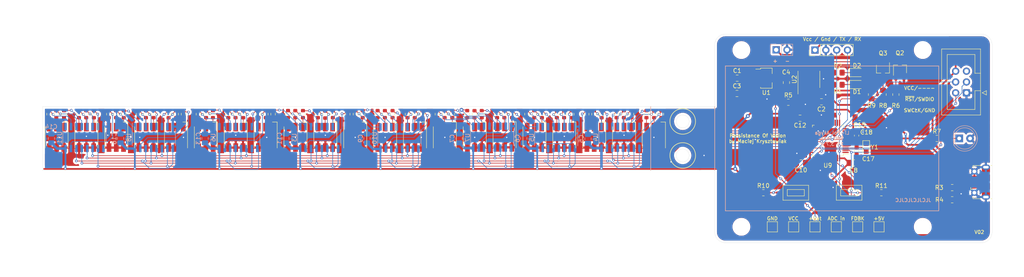
<source format=kicad_pcb>
(kicad_pcb (version 20171130) (host pcbnew "(5.1.10)-1")
  (title_block (rev 1))
  (layers (0 F.Cu signal) (31 B.Cu signal) (34 B.Paste user) (35 F.Paste user) (36 B.SilkS user) (37 F.SilkS user) (38 B.Mask user) (39 F.Mask user) (44 Edge.Cuts user))
  (net 0 "")
  (net 1 GND)
  (net 2 /SPI_MOSI)
  (net 3 /RCLK)
  (net 4 VCC)
  (net 5 /SWCLK)
  (net 6 /SWDIO)
  (net 7 /~rst)
  (net 8 /led_0_R)
  (net 9 /led_0_G)
  (net 10 /led_2_B)
  (net 11 /led_7_R)
  (net 12 /led_1_R)
  (net 13 /led_2_R)
  (net 14 /led_3_R)
  (net 15 /led_4_R)
  (net 16 /led_5_R)
  (net 17 /led_6_R)
  (net 18 /led_1_G)
  (net 19 /led_2_G)
  (net 20 /led_3_G)
  (net 21 /led_4_G)
  (net 22 /led_5_G)
  (net 23 /led_6_G)
  (net 24 /led_1_B)
  (net 25 /led_3_B)
  (net 26 /led_4_B)
  (net 27 /led_5_B)
  (net 28 /led_6_B)
  (net 29 /led_8_R)
  (net 30 /led_9_R)
  (net 31 /led_10_R)
  (net 32 /led_11_R)
  (net 33 /led_12_R)
  (net 34 /led_13_R)
  (net 35 /led_7_G)
  (net 36 /led_8_G)
  (net 37 /led_9_G)
  (net 38 /led_10_G)
  (net 39 /led_11_G)
  (net 40 /led_12_G)
  (net 41 /led_13_G)
  (net 42 /led_7_B)
  (net 43 /led_8_B)
  (net 44 /led_9_B)
  (net 45 /led_10_B)
  (net 46 /led_11_B)
  (net 47 /led_12_B)
  (net 48 /led_13_B)
  (net 49 /led_14_R)
  (net 50 /led_15_R)
  (net 51 /led_16_R)
  (net 52 /led_17_R)
  (net 53 /led_18_R)
  (net 54 /led_19_R)
  (net 55 /led_20_R)
  (net 56 /led_14_G)
  (net 57 /led_15_G)
  (net 58 /led_16_G)
  (net 59 /led_17_G)
  (net 60 /led_18_G)
  (net 61 /led_19_G)
  (net 62 /led_20_G)
  (net 63 /led_14_B)
  (net 64 /led_15_B)
  (net 65 /led_16_B)
  (net 66 /led_17_B)
  (net 67 /led_18_B)
  (net 68 /led_19_B)
  (net 69 /led_20_B)
  (net 70 /~OE)
  (net 71 /SPI_CLK)
  (net 72 /~CLEAR)
  (net 73 /led_0_B)
  (net 74 "Net-(U4-Pad9)")
  (net 75 "Net-(U5-Pad9)")
  (net 76 "Net-(U10-Pad14)")
  (net 77 "Net-(U3-Pad9)")
  (net 78 +BATT)
  (net 79 "Net-(Q2-Pad3)")
  (net 80 /BAT_EN)
  (net 81 /BAT_IN)
  (net 82 /boot)
  (net 83 +5V)
  (net 84 "Net-(C17-Pad2)")
  (net 85 "Net-(C18-Pad2)")
  (net 86 "Net-(D1-Pad1)")
  (net 87 "Net-(D2-Pad1)")
  (net 88 /MCU_TX)
  (net 89 /MCU_RX)
  (net 90 "Net-(Q2-Pad1)")
  (net 91 "Net-(Q3-Pad3)")
  (net 92 "Net-(R1-Pad1)")
  (net 93 "Net-(R2-Pad2)")
  (net 94 /USB_Flag)
  (net 95 "Net-(R5-Pad1)")
  (net 96 /SIPO_OUT_4)
  (net 97 "Net-(U6-Pad9)")
  (net 98 "Net-(U11-Pad14)")
  (net 99 /FDBK)
  (net 100 "Net-(D3-Pad3)")
  (net 101 "Net-(D3-Pad2)")
  (net 102 "Net-(D3-Pad1)")
  (net 103 "Net-(D4-Pad3)")
  (net 104 "Net-(D4-Pad2)")
  (net 105 "Net-(D4-Pad1)")
  (net 106 "Net-(D5-Pad3)")
  (net 107 "Net-(D5-Pad2)")
  (net 108 "Net-(D5-Pad1)")
  (net 109 "Net-(D6-Pad3)")
  (net 110 "Net-(D6-Pad2)")
  (net 111 "Net-(D6-Pad1)")
  (net 112 "Net-(D7-Pad3)")
  (net 113 "Net-(D7-Pad2)")
  (net 114 "Net-(D7-Pad1)")
  (net 115 "Net-(D8-Pad3)")
  (net 116 "Net-(D8-Pad2)")
  (net 117 "Net-(D8-Pad1)")
  (net 118 "Net-(D9-Pad3)")
  (net 119 "Net-(D9-Pad2)")
  (net 120 "Net-(D9-Pad1)")
  (net 121 "Net-(D10-Pad3)")
  (net 122 "Net-(D10-Pad2)")
  (net 123 "Net-(D10-Pad1)")
  (net 124 "Net-(D11-Pad3)")
  (net 125 "Net-(D11-Pad2)")
  (net 126 "Net-(D11-Pad1)")
  (net 127 "Net-(D12-Pad3)")
  (net 128 "Net-(D12-Pad2)")
  (net 129 "Net-(D12-Pad1)")
  (net 130 "Net-(D13-Pad3)")
  (net 131 "Net-(D13-Pad2)")
  (net 132 "Net-(D13-Pad1)")
  (net 133 "Net-(D14-Pad3)")
  (net 134 "Net-(D14-Pad2)")
  (net 135 "Net-(D14-Pad1)")
  (net 136 "Net-(D15-Pad3)")
  (net 137 "Net-(D15-Pad2)")
  (net 138 "Net-(D15-Pad1)")
  (net 139 "Net-(D16-Pad3)")
  (net 140 "Net-(D16-Pad2)")
  (net 141 "Net-(D16-Pad1)")
  (net 142 "Net-(D17-Pad3)")
  (net 143 "Net-(D17-Pad2)")
  (net 144 "Net-(D17-Pad1)")
  (net 145 "Net-(D18-Pad3)")
  (net 146 "Net-(D18-Pad2)")
  (net 147 "Net-(D18-Pad1)")
  (net 148 "Net-(D19-Pad3)")
  (net 149 "Net-(D19-Pad2)")
  (net 150 "Net-(D19-Pad1)")
  (net 151 "Net-(D20-Pad3)")
  (net 152 "Net-(D20-Pad2)")
  (net 153 "Net-(D20-Pad1)")
  (net 154 "Net-(D21-Pad3)")
  (net 155 "Net-(D21-Pad2)")
  (net 156 "Net-(D21-Pad1)")
  (net 157 "Net-(D22-Pad3)")
  (net 158 "Net-(D22-Pad2)")
  (net 159 "Net-(D22-Pad1)")
  (net 160 "Net-(D23-Pad3)")
  (net 161 "Net-(D23-Pad2)")
  (net 162 "Net-(D23-Pad1)")
  (module LED_SMD:LED_RGB_5050-6 (layer F.Cu) (at 53.25 97.25 270)
    (fp_text reference D23 hide)
    (fp_text value POV_LED)
    (pad 6 smd rect (at 2.4 -1.7) (size 1.1 2) (layers F.Cu F.Paste F.Mask) (net 1 GND))
    (pad 5 smd rect (at 2.4 0) (size 1.1 2) (layers F.Cu F.Paste F.Mask) (net 1 GND))
    (pad 4 smd rect (at 2.4 1.7) (size 1.1 2) (layers F.Cu F.Paste F.Mask) (net 1 GND))
    (pad 3 smd rect (at -2.4 1.7) (size 1.1 2) (layers F.Cu F.Paste F.Mask) (net 160 "Net-(D23-Pad3)"))
    (pad 2 smd rect (at -2.4 0) (size 1.1 2) (layers F.Cu F.Paste F.Mask) (net 161 "Net-(D23-Pad2)"))
    (pad 1 smd rect (at -2.4 -1.7) (size 1.1 2) (layers F.Cu F.Paste F.Mask) (net 162 "Net-(D23-Pad1)"))
  )
  (module LED_SMD:LED_RGB_5050-6 (layer F.Cu) (at 60.25 97.25 270)
    (fp_text reference D22 hide)
    (fp_text value POV_LED)
    (pad 6 smd rect (at 2.4 -1.7) (size 1.1 2) (layers F.Cu F.Paste F.Mask) (net 1 GND))
    (pad 5 smd rect (at 2.4 0) (size 1.1 2) (layers F.Cu F.Paste F.Mask) (net 1 GND))
    (pad 4 smd rect (at 2.4 1.7) (size 1.1 2) (layers F.Cu F.Paste F.Mask) (net 1 GND))
    (pad 3 smd rect (at -2.4 1.7) (size 1.1 2) (layers F.Cu F.Paste F.Mask) (net 157 "Net-(D22-Pad3)"))
    (pad 2 smd rect (at -2.4 0) (size 1.1 2) (layers F.Cu F.Paste F.Mask) (net 158 "Net-(D22-Pad2)"))
    (pad 1 smd rect (at -2.4 -1.7) (size 1.1 2) (layers F.Cu F.Paste F.Mask) (net 159 "Net-(D22-Pad1)"))
  )
  (module LED_SMD:LED_RGB_5050-6 (layer F.Cu) (at 67.25 97.25 270)
    (fp_text reference D21 hide)
    (fp_text value POV_LED)
    (pad 6 smd rect (at 2.4 -1.7) (size 1.1 2) (layers F.Cu F.Paste F.Mask) (net 1 GND))
    (pad 5 smd rect (at 2.4 0) (size 1.1 2) (layers F.Cu F.Paste F.Mask) (net 1 GND))
    (pad 4 smd rect (at 2.4 1.7) (size 1.1 2) (layers F.Cu F.Paste F.Mask) (net 1 GND))
    (pad 3 smd rect (at -2.4 1.7) (size 1.1 2) (layers F.Cu F.Paste F.Mask) (net 154 "Net-(D21-Pad3)"))
    (pad 2 smd rect (at -2.4 0) (size 1.1 2) (layers F.Cu F.Paste F.Mask) (net 155 "Net-(D21-Pad2)"))
    (pad 1 smd rect (at -2.4 -1.7) (size 1.1 2) (layers F.Cu F.Paste F.Mask) (net 156 "Net-(D21-Pad1)"))
  )
  (module LED_SMD:LED_RGB_5050-6 (layer F.Cu) (at 74.25 97.25 270)
    (fp_text reference D20 hide)
    (fp_text value POV_LED)
    (pad 6 smd rect (at 2.4 -1.7) (size 1.1 2) (layers F.Cu F.Paste F.Mask) (net 1 GND))
    (pad 5 smd rect (at 2.4 0) (size 1.1 2) (layers F.Cu F.Paste F.Mask) (net 1 GND))
    (pad 4 smd rect (at 2.4 1.7) (size 1.1 2) (layers F.Cu F.Paste F.Mask) (net 1 GND))
    (pad 3 smd rect (at -2.4 1.7) (size 1.1 2) (layers F.Cu F.Paste F.Mask) (net 151 "Net-(D20-Pad3)"))
    (pad 2 smd rect (at -2.4 0) (size 1.1 2) (layers F.Cu F.Paste F.Mask) (net 152 "Net-(D20-Pad2)"))
    (pad 1 smd rect (at -2.4 -1.7) (size 1.1 2) (layers F.Cu F.Paste F.Mask) (net 153 "Net-(D20-Pad1)"))
  )
  (module LED_SMD:LED_RGB_5050-6 (layer F.Cu) (at 81.25 97.25 270)
    (fp_text reference D19 hide)
    (fp_text value POV_LED)
    (pad 6 smd rect (at 2.4 -1.7) (size 1.1 2) (layers F.Cu F.Paste F.Mask) (net 1 GND))
    (pad 5 smd rect (at 2.4 0) (size 1.1 2) (layers F.Cu F.Paste F.Mask) (net 1 GND))
    (pad 4 smd rect (at 2.4 1.7) (size 1.1 2) (layers F.Cu F.Paste F.Mask) (net 1 GND))
    (pad 3 smd rect (at -2.4 1.7) (size 1.1 2) (layers F.Cu F.Paste F.Mask) (net 148 "Net-(D19-Pad3)"))
    (pad 2 smd rect (at -2.4 0) (size 1.1 2) (layers F.Cu F.Paste F.Mask) (net 149 "Net-(D19-Pad2)"))
    (pad 1 smd rect (at -2.4 -1.7) (size 1.1 2) (layers F.Cu F.Paste F.Mask) (net 150 "Net-(D19-Pad1)"))
  )
  (module LED_SMD:LED_RGB_5050-6 (layer F.Cu) (at 88.25 97.25 270)
    (fp_text reference D18 hide)
    (fp_text value POV_LED)
    (pad 6 smd rect (at 2.4 -1.7) (size 1.1 2) (layers F.Cu F.Paste F.Mask) (net 1 GND))
    (pad 5 smd rect (at 2.4 0) (size 1.1 2) (layers F.Cu F.Paste F.Mask) (net 1 GND))
    (pad 4 smd rect (at 2.4 1.7) (size 1.1 2) (layers F.Cu F.Paste F.Mask) (net 1 GND))
    (pad 3 smd rect (at -2.4 1.7) (size 1.1 2) (layers F.Cu F.Paste F.Mask) (net 145 "Net-(D18-Pad3)"))
    (pad 2 smd rect (at -2.4 0) (size 1.1 2) (layers F.Cu F.Paste F.Mask) (net 146 "Net-(D18-Pad2)"))
    (pad 1 smd rect (at -2.4 -1.7) (size 1.1 2) (layers F.Cu F.Paste F.Mask) (net 147 "Net-(D18-Pad1)"))
  )
  (module LED_SMD:LED_RGB_5050-6 (layer F.Cu) (at 95.25 97.25 270)
    (fp_text reference D17 hide)
    (fp_text value POV_LED)
    (pad 6 smd rect (at 2.4 -1.7) (size 1.1 2) (layers F.Cu F.Paste F.Mask) (net 1 GND))
    (pad 5 smd rect (at 2.4 0) (size 1.1 2) (layers F.Cu F.Paste F.Mask) (net 1 GND))
    (pad 4 smd rect (at 2.4 1.7) (size 1.1 2) (layers F.Cu F.Paste F.Mask) (net 1 GND))
    (pad 3 smd rect (at -2.4 1.7) (size 1.1 2) (layers F.Cu F.Paste F.Mask) (net 142 "Net-(D17-Pad3)"))
    (pad 2 smd rect (at -2.4 0) (size 1.1 2) (layers F.Cu F.Paste F.Mask) (net 143 "Net-(D17-Pad2)"))
    (pad 1 smd rect (at -2.4 -1.7) (size 1.1 2) (layers F.Cu F.Paste F.Mask) (net 144 "Net-(D17-Pad1)"))
  )
  (module LED_SMD:LED_RGB_5050-6 (layer F.Cu) (at 102.25 97.25 270)
    (fp_text reference D16 hide)
    (fp_text value POV_LED)
    (pad 6 smd rect (at 2.4 -1.7) (size 1.1 2) (layers F.Cu F.Paste F.Mask) (net 1 GND))
    (pad 5 smd rect (at 2.4 0) (size 1.1 2) (layers F.Cu F.Paste F.Mask) (net 1 GND))
    (pad 4 smd rect (at 2.4 1.7) (size 1.1 2) (layers F.Cu F.Paste F.Mask) (net 1 GND))
    (pad 3 smd rect (at -2.4 1.7) (size 1.1 2) (layers F.Cu F.Paste F.Mask) (net 139 "Net-(D16-Pad3)"))
    (pad 2 smd rect (at -2.4 0) (size 1.1 2) (layers F.Cu F.Paste F.Mask) (net 140 "Net-(D16-Pad2)"))
    (pad 1 smd rect (at -2.4 -1.7) (size 1.1 2) (layers F.Cu F.Paste F.Mask) (net 141 "Net-(D16-Pad1)"))
  )
  (module LED_SMD:LED_RGB_5050-6 (layer F.Cu) (at 109.25 97.25 270)
    (fp_text reference D15 hide)
    (fp_text value POV_LED)
    (pad 6 smd rect (at 2.4 -1.7) (size 1.1 2) (layers F.Cu F.Paste F.Mask) (net 1 GND))
    (pad 5 smd rect (at 2.4 0) (size 1.1 2) (layers F.Cu F.Paste F.Mask) (net 1 GND))
    (pad 4 smd rect (at 2.4 1.7) (size 1.1 2) (layers F.Cu F.Paste F.Mask) (net 1 GND))
    (pad 3 smd rect (at -2.4 1.7) (size 1.1 2) (layers F.Cu F.Paste F.Mask) (net 136 "Net-(D15-Pad3)"))
    (pad 2 smd rect (at -2.4 0) (size 1.1 2) (layers F.Cu F.Paste F.Mask) (net 137 "Net-(D15-Pad2)"))
    (pad 1 smd rect (at -2.4 -1.7) (size 1.1 2) (layers F.Cu F.Paste F.Mask) (net 138 "Net-(D15-Pad1)"))
  )
  (module LED_SMD:LED_RGB_5050-6 (layer F.Cu) (at 116.25 97.25 270)
    (fp_text reference D14 hide)
    (fp_text value POV_LED)
    (pad 6 smd rect (at 2.4 -1.7) (size 1.1 2) (layers F.Cu F.Paste F.Mask) (net 1 GND))
    (pad 5 smd rect (at 2.4 0) (size 1.1 2) (layers F.Cu F.Paste F.Mask) (net 1 GND))
    (pad 4 smd rect (at 2.4 1.7) (size 1.1 2) (layers F.Cu F.Paste F.Mask) (net 1 GND))
    (pad 3 smd rect (at -2.4 1.7) (size 1.1 2) (layers F.Cu F.Paste F.Mask) (net 133 "Net-(D14-Pad3)"))
    (pad 2 smd rect (at -2.4 0) (size 1.1 2) (layers F.Cu F.Paste F.Mask) (net 134 "Net-(D14-Pad2)"))
    (pad 1 smd rect (at -2.4 -1.7) (size 1.1 2) (layers F.Cu F.Paste F.Mask) (net 135 "Net-(D14-Pad1)"))
  )
  (module LED_SMD:LED_RGB_5050-6 (layer F.Cu) (at 123.25 97.25 270)
    (fp_text reference D13 hide)
    (fp_text value POV_LED)
    (pad 6 smd rect (at 2.4 -1.7) (size 1.1 2) (layers F.Cu F.Paste F.Mask) (net 1 GND))
    (pad 5 smd rect (at 2.4 0) (size 1.1 2) (layers F.Cu F.Paste F.Mask) (net 1 GND))
    (pad 4 smd rect (at 2.4 1.7) (size 1.1 2) (layers F.Cu F.Paste F.Mask) (net 1 GND))
    (pad 3 smd rect (at -2.4 1.7) (size 1.1 2) (layers F.Cu F.Paste F.Mask) (net 130 "Net-(D13-Pad3)"))
    (pad 2 smd rect (at -2.4 0) (size 1.1 2) (layers F.Cu F.Paste F.Mask) (net 131 "Net-(D13-Pad2)"))
    (pad 1 smd rect (at -2.4 -1.7) (size 1.1 2) (layers F.Cu F.Paste F.Mask) (net 132 "Net-(D13-Pad1)"))
  )
  (module LED_SMD:LED_RGB_5050-6 (layer F.Cu) (at 130.25 97.25 270)
    (fp_text reference D12 hide)
    (fp_text value POV_LED)
    (pad 6 smd rect (at 2.4 -1.7) (size 1.1 2) (layers F.Cu F.Paste F.Mask) (net 1 GND))
    (pad 5 smd rect (at 2.4 0) (size 1.1 2) (layers F.Cu F.Paste F.Mask) (net 1 GND))
    (pad 4 smd rect (at 2.4 1.7) (size 1.1 2) (layers F.Cu F.Paste F.Mask) (net 1 GND))
    (pad 3 smd rect (at -2.4 1.7) (size 1.1 2) (layers F.Cu F.Paste F.Mask) (net 127 "Net-(D12-Pad3)"))
    (pad 2 smd rect (at -2.4 0) (size 1.1 2) (layers F.Cu F.Paste F.Mask) (net 128 "Net-(D12-Pad2)"))
    (pad 1 smd rect (at -2.4 -1.7) (size 1.1 2) (layers F.Cu F.Paste F.Mask) (net 129 "Net-(D12-Pad1)"))
  )
  (module LED_SMD:LED_RGB_5050-6 (layer F.Cu) (at 137.25 97.25 270)
    (fp_text reference D11 hide)
    (fp_text value POV_LED)
    (pad 6 smd rect (at 2.4 -1.7) (size 1.1 2) (layers F.Cu F.Paste F.Mask) (net 1 GND))
    (pad 5 smd rect (at 2.4 0) (size 1.1 2) (layers F.Cu F.Paste F.Mask) (net 1 GND))
    (pad 4 smd rect (at 2.4 1.7) (size 1.1 2) (layers F.Cu F.Paste F.Mask) (net 1 GND))
    (pad 3 smd rect (at -2.4 1.7) (size 1.1 2) (layers F.Cu F.Paste F.Mask) (net 124 "Net-(D11-Pad3)"))
    (pad 2 smd rect (at -2.4 0) (size 1.1 2) (layers F.Cu F.Paste F.Mask) (net 125 "Net-(D11-Pad2)"))
    (pad 1 smd rect (at -2.4 -1.7) (size 1.1 2) (layers F.Cu F.Paste F.Mask) (net 126 "Net-(D11-Pad1)"))
  )
  (module LED_SMD:LED_RGB_5050-6 (layer F.Cu) (at 144.25 97.25 270)
    (fp_text reference D10 hide)
    (fp_text value POV_LED)
    (pad 6 smd rect (at 2.4 -1.7) (size 1.1 2) (layers F.Cu F.Paste F.Mask) (net 1 GND))
    (pad 5 smd rect (at 2.4 0) (size 1.1 2) (layers F.Cu F.Paste F.Mask) (net 1 GND))
    (pad 4 smd rect (at 2.4 1.7) (size 1.1 2) (layers F.Cu F.Paste F.Mask) (net 1 GND))
    (pad 3 smd rect (at -2.4 1.7) (size 1.1 2) (layers F.Cu F.Paste F.Mask) (net 121 "Net-(D10-Pad3)"))
    (pad 2 smd rect (at -2.4 0) (size 1.1 2) (layers F.Cu F.Paste F.Mask) (net 122 "Net-(D10-Pad2)"))
    (pad 1 smd rect (at -2.4 -1.7) (size 1.1 2) (layers F.Cu F.Paste F.Mask) (net 123 "Net-(D10-Pad1)"))
  )
  (module LED_SMD:LED_RGB_5050-6 (layer F.Cu) (at 151.25 97.25 270)
    (fp_text reference D9 hide)
    (fp_text value POV_LED)
    (pad 6 smd rect (at 2.4 -1.7) (size 1.1 2) (layers F.Cu F.Paste F.Mask) (net 1 GND))
    (pad 5 smd rect (at 2.4 0) (size 1.1 2) (layers F.Cu F.Paste F.Mask) (net 1 GND))
    (pad 4 smd rect (at 2.4 1.7) (size 1.1 2) (layers F.Cu F.Paste F.Mask) (net 1 GND))
    (pad 3 smd rect (at -2.4 1.7) (size 1.1 2) (layers F.Cu F.Paste F.Mask) (net 118 "Net-(D9-Pad3)"))
    (pad 2 smd rect (at -2.4 0) (size 1.1 2) (layers F.Cu F.Paste F.Mask) (net 119 "Net-(D9-Pad2)"))
    (pad 1 smd rect (at -2.4 -1.7) (size 1.1 2) (layers F.Cu F.Paste F.Mask) (net 120 "Net-(D9-Pad1)"))
  )
  (module LED_SMD:LED_RGB_5050-6 (layer F.Cu) (at 158.25 97.2 270)
    (fp_text reference D8 hide)
    (fp_text value POV_LED)
    (pad 6 smd rect (at 2.4 -1.7) (size 1.1 2) (layers F.Cu F.Paste F.Mask) (net 1 GND))
    (pad 5 smd rect (at 2.4 0) (size 1.1 2) (layers F.Cu F.Paste F.Mask) (net 1 GND))
    (pad 4 smd rect (at 2.4 1.7) (size 1.1 2) (layers F.Cu F.Paste F.Mask) (net 1 GND))
    (pad 3 smd rect (at -2.4 1.7) (size 1.1 2) (layers F.Cu F.Paste F.Mask) (net 115 "Net-(D8-Pad3)"))
    (pad 2 smd rect (at -2.4 0) (size 1.1 2) (layers F.Cu F.Paste F.Mask) (net 116 "Net-(D8-Pad2)"))
    (pad 1 smd rect (at -2.4 -1.7) (size 1.1 2) (layers F.Cu F.Paste F.Mask) (net 117 "Net-(D8-Pad1)"))
  )
  (module LED_SMD:LED_RGB_5050-6 (layer F.Cu) (at 165.25 97.25 270)
    (fp_text reference D7 hide)
    (fp_text value POV_LED)
    (pad 6 smd rect (at 2.4 -1.7) (size 1.1 2) (layers F.Cu F.Paste F.Mask) (net 1 GND))
    (pad 5 smd rect (at 2.4 0) (size 1.1 2) (layers F.Cu F.Paste F.Mask) (net 1 GND))
    (pad 4 smd rect (at 2.4 1.7) (size 1.1 2) (layers F.Cu F.Paste F.Mask) (net 1 GND))
    (pad 3 smd rect (at -2.4 1.7) (size 1.1 2) (layers F.Cu F.Paste F.Mask) (net 112 "Net-(D7-Pad3)"))
    (pad 2 smd rect (at -2.4 0) (size 1.1 2) (layers F.Cu F.Paste F.Mask) (net 113 "Net-(D7-Pad2)"))
    (pad 1 smd rect (at -2.4 -1.7) (size 1.1 2) (layers F.Cu F.Paste F.Mask) (net 114 "Net-(D7-Pad1)"))
  )
  (module LED_SMD:LED_RGB_5050-6 (layer F.Cu) (at 172.25 97.25 270)
    (fp_text reference D6 hide)
    (fp_text value POV_LED)
    (pad 6 smd rect (at 2.4 -1.7) (size 1.1 2) (layers F.Cu F.Paste F.Mask) (net 1 GND))
    (pad 5 smd rect (at 2.4 0) (size 1.1 2) (layers F.Cu F.Paste F.Mask) (net 1 GND))
    (pad 4 smd rect (at 2.4 1.7) (size 1.1 2) (layers F.Cu F.Paste F.Mask) (net 1 GND))
    (pad 3 smd rect (at -2.4 1.7) (size 1.1 2) (layers F.Cu F.Paste F.Mask) (net 109 "Net-(D6-Pad3)"))
    (pad 2 smd rect (at -2.4 0) (size 1.1 2) (layers F.Cu F.Paste F.Mask) (net 110 "Net-(D6-Pad2)"))
    (pad 1 smd rect (at -2.4 -1.7) (size 1.1 2) (layers F.Cu F.Paste F.Mask) (net 111 "Net-(D6-Pad1)"))
  )
  (module LED_SMD:LED_RGB_5050-6 (layer F.Cu) (at 179.25 97.25 270)
    (fp_text reference D5 hide)
    (fp_text value POV_LED)
    (pad 6 smd rect (at 2.4 -1.7) (size 1.1 2) (layers F.Cu F.Paste F.Mask) (net 1 GND))
    (pad 5 smd rect (at 2.4 0) (size 1.1 2) (layers F.Cu F.Paste F.Mask) (net 1 GND))
    (pad 4 smd rect (at 2.4 1.7) (size 1.1 2) (layers F.Cu F.Paste F.Mask) (net 1 GND))
    (pad 3 smd rect (at -2.4 1.7) (size 1.1 2) (layers F.Cu F.Paste F.Mask) (net 106 "Net-(D5-Pad3)"))
    (pad 2 smd rect (at -2.4 0) (size 1.1 2) (layers F.Cu F.Paste F.Mask) (net 107 "Net-(D5-Pad2)"))
    (pad 1 smd rect (at -2.4 -1.7) (size 1.1 2) (layers F.Cu F.Paste F.Mask) (net 108 "Net-(D5-Pad1)"))
  )
  (module LED_SMD:LED_RGB_5050-6 (layer F.Cu) (at 186.25 97.25 270)
    (fp_text reference D4 hide)
    (fp_text value POV_LED)
    (pad 6 smd rect (at 2.4 -1.7) (size 1.1 2) (layers F.Cu F.Paste F.Mask) (net 1 GND))
    (pad 5 smd rect (at 2.4 0) (size 1.1 2) (layers F.Cu F.Paste F.Mask) (net 1 GND))
    (pad 4 smd rect (at 2.4 1.7) (size 1.1 2) (layers F.Cu F.Paste F.Mask) (net 1 GND))
    (pad 3 smd rect (at -2.4 1.7) (size 1.1 2) (layers F.Cu F.Paste F.Mask) (net 103 "Net-(D4-Pad3)"))
    (pad 2 smd rect (at -2.4 0) (size 1.1 2) (layers F.Cu F.Paste F.Mask) (net 104 "Net-(D4-Pad2)"))
    (pad 1 smd rect (at -2.4 -1.7) (size 1.1 2) (layers F.Cu F.Paste F.Mask) (net 105 "Net-(D4-Pad1)"))
  )
  (module LED_SMD:LED_RGB_5050-6 (layer F.Cu) (at 193.25 97.25 270)
    (fp_text reference D3 hide)
    (fp_text value POV_LED)
    (pad 6 smd rect (at 2.4 -1.7) (size 1.1 2) (layers F.Cu F.Paste F.Mask) (net 1 GND))
    (pad 5 smd rect (at 2.4 0) (size 1.1 2) (layers F.Cu F.Paste F.Mask) (net 1 GND))
    (pad 4 smd rect (at 2.4 1.7) (size 1.1 2) (layers F.Cu F.Paste F.Mask) (net 1 GND))
    (pad 3 smd rect (at -2.4 1.7) (size 1.1 2) (layers F.Cu F.Paste F.Mask) (net 100 "Net-(D3-Pad3)"))
    (pad 2 smd rect (at -2.4 0) (size 1.1 2) (layers F.Cu F.Paste F.Mask) (net 101 "Net-(D3-Pad2)"))
    (pad 1 smd rect (at -2.4 -1.7) (size 1.1 2) (layers F.Cu F.Paste F.Mask) (net 102 "Net-(D3-Pad1)"))
  )
  (module LED_THT:LED_D5.0mm (layer B.Cu) (at 264.8 97.5)
    (fp_text reference D24 hide)
    (fp_text value D_Photo)
    (pad 2 thru_hole circle (at 2.54 0) (size 1.8 1.8) (drill 0.9) (layers *.Cu *.Mask) (net 1 GND))
    (pad 1 thru_hole rect (at 0 0) (size 1.8 1.8) (drill 0.9) (layers *.Cu *.Mask) (net 99 /FDBK))
  )
  (module Crystal:Crystal_SMD_2012-2Pin_2.0x1.2mm_HandSoldering (layer F.Cu) (at 243 99.675 270)
    (fp_text reference Y1 (at -0.125 -1.95 180) (layer F.SilkS))
    (fp_text value "32.768 KHz")
    (pad 2 smd rect (at 0.925 0 270) (size 1.05 1.1) (layers F.Cu F.Paste F.Mask) (net 84 "Net-(C17-Pad2)"))
    (pad 1 smd rect (at -0.925 0 270) (size 1.05 1.1) (layers F.Cu F.Paste F.Mask) (net 85 "Net-(C18-Pad2)"))
  )
  (module Package_QFP:LQFP-48_7x7mm_P0.5mm (layer F.Cu) (at 234 98 180)
    (fp_text reference U9 (at 0 -5.85) (layer F.SilkS))
    (fp_text value STM32L051C8Tx)
    (pad 48 smd roundrect (at -2.75 -4.1625 180) (size 0.3 1.475) (layers F.Cu F.Paste F.Mask) (net 4 VCC))
    (pad 47 smd roundrect (at -2.25 -4.1625 180) (size 0.3 1.475) (layers F.Cu F.Paste F.Mask) (net 1 GND))
    (pad 46 smd roundrect (at -1.75 -4.1625 180) (size 0.3 1.475) (layers F.Cu F.Paste F.Mask) (net 94 /USB_Flag))
    (pad 45 smd roundrect (at -1.25 -4.1625 180) (size 0.3 1.475) (layers F.Cu F.Paste F.Mask))
    (pad 44 smd roundrect (at -0.75 -4.1625 180) (size 0.3 1.475) (layers F.Cu F.Paste F.Mask) (net 82 /boot))
    (pad 43 smd roundrect (at -0.25 -4.1625 180) (size 0.3 1.475) (layers F.Cu F.Paste F.Mask))
    (pad 42 smd roundrect (at 0.25 -4.1625 180) (size 0.3 1.475) (layers F.Cu F.Paste F.Mask))
    (pad 41 smd roundrect (at 0.75 -4.1625 180) (size 0.3 1.475) (layers F.Cu F.Paste F.Mask))
    (pad 40 smd roundrect (at 1.25 -4.1625 180) (size 0.3 1.475) (layers F.Cu F.Paste F.Mask))
    (pad 39 smd roundrect (at 1.75 -4.1625 180) (size 0.3 1.475) (layers F.Cu F.Paste F.Mask))
    (pad 38 smd roundrect (at 2.25 -4.1625 180) (size 0.3 1.475) (layers F.Cu F.Paste F.Mask))
    (pad 37 smd roundrect (at 2.75 -4.1625 180) (size 0.3 1.475) (layers F.Cu F.Paste F.Mask) (net 5 /SWCLK))
    (pad 36 smd roundrect (at 4.1625 -2.75 180) (size 1.475 0.3) (layers F.Cu F.Paste F.Mask) (net 4 VCC))
    (pad 35 smd roundrect (at 4.1625 -2.25 180) (size 1.475 0.3) (layers F.Cu F.Paste F.Mask) (net 1 GND))
    (pad 34 smd roundrect (at 4.1625 -1.75 180) (size 1.475 0.3) (layers F.Cu F.Paste F.Mask) (net 6 /SWDIO))
    (pad 33 smd roundrect (at 4.1625 -1.25 180) (size 1.475 0.3) (layers F.Cu F.Paste F.Mask) (net 72 /~CLEAR))
    (pad 32 smd roundrect (at 4.1625 -0.75 180) (size 1.475 0.3) (layers F.Cu F.Paste F.Mask) (net 70 /~OE))
    (pad 31 smd roundrect (at 4.1625 -0.25 180) (size 1.475 0.3) (layers F.Cu F.Paste F.Mask) (net 89 /MCU_RX))
    (pad 30 smd roundrect (at 4.1625 0.25 180) (size 1.475 0.3) (layers F.Cu F.Paste F.Mask) (net 88 /MCU_TX))
    (pad 29 smd roundrect (at 4.1625 0.75 180) (size 1.475 0.3) (layers F.Cu F.Paste F.Mask))
    (pad 28 smd roundrect (at 4.1625 1.25 180) (size 1.475 0.3) (layers F.Cu F.Paste F.Mask) (net 2 /SPI_MOSI))
    (pad 27 smd roundrect (at 4.1625 1.75 180) (size 1.475 0.3) (layers F.Cu F.Paste F.Mask) (net 3 /RCLK))
    (pad 26 smd roundrect (at 4.1625 2.25 180) (size 1.475 0.3) (layers F.Cu F.Paste F.Mask) (net 71 /SPI_CLK))
    (pad 25 smd roundrect (at 4.1625 2.75 180) (size 1.475 0.3) (layers F.Cu F.Paste F.Mask))
    (pad 24 smd roundrect (at 2.75 4.1625 180) (size 0.3 1.475) (layers F.Cu F.Paste F.Mask) (net 4 VCC))
    (pad 23 smd roundrect (at 2.25 4.1625 180) (size 0.3 1.475) (layers F.Cu F.Paste F.Mask) (net 1 GND))
    (pad 22 smd roundrect (at 1.75 4.1625 180) (size 0.3 1.475) (layers F.Cu F.Paste F.Mask))
    (pad 21 smd roundrect (at 1.25 4.1625 180) (size 0.3 1.475) (layers F.Cu F.Paste F.Mask))
    (pad 20 smd roundrect (at 0.75 4.1625 180) (size 0.3 1.475) (layers F.Cu F.Paste F.Mask))
    (pad 19 smd roundrect (at 0.25 4.1625 180) (size 0.3 1.475) (layers F.Cu F.Paste F.Mask))
    (pad 18 smd roundrect (at -0.25 4.1625 180) (size 0.3 1.475) (layers F.Cu F.Paste F.Mask))
    (pad 17 smd roundrect (at -0.75 4.1625 180) (size 0.3 1.475) (layers F.Cu F.Paste F.Mask))
    (pad 16 smd roundrect (at -1.25 4.1625 180) (size 0.3 1.475) (layers F.Cu F.Paste F.Mask))
    (pad 15 smd roundrect (at -1.75 4.1625 180) (size 0.3 1.475) (layers F.Cu F.Paste F.Mask))
    (pad 14 smd roundrect (at -2.25 4.1625 180) (size 0.3 1.475) (layers F.Cu F.Paste F.Mask))
    (pad 13 smd roundrect (at -2.75 4.1625 180) (size 0.3 1.475) (layers F.Cu F.Paste F.Mask) (net 81 /BAT_IN))
    (pad 12 smd roundrect (at -4.1625 2.75 180) (size 1.475 0.3) (layers F.Cu F.Paste F.Mask) (net 80 /BAT_EN))
    (pad 11 smd roundrect (at -4.1625 2.25 180) (size 1.475 0.3) (layers F.Cu F.Paste F.Mask))
    (pad 10 smd roundrect (at -4.1625 1.75 180) (size 1.475 0.3) (layers F.Cu F.Paste F.Mask))
    (pad 9 smd roundrect (at -4.1625 1.25 180) (size 1.475 0.3) (layers F.Cu F.Paste F.Mask) (net 4 VCC))
    (pad 8 smd roundrect (at -4.1625 0.75 180) (size 1.475 0.3) (layers F.Cu F.Paste F.Mask) (net 1 GND))
    (pad 7 smd roundrect (at -4.1625 0.25 180) (size 1.475 0.3) (layers F.Cu F.Paste F.Mask) (net 7 /~rst))
    (pad 6 smd roundrect (at -4.1625 -0.25 180) (size 1.475 0.3) (layers F.Cu F.Paste F.Mask))
    (pad 5 smd roundrect (at -4.1625 -0.75 180) (size 1.475 0.3) (layers F.Cu F.Paste F.Mask))
    (pad 4 smd roundrect (at -4.1625 -1.25 180) (size 1.475 0.3) (layers F.Cu F.Paste F.Mask) (net 85 "Net-(C18-Pad2)"))
    (pad 3 smd roundrect (at -4.1625 -1.75 180) (size 1.475 0.3) (layers F.Cu F.Paste F.Mask) (net 84 "Net-(C17-Pad2)"))
    (pad 2 smd roundrect (at -4.1625 -2.25 180) (size 1.475 0.3) (layers F.Cu F.Paste F.Mask) (net 99 /FDBK))
    (pad 1 smd roundrect (at -4.1625 -2.75 180) (size 1.475 0.3) (layers F.Cu F.Paste F.Mask))
  )
  (module Package_SO:SOP-8_3.9x4.9mm_P1.27mm (layer F.Cu) (at 229.575 83.635 90)
    (fp_text reference U2 (at 0 -3.4 90) (layer F.SilkS))
    (fp_text value TP4056)
    (pad 8 smd roundrect (at 2.625 -1.905 90) (size 1.65 0.6) (layers F.Cu F.Paste F.Mask) (net 83 +5V))
    (pad 7 smd roundrect (at 2.625 -0.635 90) (size 1.65 0.6) (layers F.Cu F.Paste F.Mask) (net 92 "Net-(R1-Pad1)"))
    (pad 6 smd roundrect (at 2.625 0.635 90) (size 1.65 0.6) (layers F.Cu F.Paste F.Mask) (net 93 "Net-(R2-Pad2)"))
    (pad 5 smd roundrect (at 2.625 1.905 90) (size 1.65 0.6) (layers F.Cu F.Paste F.Mask) (net 78 +BATT))
    (pad 4 smd roundrect (at -2.625 1.905 90) (size 1.65 0.6) (layers F.Cu F.Paste F.Mask) (net 83 +5V))
    (pad 3 smd roundrect (at -2.625 0.635 90) (size 1.65 0.6) (layers F.Cu F.Paste F.Mask) (net 1 GND))
    (pad 2 smd roundrect (at -2.625 -0.635 90) (size 1.65 0.6) (layers F.Cu F.Paste F.Mask) (net 95 "Net-(R5-Pad1)"))
    (pad 1 smd roundrect (at -2.625 -1.905 90) (size 1.65 0.6) (layers F.Cu F.Paste F.Mask) (net 1 GND))
  )
  (module Package_TO_SOT_SMD:SOT-89-3_Handsoldering (layer F.Cu) (at 219.3 83.35)
    (fp_text reference U1 (at 0.3 3.4) (layer F.SilkS))
    (fp_text value HT7325)
    (pad 2 smd custom (at -2.0625 0) (size 2.475 0.9) (layers F.Cu F.Paste F.Mask) (net 78 +BATT) (options (clearance outline) (anchor rect)) (primitives (gr_poly (pts (xy 1.2375 -0.8665) (xy 5.3625 -0.8665) (xy 5.3625 0.8665) (xy 1.2375 0.8665)) (width 0))))
    (pad 3 smd rect (at -2.15 1.5) (size 2.3 0.9) (layers F.Cu F.Paste F.Mask) (net 4 VCC))
    (pad 1 smd rect (at -2.15 -1.5) (size 2.3 0.9) (layers F.Cu F.Paste F.Mask) (net 1 GND))
  )
  (module TestPoint:TestPoint_Pad_2.0x2.0mm (layer F.Cu) (at 231 118.25)
    (fp_text reference TP6 hide)
    (fp_text value TestPoint)
    (pad 1 smd rect (at 0 0) (size 2 2) (layers F.Cu F.Mask) (net 78 +BATT))
  )
  (module TestPoint:TestPoint_Pad_2.0x2.0mm (layer F.Cu) (at 246 118.25)
    (fp_text reference TP5 hide)
    (fp_text value TestPoint)
    (pad 1 smd rect (at 0 0) (size 2 2) (layers F.Cu F.Mask) (net 83 +5V))
  )
  (module TestPoint:TestPoint_Pad_2.0x2.0mm (layer F.Cu) (at 236 118.25)
    (fp_text reference TP4 hide)
    (fp_text value TestPoint)
    (pad 1 smd rect (at 0 0) (size 2 2) (layers F.Cu F.Mask) (net 81 /BAT_IN))
  )
  (module TestPoint:TestPoint_Pad_2.0x2.0mm (layer F.Cu) (at 241 118.25)
    (fp_text reference TP3 hide)
    (fp_text value TestPoint)
    (pad 1 smd rect (at 0 0) (size 2 2) (layers F.Cu F.Mask) (net 99 /FDBK))
  )
  (module TestPoint:TestPoint_Pad_2.0x2.0mm (layer F.Cu) (at 221 118.25)
    (fp_text reference TP2 hide)
    (fp_text value TestPoint)
    (pad 1 smd rect (at 0 0) (size 2 2) (layers F.Cu F.Mask) (net 1 GND))
  )
  (module TestPoint:TestPoint_Pad_2.0x2.0mm (layer F.Cu) (at 226 118.25)
    (fp_text reference TP1 hide)
    (fp_text value TestPoint)
    (pad 1 smd rect (at 0 0) (size 2 2) (layers F.Cu F.Mask) (net 4 VCC))
  )
  (module custom_buttons_switches:TSB008 (layer F.Cu) (at 236 112)
    (fp_text reference SW2 hide)
    (fp_text value BOOT)
    (pad 2 smd rect (at 6.825 -1.75) (size 1.5 0.6) (layers F.Cu F.Paste F.Mask) (net 82 /boot))
    (pad 1 smd rect (at -0.825 -1.75) (size 1.5 0.6) (layers F.Cu F.Paste F.Mask) (net 4 VCC))
  )
  (module custom_buttons_switches:TSB008 (layer F.Cu) (at 223.5 112)
    (fp_text reference SW1 hide)
    (fp_text value RST)
    (pad 2 smd rect (at 6.825 -1.75) (size 1.5 0.6) (layers F.Cu F.Paste F.Mask) (net 1 GND))
    (pad 1 smd rect (at -0.825 -1.75) (size 1.5 0.6) (layers F.Cu F.Paste F.Mask) (net 7 /~rst))
  )
  (module Resistor_SMD:R_0603_1608Metric (layer F.Cu) (at 55 91.8 270)
    (fp_text reference R74 hide)
    (fp_text value 10K)
    (pad 2 smd roundrect (at 0.825 0 270) (size 0.8 0.95) (layers F.Cu F.Paste F.Mask) (net 162 "Net-(D23-Pad1)"))
    (pad 1 smd roundrect (at -0.825 0 270) (size 0.8 0.95) (layers F.Cu F.Paste F.Mask) (net 69 /led_20_B))
  )
  (module Resistor_SMD:R_0603_1608Metric (layer F.Cu) (at 62 91.8125 270)
    (fp_text reference R73 hide)
    (fp_text value 10K)
    (pad 2 smd roundrect (at 0.825 0 270) (size 0.8 0.95) (layers F.Cu F.Paste F.Mask) (net 159 "Net-(D22-Pad1)"))
    (pad 1 smd roundrect (at -0.825 0 270) (size 0.8 0.95) (layers F.Cu F.Paste F.Mask) (net 68 /led_19_B))
  )
  (module Resistor_SMD:R_0603_1608Metric (layer F.Cu) (at 69 91.8125 270)
    (fp_text reference R72 hide)
    (fp_text value 10K)
    (pad 2 smd roundrect (at 0.825 0 270) (size 0.8 0.95) (layers F.Cu F.Paste F.Mask) (net 156 "Net-(D21-Pad1)"))
    (pad 1 smd roundrect (at -0.825 0 270) (size 0.8 0.95) (layers F.Cu F.Paste F.Mask) (net 67 /led_18_B))
  )
  (module Resistor_SMD:R_0603_1608Metric (layer F.Cu) (at 76 91.8 270)
    (fp_text reference R71 hide)
    (fp_text value 10K)
    (pad 2 smd roundrect (at 0.825 0 270) (size 0.8 0.95) (layers F.Cu F.Paste F.Mask) (net 153 "Net-(D20-Pad1)"))
    (pad 1 smd roundrect (at -0.825 0 270) (size 0.8 0.95) (layers F.Cu F.Paste F.Mask) (net 66 /led_17_B))
  )
  (module Resistor_SMD:R_0603_1608Metric (layer F.Cu) (at 83 91.8 270)
    (fp_text reference R70 hide)
    (fp_text value 10K)
    (pad 2 smd roundrect (at 0.825 0 270) (size 0.8 0.95) (layers F.Cu F.Paste F.Mask) (net 150 "Net-(D19-Pad1)"))
    (pad 1 smd roundrect (at -0.825 0 270) (size 0.8 0.95) (layers F.Cu F.Paste F.Mask) (net 65 /led_16_B))
  )
  (module Resistor_SMD:R_0603_1608Metric (layer F.Cu) (at 89.9 91.8 270)
    (fp_text reference R69 hide)
    (fp_text value 10K)
    (pad 2 smd roundrect (at 0.825 0 270) (size 0.8 0.95) (layers F.Cu F.Paste F.Mask) (net 147 "Net-(D18-Pad1)"))
    (pad 1 smd roundrect (at -0.825 0 270) (size 0.8 0.95) (layers F.Cu F.Paste F.Mask) (net 64 /led_15_B))
  )
  (module Resistor_SMD:R_0603_1608Metric (layer F.Cu) (at 97 91.8125 270)
    (fp_text reference R68 hide)
    (fp_text value 10K)
    (pad 2 smd roundrect (at 0.825 0 270) (size 0.8 0.95) (layers F.Cu F.Paste F.Mask) (net 144 "Net-(D17-Pad1)"))
    (pad 1 smd roundrect (at -0.825 0 270) (size 0.8 0.95) (layers F.Cu F.Paste F.Mask) (net 63 /led_14_B))
  )
  (module Resistor_SMD:R_0603_1608Metric (layer F.Cu) (at 53.2 91.8125 270)
    (fp_text reference R67 hide)
    (fp_text value 10K)
    (pad 2 smd roundrect (at 0.825 0 270) (size 0.8 0.95) (layers F.Cu F.Paste F.Mask) (net 161 "Net-(D23-Pad2)"))
    (pad 1 smd roundrect (at -0.825 0 270) (size 0.8 0.95) (layers F.Cu F.Paste F.Mask) (net 62 /led_20_G))
  )
  (module Resistor_SMD:R_0603_1608Metric (layer F.Cu) (at 60.2 91.8 270)
    (fp_text reference R66 hide)
    (fp_text value 10K)
    (pad 2 smd roundrect (at 0.825 0 270) (size 0.8 0.95) (layers F.Cu F.Paste F.Mask) (net 158 "Net-(D22-Pad2)"))
    (pad 1 smd roundrect (at -0.825 0 270) (size 0.8 0.95) (layers F.Cu F.Paste F.Mask) (net 61 /led_19_G))
  )
  (module Resistor_SMD:R_0603_1608Metric (layer F.Cu) (at 67.2 91.8 270)
    (fp_text reference R65 hide)
    (fp_text value 10K)
    (pad 2 smd roundrect (at 0.825 0 270) (size 0.8 0.95) (layers F.Cu F.Paste F.Mask) (net 155 "Net-(D21-Pad2)"))
    (pad 1 smd roundrect (at -0.825 0 270) (size 0.8 0.95) (layers F.Cu F.Paste F.Mask) (net 60 /led_18_G))
  )
  (module Resistor_SMD:R_0603_1608Metric (layer F.Cu) (at 74.2 91.8 270)
    (fp_text reference R64 hide)
    (fp_text value 10K)
    (pad 2 smd roundrect (at 0.825 0 270) (size 0.8 0.95) (layers F.Cu F.Paste F.Mask) (net 152 "Net-(D20-Pad2)"))
    (pad 1 smd roundrect (at -0.825 0 270) (size 0.8 0.95) (layers F.Cu F.Paste F.Mask) (net 59 /led_17_G))
  )
  (module Resistor_SMD:R_0603_1608Metric (layer F.Cu) (at 81.3 91.7875 270)
    (fp_text reference R63 hide)
    (fp_text value 10K)
    (pad 2 smd roundrect (at 0.825 0 270) (size 0.8 0.95) (layers F.Cu F.Paste F.Mask) (net 149 "Net-(D19-Pad2)"))
    (pad 1 smd roundrect (at -0.825 0 270) (size 0.8 0.95) (layers F.Cu F.Paste F.Mask) (net 58 /led_16_G))
  )
  (module Resistor_SMD:R_0603_1608Metric (layer F.Cu) (at 88.3 91.8 270)
    (fp_text reference R62 hide)
    (fp_text value 10K)
    (pad 2 smd roundrect (at 0.825 0 270) (size 0.8 0.95) (layers F.Cu F.Paste F.Mask) (net 146 "Net-(D18-Pad2)"))
    (pad 1 smd roundrect (at -0.825 0 270) (size 0.8 0.95) (layers F.Cu F.Paste F.Mask) (net 57 /led_15_G))
  )
  (module Resistor_SMD:R_0603_1608Metric (layer F.Cu) (at 95.2 91.8 270)
    (fp_text reference R61 hide)
    (fp_text value 10K)
    (pad 2 smd roundrect (at 0.825 0 270) (size 0.8 0.95) (layers F.Cu F.Paste F.Mask) (net 143 "Net-(D17-Pad2)"))
    (pad 1 smd roundrect (at -0.825 0 270) (size 0.8 0.95) (layers F.Cu F.Paste F.Mask) (net 56 /led_14_G))
  )
  (module Resistor_SMD:R_0603_1608Metric (layer F.Cu) (at 51.5 91.8 270)
    (fp_text reference R60 hide)
    (fp_text value 10K)
    (pad 2 smd roundrect (at 0.825 0 270) (size 0.8 0.95) (layers F.Cu F.Paste F.Mask) (net 160 "Net-(D23-Pad3)"))
    (pad 1 smd roundrect (at -0.825 0 270) (size 0.8 0.95) (layers F.Cu F.Paste F.Mask) (net 55 /led_20_R))
  )
  (module Resistor_SMD:R_0603_1608Metric (layer F.Cu) (at 58.5 91.8 270)
    (fp_text reference R59 hide)
    (fp_text value 10K)
    (pad 2 smd roundrect (at 0.825 0 270) (size 0.8 0.95) (layers F.Cu F.Paste F.Mask) (net 157 "Net-(D22-Pad3)"))
    (pad 1 smd roundrect (at -0.825 0 270) (size 0.8 0.95) (layers F.Cu F.Paste F.Mask) (net 54 /led_19_R))
  )
  (module Resistor_SMD:R_0603_1608Metric (layer F.Cu) (at 65.5 91.8 270)
    (fp_text reference R58 hide)
    (fp_text value 10K)
    (pad 2 smd roundrect (at 0.825 0 270) (size 0.8 0.95) (layers F.Cu F.Paste F.Mask) (net 154 "Net-(D21-Pad3)"))
    (pad 1 smd roundrect (at -0.825 0 270) (size 0.8 0.95) (layers F.Cu F.Paste F.Mask) (net 53 /led_18_R))
  )
  (module Resistor_SMD:R_0603_1608Metric (layer F.Cu) (at 72.5 91.8 270)
    (fp_text reference R57 hide)
    (fp_text value 10K)
    (pad 2 smd roundrect (at 0.825 0 270) (size 0.8 0.95) (layers F.Cu F.Paste F.Mask) (net 151 "Net-(D20-Pad3)"))
    (pad 1 smd roundrect (at -0.825 0 270) (size 0.8 0.95) (layers F.Cu F.Paste F.Mask) (net 52 /led_17_R))
  )
  (module Resistor_SMD:R_0603_1608Metric (layer F.Cu) (at 79.5 91.8125 270)
    (fp_text reference R56 hide)
    (fp_text value 10K)
    (pad 2 smd roundrect (at 0.825 0 270) (size 0.8 0.95) (layers F.Cu F.Paste F.Mask) (net 148 "Net-(D19-Pad3)"))
    (pad 1 smd roundrect (at -0.825 0 270) (size 0.8 0.95) (layers F.Cu F.Paste F.Mask) (net 51 /led_16_R))
  )
  (module Resistor_SMD:R_0603_1608Metric (layer F.Cu) (at 86.5 91.8 270)
    (fp_text reference R55 hide)
    (fp_text value 10K)
    (pad 2 smd roundrect (at 0.825 0 270) (size 0.8 0.95) (layers F.Cu F.Paste F.Mask) (net 145 "Net-(D18-Pad3)"))
    (pad 1 smd roundrect (at -0.825 0 270) (size 0.8 0.95) (layers F.Cu F.Paste F.Mask) (net 50 /led_15_R))
  )
  (module Resistor_SMD:R_0603_1608Metric (layer F.Cu) (at 93.5 91.8 270)
    (fp_text reference R54 hide)
    (fp_text value 10K)
    (pad 2 smd roundrect (at 0.825 0 270) (size 0.8 0.95) (layers F.Cu F.Paste F.Mask) (net 142 "Net-(D17-Pad3)"))
    (pad 1 smd roundrect (at -0.825 0 270) (size 0.8 0.95) (layers F.Cu F.Paste F.Mask) (net 49 /led_14_R))
  )
  (module Resistor_SMD:R_0603_1608Metric (layer F.Cu) (at 104 91.8 270)
    (fp_text reference R53 hide)
    (fp_text value 10K)
    (pad 2 smd roundrect (at 0.825 0 270) (size 0.8 0.95) (layers F.Cu F.Paste F.Mask) (net 141 "Net-(D16-Pad1)"))
    (pad 1 smd roundrect (at -0.825 0 270) (size 0.8 0.95) (layers F.Cu F.Paste F.Mask) (net 48 /led_13_B))
  )
  (module Resistor_SMD:R_0603_1608Metric (layer F.Cu) (at 111 91.8 270)
    (fp_text reference R52 hide)
    (fp_text value 10K)
    (pad 2 smd roundrect (at 0.825 0 270) (size 0.8 0.95) (layers F.Cu F.Paste F.Mask) (net 138 "Net-(D15-Pad1)"))
    (pad 1 smd roundrect (at -0.825 0 270) (size 0.8 0.95) (layers F.Cu F.Paste F.Mask) (net 47 /led_12_B))
  )
  (module Resistor_SMD:R_0603_1608Metric (layer F.Cu) (at 118 91.8 270)
    (fp_text reference R51 hide)
    (fp_text value 10K)
    (pad 2 smd roundrect (at 0.825 0 270) (size 0.8 0.95) (layers F.Cu F.Paste F.Mask) (net 135 "Net-(D14-Pad1)"))
    (pad 1 smd roundrect (at -0.825 0 270) (size 0.8 0.95) (layers F.Cu F.Paste F.Mask) (net 46 /led_11_B))
  )
  (module Resistor_SMD:R_0603_1608Metric (layer F.Cu) (at 125 91.8 270)
    (fp_text reference R50 hide)
    (fp_text value 10K)
    (pad 2 smd roundrect (at 0.825 0 270) (size 0.8 0.95) (layers F.Cu F.Paste F.Mask) (net 132 "Net-(D13-Pad1)"))
    (pad 1 smd roundrect (at -0.825 0 270) (size 0.8 0.95) (layers F.Cu F.Paste F.Mask) (net 45 /led_10_B))
  )
  (module Resistor_SMD:R_0603_1608Metric (layer F.Cu) (at 132 91.8 270)
    (fp_text reference R49 hide)
    (fp_text value 10K)
    (pad 2 smd roundrect (at 0.825 0 270) (size 0.8 0.95) (layers F.Cu F.Paste F.Mask) (net 129 "Net-(D12-Pad1)"))
    (pad 1 smd roundrect (at -0.825 0 270) (size 0.8 0.95) (layers F.Cu F.Paste F.Mask) (net 44 /led_9_B))
  )
  (module Resistor_SMD:R_0603_1608Metric (layer F.Cu) (at 139 91.7875 270)
    (fp_text reference R48 hide)
    (fp_text value 10K)
    (pad 2 smd roundrect (at 0.825 0 270) (size 0.8 0.95) (layers F.Cu F.Paste F.Mask) (net 126 "Net-(D11-Pad1)"))
    (pad 1 smd roundrect (at -0.825 0 270) (size 0.8 0.95) (layers F.Cu F.Paste F.Mask) (net 43 /led_8_B))
  )
  (module Resistor_SMD:R_0603_1608Metric (layer F.Cu) (at 146 91.7875 270)
    (fp_text reference R47 hide)
    (fp_text value 10K)
    (pad 2 smd roundrect (at 0.825 0 270) (size 0.8 0.95) (layers F.Cu F.Paste F.Mask) (net 123 "Net-(D10-Pad1)"))
    (pad 1 smd roundrect (at -0.825 0 270) (size 0.8 0.95) (layers F.Cu F.Paste F.Mask) (net 42 /led_7_B))
  )
  (module Resistor_SMD:R_0603_1608Metric (layer F.Cu) (at 102.3 91.8 270)
    (fp_text reference R46 hide)
    (fp_text value 10K)
    (pad 2 smd roundrect (at 0.825 0 270) (size 0.8 0.95) (layers F.Cu F.Paste F.Mask) (net 140 "Net-(D16-Pad2)"))
    (pad 1 smd roundrect (at -0.825 0 270) (size 0.8 0.95) (layers F.Cu F.Paste F.Mask) (net 41 /led_13_G))
  )
  (module Resistor_SMD:R_0603_1608Metric (layer F.Cu) (at 109.2 91.8 270)
    (fp_text reference R45 hide)
    (fp_text value 10K)
    (pad 2 smd roundrect (at 0.825 0 270) (size 0.8 0.95) (layers F.Cu F.Paste F.Mask) (net 137 "Net-(D15-Pad2)"))
    (pad 1 smd roundrect (at -0.825 0 270) (size 0.8 0.95) (layers F.Cu F.Paste F.Mask) (net 40 /led_12_G))
  )
  (module Resistor_SMD:R_0603_1608Metric (layer F.Cu) (at 116.2 91.8875 270)
    (fp_text reference R44 hide)
    (fp_text value 10K)
    (pad 2 smd roundrect (at 0.825 0 270) (size 0.8 0.95) (layers F.Cu F.Paste F.Mask) (net 134 "Net-(D14-Pad2)"))
    (pad 1 smd roundrect (at -0.825 0 270) (size 0.8 0.95) (layers F.Cu F.Paste F.Mask) (net 39 /led_11_G))
  )
  (module Resistor_SMD:R_0603_1608Metric (layer F.Cu) (at 123.3 91.8 270)
    (fp_text reference R43 hide)
    (fp_text value 10K)
    (pad 2 smd roundrect (at 0.825 0 270) (size 0.8 0.95) (layers F.Cu F.Paste F.Mask) (net 131 "Net-(D13-Pad2)"))
    (pad 1 smd roundrect (at -0.825 0 270) (size 0.8 0.95) (layers F.Cu F.Paste F.Mask) (net 38 /led_10_G))
  )
  (module Resistor_SMD:R_0603_1608Metric (layer F.Cu) (at 130.2 91.8 270)
    (fp_text reference R42 hide)
    (fp_text value 10K)
    (pad 2 smd roundrect (at 0.825 0 270) (size 0.8 0.95) (layers F.Cu F.Paste F.Mask) (net 128 "Net-(D12-Pad2)"))
    (pad 1 smd roundrect (at -0.825 0 270) (size 0.8 0.95) (layers F.Cu F.Paste F.Mask) (net 37 /led_9_G))
  )
  (module Resistor_SMD:R_0603_1608Metric (layer F.Cu) (at 137.2 91.8125 270)
    (fp_text reference R41 hide)
    (fp_text value 10K)
    (pad 2 smd roundrect (at 0.825 0 270) (size 0.8 0.95) (layers F.Cu F.Paste F.Mask) (net 125 "Net-(D11-Pad2)"))
    (pad 1 smd roundrect (at -0.825 0 270) (size 0.8 0.95) (layers F.Cu F.Paste F.Mask) (net 36 /led_8_G))
  )
  (module Resistor_SMD:R_0603_1608Metric (layer F.Cu) (at 144.2 91.8 270)
    (fp_text reference R40 hide)
    (fp_text value 10K)
    (pad 2 smd roundrect (at 0.825 0 270) (size 0.8 0.95) (layers F.Cu F.Paste F.Mask) (net 122 "Net-(D10-Pad2)"))
    (pad 1 smd roundrect (at -0.825 0 270) (size 0.8 0.95) (layers F.Cu F.Paste F.Mask) (net 35 /led_7_G))
  )
  (module Resistor_SMD:R_0603_1608Metric (layer F.Cu) (at 100.6 91.7875 270)
    (fp_text reference R39 hide)
    (fp_text value 10K)
    (pad 2 smd roundrect (at 0.825 0 270) (size 0.8 0.95) (layers F.Cu F.Paste F.Mask) (net 139 "Net-(D16-Pad3)"))
    (pad 1 smd roundrect (at -0.825 0 270) (size 0.8 0.95) (layers F.Cu F.Paste F.Mask) (net 34 /led_13_R))
  )
  (module Resistor_SMD:R_0603_1608Metric (layer F.Cu) (at 107.5 91.7875 270)
    (fp_text reference R38 hide)
    (fp_text value 10K)
    (pad 2 smd roundrect (at 0.825 0 270) (size 0.8 0.95) (layers F.Cu F.Paste F.Mask) (net 136 "Net-(D15-Pad3)"))
    (pad 1 smd roundrect (at -0.825 0 270) (size 0.8 0.95) (layers F.Cu F.Paste F.Mask) (net 33 /led_12_R))
  )
  (module Resistor_SMD:R_0603_1608Metric (layer F.Cu) (at 114.5 91.8 270)
    (fp_text reference R37 hide)
    (fp_text value 10K)
    (pad 2 smd roundrect (at 0.825 0 270) (size 0.8 0.95) (layers F.Cu F.Paste F.Mask) (net 133 "Net-(D14-Pad3)"))
    (pad 1 smd roundrect (at -0.825 0 270) (size 0.8 0.95) (layers F.Cu F.Paste F.Mask) (net 32 /led_11_R))
  )
  (module Resistor_SMD:R_0603_1608Metric (layer F.Cu) (at 121.5 91.8 270)
    (fp_text reference R36 hide)
    (fp_text value 10K)
    (pad 2 smd roundrect (at 0.825 0 270) (size 0.8 0.95) (layers F.Cu F.Paste F.Mask) (net 130 "Net-(D13-Pad3)"))
    (pad 1 smd roundrect (at -0.825 0 270) (size 0.8 0.95) (layers F.Cu F.Paste F.Mask) (net 31 /led_10_R))
  )
  (module Resistor_SMD:R_0603_1608Metric (layer F.Cu) (at 128.5 91.8 270)
    (fp_text reference R35 hide)
    (fp_text value 10K)
    (pad 2 smd roundrect (at 0.825 0 270) (size 0.8 0.95) (layers F.Cu F.Paste F.Mask) (net 127 "Net-(D12-Pad3)"))
    (pad 1 smd roundrect (at -0.825 0 270) (size 0.8 0.95) (layers F.Cu F.Paste F.Mask) (net 30 /led_9_R))
  )
  (module Resistor_SMD:R_0603_1608Metric (layer F.Cu) (at 135.5 91.8 270)
    (fp_text reference R34 hide)
    (fp_text value 10K)
    (pad 2 smd roundrect (at 0.825 0 270) (size 0.8 0.95) (layers F.Cu F.Paste F.Mask) (net 124 "Net-(D11-Pad3)"))
    (pad 1 smd roundrect (at -0.825 0 270) (size 0.8 0.95) (layers F.Cu F.Paste F.Mask) (net 29 /led_8_R))
  )
  (module Resistor_SMD:R_0603_1608Metric (layer F.Cu) (at 142.5 91.8 270)
    (fp_text reference R33 hide)
    (fp_text value 10K)
    (pad 2 smd roundrect (at 0.825 0 270) (size 0.8 0.95) (layers F.Cu F.Paste F.Mask) (net 121 "Net-(D10-Pad3)"))
    (pad 1 smd roundrect (at -0.825 0 270) (size 0.8 0.95) (layers F.Cu F.Paste F.Mask) (net 11 /led_7_R))
  )
  (module Resistor_SMD:R_0603_1608Metric (layer F.Cu) (at 152.9 91.8 270)
    (fp_text reference R32 hide)
    (fp_text value 10K)
    (pad 2 smd roundrect (at 0.825 0 270) (size 0.8 0.95) (layers F.Cu F.Paste F.Mask) (net 120 "Net-(D9-Pad1)"))
    (pad 1 smd roundrect (at -0.825 0 270) (size 0.8 0.95) (layers F.Cu F.Paste F.Mask) (net 28 /led_6_B))
  )
  (module Resistor_SMD:R_0603_1608Metric (layer F.Cu) (at 160 91.8 270)
    (fp_text reference R31 hide)
    (fp_text value 10K)
    (pad 2 smd roundrect (at 0.825 0 270) (size 0.8 0.95) (layers F.Cu F.Paste F.Mask) (net 117 "Net-(D8-Pad1)"))
    (pad 1 smd roundrect (at -0.825 0 270) (size 0.8 0.95) (layers F.Cu F.Paste F.Mask) (net 27 /led_5_B))
  )
  (module Resistor_SMD:R_0603_1608Metric (layer F.Cu) (at 167 91.8 270)
    (fp_text reference R30 hide)
    (fp_text value 10K)
    (pad 2 smd roundrect (at 0.825 0 270) (size 0.8 0.95) (layers F.Cu F.Paste F.Mask) (net 114 "Net-(D7-Pad1)"))
    (pad 1 smd roundrect (at -0.825 0 270) (size 0.8 0.95) (layers F.Cu F.Paste F.Mask) (net 26 /led_4_B))
  )
  (module Resistor_SMD:R_0603_1608Metric (layer F.Cu) (at 174 91.8125 270)
    (fp_text reference R29 hide)
    (fp_text value 10K)
    (pad 2 smd roundrect (at 0.825 0 270) (size 0.8 0.95) (layers F.Cu F.Paste F.Mask) (net 111 "Net-(D6-Pad1)"))
    (pad 1 smd roundrect (at -0.825 0 270) (size 0.8 0.95) (layers F.Cu F.Paste F.Mask) (net 25 /led_3_B))
  )
  (module Resistor_SMD:R_0603_1608Metric (layer F.Cu) (at 181 91.8125 270)
    (fp_text reference R28 hide)
    (fp_text value 10K)
    (pad 2 smd roundrect (at 0.825 0 270) (size 0.8 0.95) (layers F.Cu F.Paste F.Mask) (net 108 "Net-(D5-Pad1)"))
    (pad 1 smd roundrect (at -0.825 0 270) (size 0.8 0.95) (layers F.Cu F.Paste F.Mask) (net 10 /led_2_B))
  )
  (module Resistor_SMD:R_0603_1608Metric (layer F.Cu) (at 188 91.7875 270)
    (fp_text reference R27 hide)
    (fp_text value 10K)
    (pad 2 smd roundrect (at 0.825 0 270) (size 0.8 0.95) (layers F.Cu F.Paste F.Mask) (net 105 "Net-(D4-Pad1)"))
    (pad 1 smd roundrect (at -0.825 0 270) (size 0.8 0.95) (layers F.Cu F.Paste F.Mask) (net 24 /led_1_B))
  )
  (module Resistor_SMD:R_0603_1608Metric (layer F.Cu) (at 195 91.8 270)
    (fp_text reference R26 hide)
    (fp_text value 10K)
    (pad 2 smd roundrect (at 0.825 0 270) (size 0.8 0.95) (layers F.Cu F.Paste F.Mask) (net 102 "Net-(D3-Pad1)"))
    (pad 1 smd roundrect (at -0.825 0 270) (size 0.8 0.95) (layers F.Cu F.Paste F.Mask) (net 73 /led_0_B))
  )
  (module Resistor_SMD:R_0603_1608Metric (layer F.Cu) (at 151.2 91.8125 270)
    (fp_text reference R25 hide)
    (fp_text value 10K)
    (pad 2 smd roundrect (at 0.825 0 270) (size 0.8 0.95) (layers F.Cu F.Paste F.Mask) (net 119 "Net-(D9-Pad2)"))
    (pad 1 smd roundrect (at -0.825 0 270) (size 0.8 0.95) (layers F.Cu F.Paste F.Mask) (net 23 /led_6_G))
  )
  (module Resistor_SMD:R_0603_1608Metric (layer F.Cu) (at 158.2 91.8 270)
    (fp_text reference R24 hide)
    (fp_text value 10K)
    (pad 2 smd roundrect (at 0.825 0 270) (size 0.8 0.95) (layers F.Cu F.Paste F.Mask) (net 116 "Net-(D8-Pad2)"))
    (pad 1 smd roundrect (at -0.825 0 270) (size 0.8 0.95) (layers F.Cu F.Paste F.Mask) (net 22 /led_5_G))
  )
  (module Resistor_SMD:R_0603_1608Metric (layer F.Cu) (at 165.2 91.8 270)
    (fp_text reference R23 hide)
    (fp_text value 10K)
    (pad 2 smd roundrect (at 0.825 0 270) (size 0.8 0.95) (layers F.Cu F.Paste F.Mask) (net 113 "Net-(D7-Pad2)"))
    (pad 1 smd roundrect (at -0.825 0 270) (size 0.8 0.95) (layers F.Cu F.Paste F.Mask) (net 21 /led_4_G))
  )
  (module Resistor_SMD:R_0603_1608Metric (layer F.Cu) (at 172.2 91.8 270)
    (fp_text reference R22 hide)
    (fp_text value 10K)
    (pad 2 smd roundrect (at 0.825 0 270) (size 0.8 0.95) (layers F.Cu F.Paste F.Mask) (net 110 "Net-(D6-Pad2)"))
    (pad 1 smd roundrect (at -0.825 0 270) (size 0.8 0.95) (layers F.Cu F.Paste F.Mask) (net 20 /led_3_G))
  )
  (module Resistor_SMD:R_0603_1608Metric (layer F.Cu) (at 179.2 91.8 270)
    (fp_text reference R21 hide)
    (fp_text value 10K)
    (pad 2 smd roundrect (at 0.825 0 270) (size 0.8 0.95) (layers F.Cu F.Paste F.Mask) (net 107 "Net-(D5-Pad2)"))
    (pad 1 smd roundrect (at -0.825 0 270) (size 0.8 0.95) (layers F.Cu F.Paste F.Mask) (net 19 /led_2_G))
  )
  (module Resistor_SMD:R_0603_1608Metric (layer F.Cu) (at 186.2 91.8 270)
    (fp_text reference R20 hide)
    (fp_text value 10K)
    (pad 2 smd roundrect (at 0.825 0 270) (size 0.8 0.95) (layers F.Cu F.Paste F.Mask) (net 104 "Net-(D4-Pad2)"))
    (pad 1 smd roundrect (at -0.825 0 270) (size 0.8 0.95) (layers F.Cu F.Paste F.Mask) (net 18 /led_1_G))
  )
  (module Resistor_SMD:R_0603_1608Metric (layer F.Cu) (at 193.3 91.8125 270)
    (fp_text reference R19 hide)
    (fp_text value 10K)
    (pad 2 smd roundrect (at 0.825 0 270) (size 0.8 0.95) (layers F.Cu F.Paste F.Mask) (net 101 "Net-(D3-Pad2)"))
    (pad 1 smd roundrect (at -0.825 0 270) (size 0.8 0.95) (layers F.Cu F.Paste F.Mask) (net 9 /led_0_G))
  )
  (module Resistor_SMD:R_0603_1608Metric (layer F.Cu) (at 149.5 91.8 270)
    (fp_text reference R18 hide)
    (fp_text value 10K)
    (pad 2 smd roundrect (at 0.825 0 270) (size 0.8 0.95) (layers F.Cu F.Paste F.Mask) (net 118 "Net-(D9-Pad3)"))
    (pad 1 smd roundrect (at -0.825 0 270) (size 0.8 0.95) (layers F.Cu F.Paste F.Mask) (net 17 /led_6_R))
  )
  (module Resistor_SMD:R_0603_1608Metric (layer F.Cu) (at 156.5 91.8 270)
    (fp_text reference R17 hide)
    (fp_text value 10K)
    (pad 2 smd roundrect (at 0.825 0 270) (size 0.8 0.95) (layers F.Cu F.Paste F.Mask) (net 115 "Net-(D8-Pad3)"))
    (pad 1 smd roundrect (at -0.825 0 270) (size 0.8 0.95) (layers F.Cu F.Paste F.Mask) (net 16 /led_5_R))
  )
  (module Resistor_SMD:R_0603_1608Metric (layer F.Cu) (at 163.5 91.7875 270)
    (fp_text reference R16 hide)
    (fp_text value 10K)
    (pad 2 smd roundrect (at 0.825 0 270) (size 0.8 0.95) (layers F.Cu F.Paste F.Mask) (net 112 "Net-(D7-Pad3)"))
    (pad 1 smd roundrect (at -0.825 0 270) (size 0.8 0.95) (layers F.Cu F.Paste F.Mask) (net 15 /led_4_R))
  )
  (module Resistor_SMD:R_0603_1608Metric (layer F.Cu) (at 170.5 91.8 270)
    (fp_text reference R15 hide)
    (fp_text value 10K)
    (pad 2 smd roundrect (at 0.825 0 270) (size 0.8 0.95) (layers F.Cu F.Paste F.Mask) (net 109 "Net-(D6-Pad3)"))
    (pad 1 smd roundrect (at -0.825 0 270) (size 0.8 0.95) (layers F.Cu F.Paste F.Mask) (net 14 /led_3_R))
  )
  (module Resistor_SMD:R_0603_1608Metric (layer F.Cu) (at 177.5 91.8 270)
    (fp_text reference R14 hide)
    (fp_text value 10K)
    (pad 2 smd roundrect (at 0.825 0 270) (size 0.8 0.95) (layers F.Cu F.Paste F.Mask) (net 106 "Net-(D5-Pad3)"))
    (pad 1 smd roundrect (at -0.825 0 270) (size 0.8 0.95) (layers F.Cu F.Paste F.Mask) (net 13 /led_2_R))
  )
  (module Resistor_SMD:R_0603_1608Metric (layer F.Cu) (at 184.5 91.8 270)
    (fp_text reference R13 hide)
    (fp_text value 10K)
    (pad 2 smd roundrect (at 0.825 0 270) (size 0.8 0.95) (layers F.Cu F.Paste F.Mask) (net 103 "Net-(D4-Pad3)"))
    (pad 1 smd roundrect (at -0.825 0 270) (size 0.8 0.95) (layers F.Cu F.Paste F.Mask) (net 12 /led_1_R))
  )
  (module Resistor_SMD:R_0603_1608Metric (layer F.Cu) (at 191.5 91.8 270)
    (fp_text reference R12 hide)
    (fp_text value 10K)
    (pad 2 smd roundrect (at 0.825 0 270) (size 0.8 0.95) (layers F.Cu F.Paste F.Mask) (net 100 "Net-(D3-Pad3)"))
    (pad 1 smd roundrect (at -0.825 0 270) (size 0.8 0.95) (layers F.Cu F.Paste F.Mask) (net 8 /led_0_R))
  )
  (module Resistor_SMD:R_0805_2012Metric_Pad1.20x1.40mm_HandSolder (layer F.Cu) (at 246.55 110.25)
    (fp_text reference R11 (at 0 -1.65) (layer F.SilkS))
    (fp_text value 10K)
    (pad 2 smd roundrect (at 1 0) (size 1.2 1.4) (layers F.Cu F.Paste F.Mask) (roundrect_rratio 0.2083325) (net 1 GND))
    (pad 1 smd roundrect (at -1 0) (size 1.2 1.4) (layers F.Cu F.Paste F.Mask) (roundrect_rratio 0.2083325) (net 82 /boot))
  )
  (module Resistor_SMD:R_0805_2012Metric_Pad1.20x1.40mm_HandSolder (layer F.Cu) (at 218.9 110.25)
    (fp_text reference R10 (at 0 -1.65) (layer F.SilkS))
    (fp_text value 10K)
    (pad 2 smd roundrect (at 1 0) (size 1.2 1.4) (layers F.Cu F.Paste F.Mask) (roundrect_rratio 0.2083325) (net 7 /~rst))
    (pad 1 smd roundrect (at -1 0) (size 1.2 1.4) (layers F.Cu F.Paste F.Mask) (roundrect_rratio 0.2083325) (net 4 VCC))
  )
  (module Resistor_SMD:R_0805_2012Metric_Pad1.20x1.40mm_HandSolder (layer F.Cu) (at 244.25 87.2 90)
    (fp_text reference R9 (at -2.6 0 180) (layer F.SilkS))
    (fp_text value 10K)
    (pad 2 smd roundrect (at 1 0 90) (size 1.2 1.4) (layers F.Cu F.Paste F.Mask) (roundrect_rratio 0.2083325) (net 1 GND))
    (pad 1 smd roundrect (at -1 0 90) (size 1.2 1.4) (layers F.Cu F.Paste F.Mask) (roundrect_rratio 0.2083325) (net 81 /BAT_IN))
  )
  (module Resistor_SMD:R_0805_2012Metric_Pad1.20x1.40mm_HandSolder (layer F.Cu) (at 246.95 87.2 270)
    (fp_text reference R8 (at 2.6 0 180) (layer F.SilkS))
    (fp_text value 47K)
    (pad 2 smd roundrect (at 1 0 270) (size 1.2 1.4) (layers F.Cu F.Paste F.Mask) (roundrect_rratio 0.2083325) (net 81 /BAT_IN))
    (pad 1 smd roundrect (at -1 0 270) (size 1.2 1.4) (layers F.Cu F.Paste F.Mask) (roundrect_rratio 0.2083325) (net 91 "Net-(Q3-Pad3)"))
  )
  (module Resistor_SMD:R_0805_2012Metric_Pad1.20x1.40mm_HandSolder (layer F.Cu) (at 259.55 97.5)
    (fp_text reference R7 (at 0 -1.65) (layer F.SilkS))
    (fp_text value 10K)
    (pad 2 smd roundrect (at 1 0) (size 1.2 1.4) (layers F.Cu F.Paste F.Mask) (roundrect_rratio 0.2083325) (net 99 /FDBK))
    (pad 1 smd roundrect (at -1 0) (size 1.2 1.4) (layers F.Cu F.Paste F.Mask) (roundrect_rratio 0.2083325) (net 4 VCC))
  )
  (module Resistor_SMD:R_0805_2012Metric_Pad1.20x1.40mm_HandSolder (layer F.Cu) (at 249.95 87.2 90)
    (fp_text reference R6 (at -2.6 0 180) (layer F.SilkS))
    (fp_text value 47K)
    (pad 2 smd roundrect (at 1 0 90) (size 1.2 1.4) (layers F.Cu F.Paste F.Mask) (roundrect_rratio 0.2083325) (net 90 "Net-(Q2-Pad1)"))
    (pad 1 smd roundrect (at -1 0 90) (size 1.2 1.4) (layers F.Cu F.Paste F.Mask) (roundrect_rratio 0.2083325) (net 80 /BAT_EN))
  )
  (module Resistor_SMD:R_0805_2012Metric_Pad1.20x1.40mm_HandSolder (layer F.Cu) (at 224.75 89 180)
    (fp_text reference R5 (at 0 1.65) (layer F.SilkS))
    (fp_text value 4K7)
    (pad 2 smd roundrect (at 1 0 180) (size 1.2 1.4) (layers F.Cu F.Paste F.Mask) (roundrect_rratio 0.2083325) (net 1 GND))
    (pad 1 smd roundrect (at -1 0 180) (size 1.2 1.4) (layers F.Cu F.Paste F.Mask) (roundrect_rratio 0.2083325) (net 95 "Net-(R5-Pad1)"))
  )
  (module Resistor_SMD:R_0805_2012Metric_Pad1.20x1.40mm_HandSolder (layer F.Cu) (at 263.15 111.9)
    (fp_text reference R4 (at -3 0) (layer F.SilkS))
    (fp_text value 47K)
    (pad 2 smd roundrect (at 1 0) (size 1.2 1.4) (layers F.Cu F.Paste F.Mask) (roundrect_rratio 0.2083325) (net 1 GND))
    (pad 1 smd roundrect (at -1 0) (size 1.2 1.4) (layers F.Cu F.Paste F.Mask) (roundrect_rratio 0.2083325) (net 94 /USB_Flag))
  )
  (module Resistor_SMD:R_0805_2012Metric_Pad1.20x1.40mm_HandSolder (layer F.Cu) (at 263.15 109.05 180)
    (fp_text reference R3 (at 3.05 0) (layer F.SilkS))
    (fp_text value 47K)
    (pad 2 smd roundrect (at 1 0 180) (size 1.2 1.4) (layers F.Cu F.Paste F.Mask) (roundrect_rratio 0.2083325) (net 94 /USB_Flag))
    (pad 1 smd roundrect (at -1 0 180) (size 1.2 1.4) (layers F.Cu F.Paste F.Mask) (roundrect_rratio 0.2083325) (net 83 +5V))
  )
  (module Resistor_SMD:R_0805_2012Metric_Pad1.20x1.40mm_HandSolder (layer F.Cu) (at 236.35 82.05 180)
    (fp_text reference R2 (at 0 1.6) (layer F.SilkS))
    (fp_text value 1K)
    (pad 2 smd roundrect (at 1 0 180) (size 1.2 1.4) (layers F.Cu F.Paste F.Mask) (roundrect_rratio 0.2083325) (net 93 "Net-(R2-Pad2)"))
    (pad 1 smd roundrect (at -1 0 180) (size 1.2 1.4) (layers F.Cu F.Paste F.Mask) (roundrect_rratio 0.2083325) (net 87 "Net-(D2-Pad1)"))
  )
  (module Resistor_SMD:R_0805_2012Metric_Pad1.20x1.40mm_HandSolder (layer F.Cu) (at 236.35 84.9)
    (fp_text reference R1 (at 0 1.65) (layer F.SilkS))
    (fp_text value 1K)
    (pad 2 smd roundrect (at 1 0) (size 1.2 1.4) (layers F.Cu F.Paste F.Mask) (roundrect_rratio 0.2083325) (net 86 "Net-(D1-Pad1)"))
    (pad 1 smd roundrect (at -1 0) (size 1.2 1.4) (layers F.Cu F.Paste F.Mask) (roundrect_rratio 0.2083325) (net 92 "Net-(R1-Pad1)"))
  )
  (module Package_TO_SOT_SMD:TSOT-23_HandSoldering (layer F.Cu) (at 246.95 81.2 270)
    (fp_text reference Q3 (at -3.7 0 180) (layer F.SilkS))
    (fp_text value MMBT3906)
    (pad 3 smd rect (at 1.71 0 270) (size 2 0.65) (layers F.Cu F.Paste F.Mask) (net 91 "Net-(Q3-Pad3)"))
    (pad 2 smd rect (at -1.71 0.95 270) (size 2 0.65) (layers F.Cu F.Paste F.Mask) (net 78 +BATT))
    (pad 1 smd rect (at -1.71 -0.95 270) (size 2 0.65) (layers F.Cu F.Paste F.Mask) (net 79 "Net-(Q2-Pad3)"))
  )
  (module Package_TO_SOT_SMD:TSOT-23_HandSoldering (layer F.Cu) (at 250.9 81.21 90)
    (fp_text reference Q2 (at 3.76 0 180) (layer F.SilkS))
    (fp_text value MMBT3904)
    (pad 3 smd rect (at 1.71 0 90) (size 2 0.65) (layers F.Cu F.Paste F.Mask) (net 79 "Net-(Q2-Pad3)"))
    (pad 2 smd rect (at -1.71 0.95 90) (size 2 0.65) (layers F.Cu F.Paste F.Mask) (net 1 GND))
    (pad 1 smd rect (at -1.71 -0.95 90) (size 2 0.65) (layers F.Cu F.Paste F.Mask) (net 90 "Net-(Q2-Pad1)"))
  )
  (module Connector_IDC:IDC-Header_2x03_P2.54mm_Vertical (layer F.Cu) (at 266.5 86.79 180)
    (fp_text reference J4 hide)
    (fp_text value 6PinDebugPort)
    (pad 6 thru_hole circle (at 2.54 5.08 180) (size 1.7 1.7) (drill 1) (layers *.Cu *.Mask) (net 4 VCC))
    (pad 4 thru_hole circle (at 2.54 2.54 180) (size 1.7 1.7) (drill 1) (layers *.Cu *.Mask) (net 7 /~rst))
    (pad 2 thru_hole circle (at 2.54 0 180) (size 1.7 1.7) (drill 1) (layers *.Cu *.Mask) (net 5 /SWCLK))
    (pad 5 thru_hole circle (at 0 5.08 180) (size 1.7 1.7) (drill 1) (layers *.Cu *.Mask))
    (pad 3 thru_hole circle (at 0 2.54 180) (size 1.7 1.7) (drill 1) (layers *.Cu *.Mask) (net 6 /SWDIO))
    (pad 1 thru_hole roundrect (at 0 0 180) (size 1.7 1.7) (drill 1) (layers *.Cu *.Mask) (roundrect_rratio 0.1470588235294118) (net 1 GND))
  )
  (module Connector_PinHeader_2.54mm:PinHeader_1x04_P2.54mm_Vertical (layer F.Cu) (at 231 76.75 90)
    (fp_text reference J3 hide)
    (fp_text value "HC05/06 Port")
    (pad 4 thru_hole oval (at 0 7.62 90) (size 1.7 1.7) (drill 1) (layers *.Cu *.Mask) (net 88 /MCU_TX))
    (pad 3 thru_hole oval (at 0 5.08 90) (size 1.7 1.7) (drill 1) (layers *.Cu *.Mask) (net 89 /MCU_RX))
    (pad 2 thru_hole oval (at 0 2.54 90) (size 1.7 1.7) (drill 1) (layers *.Cu *.Mask) (net 1 GND))
    (pad 1 thru_hole rect (at 0 0 90) (size 1.7 1.7) (drill 1) (layers *.Cu *.Mask) (net 4 VCC))
  )
  (module Connector_USB:USB_Micro-B_Molex-105017-0001 (layer F.Cu) (at 269.8125 107.75 90)
    (fp_text reference J1 hide)
    (fp_text value USB_B_Micro)
    (pad 6 smd rect (at -2.9 1.2375 90) (size 1.2 1.9) (layers F.Cu F.Mask) (net 1 GND))
    (pad 6 smd rect (at 2.9 1.2375 90) (size 1.2 1.9) (layers F.Cu F.Mask) (net 1 GND))
    (pad 6 thru_hole oval (at 3.5 1.2375 90) (size 1.2 1.9) (drill oval 0.6 1.3) (layers *.Cu *.Mask) (net 1 GND))
    (pad 6 thru_hole oval (at -3.5 1.2375 270) (size 1.2 1.9) (drill oval 0.6 1.3) (layers *.Cu *.Mask) (net 1 GND))
    (pad 6 smd rect (at -1 1.2375 90) (size 1.5 1.9) (layers F.Cu F.Paste F.Mask) (net 1 GND))
    (pad 6 thru_hole circle (at 2.5 -1.4625 90) (size 1.45 1.45) (drill 0.85) (layers *.Cu *.Mask) (net 1 GND))
    (pad 3 smd rect (at 0 -1.4625 90) (size 0.4 1.35) (layers F.Cu F.Paste F.Mask))
    (pad 4 smd rect (at 0.65 -1.4625 90) (size 0.4 1.35) (layers F.Cu F.Paste F.Mask) (net 1 GND))
    (pad 5 smd rect (at 1.3 -1.4625 90) (size 0.4 1.35) (layers F.Cu F.Paste F.Mask) (net 1 GND))
    (pad 1 smd rect (at -1.3 -1.4625 90) (size 0.4 1.35) (layers F.Cu F.Paste F.Mask) (net 83 +5V))
    (pad 2 smd rect (at -0.65 -1.4625 90) (size 0.4 1.35) (layers F.Cu F.Paste F.Mask))
    (pad 6 thru_hole circle (at -2.5 -1.4625 90) (size 1.45 1.45) (drill 0.85) (layers *.Cu *.Mask) (net 1 GND))
    (pad 6 smd rect (at 1 1.2375 90) (size 1.5 1.9) (layers F.Cu F.Paste F.Mask) (net 1 GND))
  )
  (module MountingHole:MountingHole_3.2mm_M3 (layer F.Cu) (at 213.75 76.75)
    (fp_text reference H4 hide)
    (fp_text value M3)
    (pad 1 np_thru_hole circle (at 0 0) (size 3.2 3.2) (drill 3.2) (layers *.Cu *.Mask))
  )
  (module MountingHole:MountingHole_3.2mm_M3 (layer F.Cu) (at 256.25 118.25)
    (fp_text reference H3 hide)
    (fp_text value M3)
    (pad 1 np_thru_hole circle (at 0 0) (size 3.2 3.2) (drill 3.2) (layers *.Cu *.Mask))
  )
  (module MountingHole:MountingHole_3.2mm_M3 (layer F.Cu) (at 256.25 76.75)
    (fp_text reference H2 hide)
    (fp_text value M3)
    (pad 1 np_thru_hole circle (at 0 0) (size 3.2 3.2) (drill 3.2) (layers *.Cu *.Mask))
  )
  (module MountingHole:MountingHole_3.2mm_M3 (layer F.Cu) (at 213.75 118.25)
    (fp_text reference H1 hide)
    (fp_text value M3)
    (pad 1 np_thru_hole circle (at 0 0) (size 3.2 3.2) (drill 3.2) (layers *.Cu *.Mask))
  )
  (module LED_SMD:LED_0805_2012Metric_Pad1.15x1.40mm_HandSolder (layer F.Cu) (at 240.825 82.05)
    (fp_text reference D2 (at 0 -1.65) (layer F.SilkS))
    (fp_text value Red)
    (pad 2 smd roundrect (at 1.025 0) (size 1.15 1.4) (layers F.Cu F.Paste F.Mask) (roundrect_rratio 0.2173904347826087) (net 83 +5V))
    (pad 1 smd roundrect (at -1.025 0) (size 1.15 1.4) (layers F.Cu F.Paste F.Mask) (roundrect_rratio 0.2173904347826087) (net 87 "Net-(D2-Pad1)"))
  )
  (module LED_SMD:LED_0805_2012Metric_Pad1.15x1.40mm_HandSolder (layer F.Cu) (at 240.825 84.85)
    (fp_text reference D1 (at 0 1.7) (layer F.SilkS))
    (fp_text value Green)
    (pad 2 smd roundrect (at 1.025 0) (size 1.15 1.4) (layers F.Cu F.Paste F.Mask) (roundrect_rratio 0.2173904347826087) (net 83 +5V))
    (pad 1 smd roundrect (at -1.025 0) (size 1.15 1.4) (layers F.Cu F.Paste F.Mask) (roundrect_rratio 0.2173904347826087) (net 86 "Net-(D1-Pad1)"))
  )
  (module Capacitor_SMD:C_0603_1608Metric_Pad1.08x0.95mm_HandSolder (layer F.Cu) (at 240.75 96.8375 270)
    (fp_text reference C18 (at -0.7875 -2.3 180) (layer F.SilkS))
    (fp_text value 10pF)
    (pad 2 smd roundrect (at 0.8625 0 270) (size 1.075 0.95) (layers F.Cu F.Paste F.Mask) (net 85 "Net-(C18-Pad2)"))
    (pad 1 smd roundrect (at -0.8625 0 270) (size 1.075 0.95) (layers F.Cu F.Paste F.Mask) (net 1 GND))
  )
  (module Capacitor_SMD:C_0603_1608Metric_Pad1.08x0.95mm_HandSolder (layer F.Cu) (at 240.75 100.412501 90)
    (fp_text reference C17 (at -1.887499 2.75 180) (layer F.SilkS))
    (fp_text value 10pF)
    (pad 2 smd roundrect (at 0.8625 0 90) (size 1.075 0.95) (layers F.Cu F.Paste F.Mask) (net 84 "Net-(C17-Pad2)"))
    (pad 1 smd roundrect (at -0.8625 0 90) (size 1.075 0.95) (layers F.Cu F.Paste F.Mask) (net 1 GND))
  )
  (module Capacitor_SMD:C_0805_2012Metric_Pad1.18x1.45mm_HandSolder (layer B.Cu) (at 68.25 97.5 90)
    (fp_text reference C16 (at 0 -1.5 90) (layer B.SilkS) (effects (justify mirror)))
    (fp_text value 1uF)
    (pad 2 smd roundrect (at 1.0375 0 90) (size 1.175 1.45) (layers B.Cu B.Paste B.Mask) (roundrect_rratio 0.2127659574468085) (net 1 GND))
    (pad 1 smd roundrect (at -1.0375 0 90) (size 1.175 1.45) (layers B.Cu B.Paste B.Mask) (roundrect_rratio 0.2127659574468085) (net 4 VCC))
  )
  (module Capacitor_SMD:C_0805_2012Metric_Pad1.18x1.45mm_HandSolder (layer F.Cu) (at 241.437499 92.55)
    (fp_text reference C15 (at 0 1.75) (layer F.SilkS))
    (fp_text value 100nF)
    (pad 2 smd roundrect (at 1.0375 0) (size 1.175 1.45) (layers F.Cu F.Paste F.Mask) (roundrect_rratio 0.2127659574468085) (net 1 GND))
    (pad 1 smd roundrect (at -1.0375 0) (size 1.175 1.45) (layers F.Cu F.Paste F.Mask) (roundrect_rratio 0.2127659574468085) (net 4 VCC))
  )
  (module Capacitor_SMD:C_0805_2012Metric_Pad1.18x1.45mm_HandSolder (layer B.Cu) (at 52.05 97.5 90)
    (fp_text reference C14 (at 2.75 -0.05 180) (layer B.SilkS) (effects (justify mirror)))
    (fp_text value 1uF)
    (pad 2 smd roundrect (at 1.0375 0 90) (size 1.175 1.45) (layers B.Cu B.Paste B.Mask) (roundrect_rratio 0.2127659574468085) (net 1 GND))
    (pad 1 smd roundrect (at -1.0375 0 90) (size 1.175 1.45) (layers B.Cu B.Paste B.Mask) (roundrect_rratio 0.2127659574468085) (net 4 VCC))
  )
  (module Capacitor_SMD:C_0805_2012Metric_Pad1.18x1.45mm_HandSolder (layer B.Cu) (at 88.05 97.5 90)
    (fp_text reference C13 (at 0 -1.55 90) (layer B.SilkS) (effects (justify mirror)))
    (fp_text value 1uF)
    (pad 2 smd roundrect (at 1.0375 0 90) (size 1.175 1.45) (layers B.Cu B.Paste B.Mask) (roundrect_rratio 0.2127659574468085) (net 1 GND))
    (pad 1 smd roundrect (at -1.0375 0 90) (size 1.175 1.45) (layers B.Cu B.Paste B.Mask) (roundrect_rratio 0.2127659574468085) (net 4 VCC))
  )
  (module Capacitor_SMD:C_0805_2012Metric_Pad1.18x1.45mm_HandSolder (layer F.Cu) (at 227.5 92.75 180)
    (fp_text reference C12 (at 0 -1.68) (layer F.SilkS))
    (fp_text value 100nF)
    (pad 2 smd roundrect (at 1.0375 0 180) (size 1.175 1.45) (layers F.Cu F.Paste F.Mask) (roundrect_rratio 0.2127659574468085) (net 1 GND))
    (pad 1 smd roundrect (at -1.0375 0 180) (size 1.175 1.45) (layers F.Cu F.Paste F.Mask) (roundrect_rratio 0.2127659574468085) (net 4 VCC))
  )
  (module Capacitor_SMD:C_0805_2012Metric_Pad1.18x1.45mm_HandSolder (layer B.Cu) (at 107 97.5 90)
    (fp_text reference C11 (at 0 -1.5 90) (layer B.SilkS) (effects (justify mirror)))
    (fp_text value 1uF)
    (pad 2 smd roundrect (at 1.0375 0 90) (size 1.175 1.45) (layers B.Cu B.Paste B.Mask) (roundrect_rratio 0.2127659574468085) (net 1 GND))
    (pad 1 smd roundrect (at -1.0375 0 90) (size 1.175 1.45) (layers B.Cu B.Paste B.Mask) (roundrect_rratio 0.2127659574468085) (net 4 VCC))
  )
  (module Capacitor_SMD:C_0805_2012Metric_Pad1.18x1.45mm_HandSolder (layer F.Cu) (at 227.7125 103.25 180)
    (fp_text reference C10 (at 0 -1.68) (layer F.SilkS))
    (fp_text value 100nF)
    (pad 2 smd roundrect (at 1.0375 0 180) (size 1.175 1.45) (layers F.Cu F.Paste F.Mask) (roundrect_rratio 0.2127659574468085) (net 1 GND))
    (pad 1 smd roundrect (at -1.0375 0 180) (size 1.175 1.45) (layers F.Cu F.Paste F.Mask) (roundrect_rratio 0.2127659574468085) (net 4 VCC))
  )
  (module Capacitor_SMD:C_0805_2012Metric_Pad1.18x1.45mm_HandSolder (layer B.Cu) (at 126 97.5 90)
    (fp_text reference C9 (at 0 -1.5 90) (layer B.SilkS) (effects (justify mirror)))
    (fp_text value 1uF)
    (pad 2 smd roundrect (at 1.0375 0 90) (size 1.175 1.45) (layers B.Cu B.Paste B.Mask) (roundrect_rratio 0.2127659574468085) (net 1 GND))
    (pad 1 smd roundrect (at -1.0375 0 90) (size 1.175 1.45) (layers B.Cu B.Paste B.Mask) (roundrect_rratio 0.2127659574468085) (net 4 VCC))
  )
  (module Capacitor_SMD:C_0805_2012Metric_Pad1.18x1.45mm_HandSolder (layer F.Cu) (at 240.037499 103.25)
    (fp_text reference C8 (at 0 1.75) (layer F.SilkS))
    (fp_text value 1uF)
    (pad 2 smd roundrect (at 1.0375 0) (size 1.175 1.45) (layers F.Cu F.Paste F.Mask) (roundrect_rratio 0.2127659574468085) (net 1 GND))
    (pad 1 smd roundrect (at -1.0375 0) (size 1.175 1.45) (layers F.Cu F.Paste F.Mask) (roundrect_rratio 0.2127659574468085) (net 4 VCC))
  )
  (module Capacitor_SMD:C_0805_2012Metric_Pad1.18x1.45mm_HandSolder (layer B.Cu) (at 147.6 97.5 90)
    (fp_text reference C7 (at 0 -1.6 90) (layer B.SilkS) (effects (justify mirror)))
    (fp_text value 1uF)
    (pad 2 smd roundrect (at 1.0375 0 90) (size 1.175 1.45) (layers B.Cu B.Paste B.Mask) (roundrect_rratio 0.2127659574468085) (net 1 GND))
    (pad 1 smd roundrect (at -1.0375 0 90) (size 1.175 1.45) (layers B.Cu B.Paste B.Mask) (roundrect_rratio 0.2127659574468085) (net 4 VCC))
  )
  (module Capacitor_SMD:C_0805_2012Metric_Pad1.18x1.45mm_HandSolder (layer B.Cu) (at 162.75 97.5 90)
    (fp_text reference C6 (at 0 -1.5 90) (layer B.SilkS) (effects (justify mirror)))
    (fp_text value 1uF)
    (pad 2 smd roundrect (at 1.0375 0 90) (size 1.175 1.45) (layers B.Cu B.Paste B.Mask) (roundrect_rratio 0.2127659574468085) (net 1 GND))
    (pad 1 smd roundrect (at -1.0375 0 90) (size 1.175 1.45) (layers B.Cu B.Paste B.Mask) (roundrect_rratio 0.2127659574468085) (net 4 VCC))
  )
  (module Capacitor_SMD:C_0805_2012Metric_Pad1.18x1.45mm_HandSolder (layer B.Cu) (at 177.8 97.6 90)
    (fp_text reference C5 (at 0 -1.55 90) (layer B.SilkS) (effects (justify mirror)))
    (fp_text value 1uF)
    (pad 2 smd roundrect (at 1.0375 0 90) (size 1.175 1.45) (layers B.Cu B.Paste B.Mask) (roundrect_rratio 0.2127659574468085) (net 1 GND))
    (pad 1 smd roundrect (at -1.0375 0 90) (size 1.175 1.45) (layers B.Cu B.Paste B.Mask) (roundrect_rratio 0.2127659574468085) (net 4 VCC))
  )
  (module Capacitor_SMD:C_0805_2012Metric_Pad1.18x1.45mm_HandSolder (layer F.Cu) (at 224.3 84.3875 270)
    (fp_text reference C4 (at -2.4375 0.05 180) (layer F.SilkS))
    (fp_text value 10uF)
    (pad 2 smd roundrect (at 1.0375 0 270) (size 1.175 1.45) (layers F.Cu F.Paste F.Mask) (roundrect_rratio 0.2127659574468085) (net 1 GND))
    (pad 1 smd roundrect (at -1.0375 0 270) (size 1.175 1.45) (layers F.Cu F.Paste F.Mask) (roundrect_rratio 0.2127659574468085) (net 78 +BATT))
  )
  (module Capacitor_SMD:C_0805_2012Metric_Pad1.18x1.45mm_HandSolder (layer F.Cu) (at 212.7125 86.95 180)
    (fp_text reference C3 (at 0.0125 1.75) (layer F.SilkS))
    (fp_text value 10uF)
    (pad 2 smd roundrect (at 1.0375 0 180) (size 1.175 1.45) (layers F.Cu F.Paste F.Mask) (roundrect_rratio 0.2127659574468085) (net 1 GND))
    (pad 1 smd roundrect (at -1.0375 0 180) (size 1.175 1.45) (layers F.Cu F.Paste F.Mask) (roundrect_rratio 0.2127659574468085) (net 4 VCC))
  )
  (module Capacitor_SMD:C_0805_2012Metric_Pad1.18x1.45mm_HandSolder (layer F.Cu) (at 232.5125 88.9)
    (fp_text reference C2 (at -0.0125 1.75) (layer F.SilkS))
    (fp_text value 10uF)
    (pad 2 smd roundrect (at 1.0375 0) (size 1.175 1.45) (layers F.Cu F.Paste F.Mask) (roundrect_rratio 0.2127659574468085) (net 1 GND))
    (pad 1 smd roundrect (at -1.0375 0) (size 1.175 1.45) (layers F.Cu F.Paste F.Mask) (roundrect_rratio 0.2127659574468085) (net 83 +5V))
  )
  (module Capacitor_SMD:C_0805_2012Metric_Pad1.18x1.45mm_HandSolder (layer F.Cu) (at 212.7625 83.35 180)
    (fp_text reference C1 (at 0 1.75) (layer F.SilkS))
    (fp_text value 10uF)
    (pad 2 smd roundrect (at 1.0375 0 180) (size 1.175 1.45) (layers F.Cu F.Paste F.Mask) (roundrect_rratio 0.2127659574468085) (net 1 GND))
    (pad 1 smd roundrect (at -1.0375 0 180) (size 1.175 1.45) (layers F.Cu F.Paste F.Mask) (roundrect_rratio 0.2127659574468085) (net 78 +BATT))
  )
  (module Connector_PinHeader_2.54mm:PinHeader_1x02_P2.54mm_Vertical (layer B.Cu) (at 221.9 76.7 270)
    (fp_text reference BT1 hide)
    (fp_text value "LiPo battery")
    (pad 2 thru_hole oval (at 0 -2.54 270) (size 1.7 1.7) (drill 1) (layers *.Cu *.Mask) (net 1 GND))
    (pad 1 thru_hole rect (at 0 0 270) (size 1.7 1.7) (drill 1) (layers *.Cu *.Mask) (net 78 +BATT))
  )
  (module Package_SO:SO-16_3.9x9.9mm_P1.27mm (layer B.Cu) (at 59.8 97.3 270)
    (fp_text reference U11 (at 0 5.8 270) (layer B.SilkS) (effects (justify mirror)))
    (fp_text value 74HC595)
    (pad 16 smd roundrect (at 2.575 4.445 270) (size 1.75 0.6) (layers B.Cu B.Paste B.Mask) (net 4 VCC))
    (pad 15 smd roundrect (at 2.575 3.175 270) (size 1.75 0.6) (layers B.Cu B.Paste B.Mask) (net 53 /led_18_R))
    (pad 14 smd roundrect (at 2.575 1.905 270) (size 1.75 0.6) (layers B.Cu B.Paste B.Mask) (net 98 "Net-(U11-Pad14)"))
    (pad 13 smd roundrect (at 2.575 0.635 270) (size 1.75 0.6) (layers B.Cu B.Paste B.Mask) (net 70 /~OE))
    (pad 12 smd roundrect (at 2.575 -0.635 270) (size 1.75 0.6) (layers B.Cu B.Paste B.Mask) (net 3 /RCLK))
    (pad 11 smd roundrect (at 2.575 -1.905 270) (size 1.75 0.6) (layers B.Cu B.Paste B.Mask) (net 71 /SPI_CLK))
    (pad 10 smd roundrect (at 2.575 -3.175 270) (size 1.75 0.6) (layers B.Cu B.Paste B.Mask) (net 72 /~CLEAR))
    (pad 9 smd roundrect (at 2.575 -4.445 270) (size 1.75 0.6) (layers B.Cu B.Paste B.Mask))
    (pad 8 smd roundrect (at -2.575 -4.445 270) (size 1.75 0.6) (layers B.Cu B.Paste B.Mask) (net 1 GND))
    (pad 7 smd roundrect (at -2.575 -3.175 270) (size 1.75 0.6) (layers B.Cu B.Paste B.Mask) (net 68 /led_19_B))
    (pad 6 smd roundrect (at -2.575 -1.905 270) (size 1.75 0.6) (layers B.Cu B.Paste B.Mask) (net 61 /led_19_G))
    (pad 5 smd roundrect (at -2.575 -0.635 270) (size 1.75 0.6) (layers B.Cu B.Paste B.Mask) (net 54 /led_19_R))
    (pad 4 smd roundrect (at -2.575 0.635 270) (size 1.75 0.6) (layers B.Cu B.Paste B.Mask) (net 69 /led_20_B))
    (pad 3 smd roundrect (at -2.575 1.905 270) (size 1.75 0.6) (layers B.Cu B.Paste B.Mask) (net 62 /led_20_G))
    (pad 2 smd roundrect (at -2.575 3.175 270) (size 1.75 0.6) (layers B.Cu B.Paste B.Mask) (net 55 /led_20_R))
    (pad 1 smd roundrect (at -2.575 4.445 270) (size 1.75 0.6) (layers B.Cu B.Paste B.Mask))
  )
  (module Package_SO:SO-16_3.9x9.9mm_P1.27mm (layer B.Cu) (at 76.05 97.3 270)
    (fp_text reference U8 (at 0 5.85 90) (layer B.SilkS) (effects (justify mirror)))
    (fp_text value 74HC595)
    (pad 16 smd roundrect (at 2.575 4.445 270) (size 1.75 0.6) (layers B.Cu B.Paste B.Mask) (net 4 VCC))
    (pad 15 smd roundrect (at 2.575 3.175 270) (size 1.75 0.6) (layers B.Cu B.Paste B.Mask) (net 65 /led_16_B))
    (pad 14 smd roundrect (at 2.575 1.905 270) (size 1.75 0.6) (layers B.Cu B.Paste B.Mask) (net 97 "Net-(U6-Pad9)"))
    (pad 13 smd roundrect (at 2.575 0.635 270) (size 1.75 0.6) (layers B.Cu B.Paste B.Mask) (net 70 /~OE))
    (pad 12 smd roundrect (at 2.575 -0.635 270) (size 1.75 0.6) (layers B.Cu B.Paste B.Mask) (net 3 /RCLK))
    (pad 11 smd roundrect (at 2.575 -1.905 270) (size 1.75 0.6) (layers B.Cu B.Paste B.Mask) (net 71 /SPI_CLK))
    (pad 10 smd roundrect (at 2.575 -3.175 270) (size 1.75 0.6) (layers B.Cu B.Paste B.Mask) (net 72 /~CLEAR))
    (pad 9 smd roundrect (at 2.575 -4.445 270) (size 1.75 0.6) (layers B.Cu B.Paste B.Mask) (net 98 "Net-(U11-Pad14)"))
    (pad 8 smd roundrect (at -2.575 -4.445 270) (size 1.75 0.6) (layers B.Cu B.Paste B.Mask) (net 1 GND))
    (pad 7 smd roundrect (at -2.575 -3.175 270) (size 1.75 0.6) (layers B.Cu B.Paste B.Mask) (net 58 /led_16_G))
    (pad 6 smd roundrect (at -2.575 -1.905 270) (size 1.75 0.6) (layers B.Cu B.Paste B.Mask) (net 51 /led_16_R))
    (pad 5 smd roundrect (at -2.575 -0.635 270) (size 1.75 0.6) (layers B.Cu B.Paste B.Mask) (net 66 /led_17_B))
    (pad 4 smd roundrect (at -2.575 0.635 270) (size 1.75 0.6) (layers B.Cu B.Paste B.Mask) (net 59 /led_17_G))
    (pad 3 smd roundrect (at -2.575 1.905 270) (size 1.75 0.6) (layers B.Cu B.Paste B.Mask) (net 52 /led_17_R))
    (pad 2 smd roundrect (at -2.575 3.175 270) (size 1.75 0.6) (layers B.Cu B.Paste B.Mask) (net 67 /led_18_B))
    (pad 1 smd roundrect (at -2.575 4.445 270) (size 1.75 0.6) (layers B.Cu B.Paste B.Mask) (net 60 /led_18_G))
  )
  (module Package_SO:SO-16_3.9x9.9mm_P1.27mm (layer B.Cu) (at 95.85 97.3 270)
    (fp_text reference U6 (at 0 5.85 90) (layer B.SilkS) (effects (justify mirror)))
    (fp_text value 74HC595)
    (pad 16 smd roundrect (at 2.575 4.445 270) (size 1.75 0.6) (layers B.Cu B.Paste B.Mask) (net 4 VCC))
    (pad 15 smd roundrect (at 2.575 3.175 270) (size 1.75 0.6) (layers B.Cu B.Paste B.Mask) (net 41 /led_13_G))
    (pad 14 smd roundrect (at 2.575 1.905 270) (size 1.75 0.6) (layers B.Cu B.Paste B.Mask) (net 77 "Net-(U3-Pad9)"))
    (pad 13 smd roundrect (at 2.575 0.635 270) (size 1.75 0.6) (layers B.Cu B.Paste B.Mask) (net 70 /~OE))
    (pad 12 smd roundrect (at 2.575 -0.635 270) (size 1.75 0.6) (layers B.Cu B.Paste B.Mask) (net 3 /RCLK))
    (pad 11 smd roundrect (at 2.575 -1.905 270) (size 1.75 0.6) (layers B.Cu B.Paste B.Mask) (net 71 /SPI_CLK))
    (pad 10 smd roundrect (at 2.575 -3.175 270) (size 1.75 0.6) (layers B.Cu B.Paste B.Mask) (net 72 /~CLEAR))
    (pad 9 smd roundrect (at 2.575 -4.445 270) (size 1.75 0.6) (layers B.Cu B.Paste B.Mask) (net 97 "Net-(U6-Pad9)"))
    (pad 8 smd roundrect (at -2.575 -4.445 270) (size 1.75 0.6) (layers B.Cu B.Paste B.Mask) (net 1 GND))
    (pad 7 smd roundrect (at -2.575 -3.175 270) (size 1.75 0.6) (layers B.Cu B.Paste B.Mask) (net 34 /led_13_R))
    (pad 6 smd roundrect (at -2.575 -1.905 270) (size 1.75 0.6) (layers B.Cu B.Paste B.Mask) (net 63 /led_14_B))
    (pad 5 smd roundrect (at -2.575 -0.635 270) (size 1.75 0.6) (layers B.Cu B.Paste B.Mask) (net 56 /led_14_G))
    (pad 4 smd roundrect (at -2.575 0.635 270) (size 1.75 0.6) (layers B.Cu B.Paste B.Mask) (net 49 /led_14_R))
    (pad 3 smd roundrect (at -2.575 1.905 270) (size 1.75 0.6) (layers B.Cu B.Paste B.Mask) (net 64 /led_15_B))
    (pad 2 smd roundrect (at -2.575 3.175 270) (size 1.75 0.6) (layers B.Cu B.Paste B.Mask) (net 57 /led_15_G))
    (pad 1 smd roundrect (at -2.575 4.445 270) (size 1.75 0.6) (layers B.Cu B.Paste B.Mask) (net 50 /led_15_R))
  )
  (module Package_SO:SO-16_3.9x9.9mm_P1.27mm (layer B.Cu) (at 114.8 97.3 270)
    (fp_text reference U3 (at 0 5.8 90) (layer B.SilkS) (effects (justify mirror)))
    (fp_text value 74HC595)
    (pad 16 smd roundrect (at 2.575 4.445 270) (size 1.75 0.6) (layers B.Cu B.Paste B.Mask) (net 4 VCC))
    (pad 15 smd roundrect (at 2.575 3.175 270) (size 1.75 0.6) (layers B.Cu B.Paste B.Mask) (net 31 /led_10_R))
    (pad 14 smd roundrect (at 2.575 1.905 270) (size 1.75 0.6) (layers B.Cu B.Paste B.Mask) (net 96 /SIPO_OUT_4))
    (pad 13 smd roundrect (at 2.575 0.635 270) (size 1.75 0.6) (layers B.Cu B.Paste B.Mask) (net 70 /~OE))
    (pad 12 smd roundrect (at 2.575 -0.635 270) (size 1.75 0.6) (layers B.Cu B.Paste B.Mask) (net 3 /RCLK))
    (pad 11 smd roundrect (at 2.575 -1.905 270) (size 1.75 0.6) (layers B.Cu B.Paste B.Mask) (net 71 /SPI_CLK))
    (pad 10 smd roundrect (at 2.575 -3.175 270) (size 1.75 0.6) (layers B.Cu B.Paste B.Mask) (net 72 /~CLEAR))
    (pad 9 smd roundrect (at 2.575 -4.445 270) (size 1.75 0.6) (layers B.Cu B.Paste B.Mask) (net 77 "Net-(U3-Pad9)"))
    (pad 8 smd roundrect (at -2.575 -4.445 270) (size 1.75 0.6) (layers B.Cu B.Paste B.Mask) (net 1 GND))
    (pad 7 smd roundrect (at -2.575 -3.175 270) (size 1.75 0.6) (layers B.Cu B.Paste B.Mask) (net 46 /led_11_B))
    (pad 6 smd roundrect (at -2.575 -1.905 270) (size 1.75 0.6) (layers B.Cu B.Paste B.Mask) (net 39 /led_11_G))
    (pad 5 smd roundrect (at -2.575 -0.635 270) (size 1.75 0.6) (layers B.Cu B.Paste B.Mask) (net 32 /led_11_R))
    (pad 4 smd roundrect (at -2.575 0.635 270) (size 1.75 0.6) (layers B.Cu B.Paste B.Mask) (net 47 /led_12_B))
    (pad 3 smd roundrect (at -2.575 1.905 270) (size 1.75 0.6) (layers B.Cu B.Paste B.Mask) (net 40 /led_12_G))
    (pad 2 smd roundrect (at -2.575 3.175 270) (size 1.75 0.6) (layers B.Cu B.Paste B.Mask) (net 33 /led_12_R))
    (pad 1 smd roundrect (at -2.575 4.445 270) (size 1.75 0.6) (layers B.Cu B.Paste B.Mask) (net 48 /led_13_B))
  )
  (module Package_SO:SO-16_3.9x9.9mm_P1.27mm (layer B.Cu) (at 133.6 97.4 270)
    (fp_text reference U10 (at 0 5.8 90) (layer B.SilkS) (effects (justify mirror)))
    (fp_text value 74HC595)
    (pad 16 smd roundrect (at 2.575 4.445 270) (size 1.75 0.6) (layers B.Cu B.Paste B.Mask) (net 4 VCC))
    (pad 15 smd roundrect (at 2.575 3.175 270) (size 1.75 0.6) (layers B.Cu B.Paste B.Mask) (net 43 /led_8_B))
    (pad 14 smd roundrect (at 2.575 1.905 270) (size 1.75 0.6) (layers B.Cu B.Paste B.Mask) (net 76 "Net-(U10-Pad14)"))
    (pad 13 smd roundrect (at 2.575 0.635 270) (size 1.75 0.6) (layers B.Cu B.Paste B.Mask) (net 70 /~OE))
    (pad 12 smd roundrect (at 2.575 -0.635 270) (size 1.75 0.6) (layers B.Cu B.Paste B.Mask) (net 3 /RCLK))
    (pad 11 smd roundrect (at 2.575 -1.905 270) (size 1.75 0.6) (layers B.Cu B.Paste B.Mask) (net 71 /SPI_CLK))
    (pad 10 smd roundrect (at 2.575 -3.175 270) (size 1.75 0.6) (layers B.Cu B.Paste B.Mask) (net 72 /~CLEAR))
    (pad 9 smd roundrect (at 2.575 -4.445 270) (size 1.75 0.6) (layers B.Cu B.Paste B.Mask) (net 96 /SIPO_OUT_4))
    (pad 8 smd roundrect (at -2.575 -4.445 270) (size 1.75 0.6) (layers B.Cu B.Paste B.Mask) (net 1 GND))
    (pad 7 smd roundrect (at -2.575 -3.175 270) (size 1.75 0.6) (layers B.Cu B.Paste B.Mask) (net 36 /led_8_G))
    (pad 6 smd roundrect (at -2.575 -1.905 270) (size 1.75 0.6) (layers B.Cu B.Paste B.Mask) (net 29 /led_8_R))
    (pad 5 smd roundrect (at -2.575 -0.635 270) (size 1.75 0.6) (layers B.Cu B.Paste B.Mask) (net 44 /led_9_B))
    (pad 4 smd roundrect (at -2.575 0.635 270) (size 1.75 0.6) (layers B.Cu B.Paste B.Mask) (net 37 /led_9_G))
    (pad 3 smd roundrect (at -2.575 1.905 270) (size 1.75 0.6) (layers B.Cu B.Paste B.Mask) (net 30 /led_9_R))
    (pad 2 smd roundrect (at -2.575 3.175 270) (size 1.75 0.6) (layers B.Cu B.Paste B.Mask) (net 45 /led_10_B))
    (pad 1 smd roundrect (at -2.575 4.445 270) (size 1.75 0.6) (layers B.Cu B.Paste B.Mask) (net 38 /led_10_G))
  )
  (module Package_SO:SO-16_3.9x9.9mm_P1.27mm (layer B.Cu) (at 155.35 97.2 270)
    (fp_text reference U7 (at 0.1 5.75 90) (layer B.SilkS) (effects (justify mirror)))
    (fp_text value 74HC595)
    (pad 16 smd roundrect (at 2.575 4.445 270) (size 1.75 0.6) (layers B.Cu B.Paste B.Mask) (net 4 VCC))
    (pad 15 smd roundrect (at 2.575 3.175 270) (size 1.75 0.6) (layers B.Cu B.Paste B.Mask) (net 22 /led_5_G))
    (pad 14 smd roundrect (at 2.575 1.905 270) (size 1.75 0.6) (layers B.Cu B.Paste B.Mask) (net 75 "Net-(U5-Pad9)"))
    (pad 13 smd roundrect (at 2.575 0.635 270) (size 1.75 0.6) (layers B.Cu B.Paste B.Mask) (net 70 /~OE))
    (pad 12 smd roundrect (at 2.575 -0.635 270) (size 1.75 0.6) (layers B.Cu B.Paste B.Mask) (net 3 /RCLK))
    (pad 11 smd roundrect (at 2.575 -1.905 270) (size 1.75 0.6) (layers B.Cu B.Paste B.Mask) (net 71 /SPI_CLK))
    (pad 10 smd roundrect (at 2.575 -3.175 270) (size 1.75 0.6) (layers B.Cu B.Paste B.Mask) (net 72 /~CLEAR))
    (pad 9 smd roundrect (at 2.575 -4.445 270) (size 1.75 0.6) (layers B.Cu B.Paste B.Mask) (net 76 "Net-(U10-Pad14)"))
    (pad 8 smd roundrect (at -2.575 -4.445 270) (size 1.75 0.6) (layers B.Cu B.Paste B.Mask) (net 1 GND))
    (pad 7 smd roundrect (at -2.575 -3.175 270) (size 1.75 0.6) (layers B.Cu B.Paste B.Mask) (net 16 /led_5_R))
    (pad 6 smd roundrect (at -2.575 -1.905 270) (size 1.75 0.6) (layers B.Cu B.Paste B.Mask) (net 28 /led_6_B))
    (pad 5 smd roundrect (at -2.575 -0.635 270) (size 1.75 0.6) (layers B.Cu B.Paste B.Mask) (net 23 /led_6_G))
    (pad 4 smd roundrect (at -2.575 0.635 270) (size 1.75 0.6) (layers B.Cu B.Paste B.Mask) (net 17 /led_6_R))
    (pad 3 smd roundrect (at -2.575 1.905 270) (size 1.75 0.6) (layers B.Cu B.Paste B.Mask) (net 42 /led_7_B))
    (pad 2 smd roundrect (at -2.575 3.175 270) (size 1.75 0.6) (layers B.Cu B.Paste B.Mask) (net 35 /led_7_G))
    (pad 1 smd roundrect (at -2.575 4.445 270) (size 1.75 0.6) (layers B.Cu B.Paste B.Mask) (net 11 /led_7_R))
  )
  (module Package_SO:SO-16_3.9x9.9mm_P1.27mm (layer B.Cu) (at 170.35 97.3 270)
    (fp_text reference U5 (at 0 5.75 90) (layer B.SilkS) (effects (justify mirror)))
    (fp_text value 74HC595)
    (pad 16 smd roundrect (at 2.575 4.445 270) (size 1.75 0.6) (layers B.Cu B.Paste B.Mask) (net 4 VCC))
    (pad 15 smd roundrect (at 2.575 3.175 270) (size 1.75 0.6) (layers B.Cu B.Paste B.Mask) (net 13 /led_2_R))
    (pad 14 smd roundrect (at 2.575 1.905 270) (size 1.75 0.6) (layers B.Cu B.Paste B.Mask) (net 74 "Net-(U4-Pad9)"))
    (pad 13 smd roundrect (at 2.575 0.635 270) (size 1.75 0.6) (layers B.Cu B.Paste B.Mask) (net 70 /~OE))
    (pad 12 smd roundrect (at 2.575 -0.635 270) (size 1.75 0.6) (layers B.Cu B.Paste B.Mask) (net 3 /RCLK))
    (pad 11 smd roundrect (at 2.575 -1.905 270) (size 1.75 0.6) (layers B.Cu B.Paste B.Mask) (net 71 /SPI_CLK))
    (pad 10 smd roundrect (at 2.575 -3.175 270) (size 1.75 0.6) (layers B.Cu B.Paste B.Mask) (net 72 /~CLEAR))
    (pad 9 smd roundrect (at 2.575 -4.445 270) (size 1.75 0.6) (layers B.Cu B.Paste B.Mask) (net 75 "Net-(U5-Pad9)"))
    (pad 8 smd roundrect (at -2.575 -4.445 270) (size 1.75 0.6) (layers B.Cu B.Paste B.Mask) (net 1 GND))
    (pad 7 smd roundrect (at -2.575 -3.175 270) (size 1.75 0.6) (layers B.Cu B.Paste B.Mask) (net 25 /led_3_B))
    (pad 6 smd roundrect (at -2.575 -1.905 270) (size 1.75 0.6) (layers B.Cu B.Paste B.Mask) (net 20 /led_3_G))
    (pad 5 smd roundrect (at -2.575 -0.635 270) (size 1.75 0.6) (layers B.Cu B.Paste B.Mask) (net 14 /led_3_R))
    (pad 4 smd roundrect (at -2.575 0.635 270) (size 1.75 0.6) (layers B.Cu B.Paste B.Mask) (net 26 /led_4_B))
    (pad 3 smd roundrect (at -2.575 1.905 270) (size 1.75 0.6) (layers B.Cu B.Paste B.Mask) (net 21 /led_4_G))
    (pad 2 smd roundrect (at -2.575 3.175 270) (size 1.75 0.6) (layers B.Cu B.Paste B.Mask) (net 15 /led_4_R))
    (pad 1 smd roundrect (at -2.575 4.445 270) (size 1.75 0.6) (layers B.Cu B.Paste B.Mask) (net 27 /led_5_B))
  )
  (module Package_SO:SO-16_3.9x9.9mm_P1.27mm (layer B.Cu) (at 185.4 97.225 270)
    (fp_text reference U4 (at 0 5.8 90) (layer B.SilkS) (effects (justify mirror)))
    (fp_text value 74HC595)
    (pad 16 smd roundrect (at 2.575 4.445 270) (size 1.75 0.6) (layers B.Cu B.Paste B.Mask) (net 4 VCC))
    (pad 15 smd roundrect (at 2.575 3.175 270) (size 1.75 0.6) (layers B.Cu B.Paste B.Mask) (net 73 /led_0_B))
    (pad 14 smd roundrect (at 2.575 1.905 270) (size 1.75 0.6) (layers B.Cu B.Paste B.Mask) (net 2 /SPI_MOSI))
    (pad 13 smd roundrect (at 2.575 0.635 270) (size 1.75 0.6) (layers B.Cu B.Paste B.Mask) (net 70 /~OE))
    (pad 12 smd roundrect (at 2.575 -0.635 270) (size 1.75 0.6) (layers B.Cu B.Paste B.Mask) (net 3 /RCLK))
    (pad 11 smd roundrect (at 2.575 -1.905 270) (size 1.75 0.6) (layers B.Cu B.Paste B.Mask) (net 71 /SPI_CLK))
    (pad 10 smd roundrect (at 2.575 -3.175 270) (size 1.75 0.6) (layers B.Cu B.Paste B.Mask) (net 72 /~CLEAR))
    (pad 9 smd roundrect (at 2.575 -4.445 270) (size 1.75 0.6) (layers B.Cu B.Paste B.Mask) (net 74 "Net-(U4-Pad9)"))
    (pad 8 smd roundrect (at -2.575 -4.445 270) (size 1.75 0.6) (layers B.Cu B.Paste B.Mask) (net 1 GND))
    (pad 7 smd roundrect (at -2.575 -3.175 270) (size 1.75 0.6) (layers B.Cu B.Paste B.Mask) (net 9 /led_0_G))
    (pad 6 smd roundrect (at -2.575 -1.905 270) (size 1.75 0.6) (layers B.Cu B.Paste B.Mask) (net 8 /led_0_R))
    (pad 5 smd roundrect (at -2.575 -0.635 270) (size 1.75 0.6) (layers B.Cu B.Paste B.Mask) (net 24 /led_1_B))
    (pad 4 smd roundrect (at -2.575 0.635 270) (size 1.75 0.6) (layers B.Cu B.Paste B.Mask) (net 18 /led_1_G))
    (pad 3 smd roundrect (at -2.575 1.905 270) (size 1.75 0.6) (layers B.Cu B.Paste B.Mask) (net 12 /led_1_R))
    (pad 2 smd roundrect (at -2.575 3.175 270) (size 1.75 0.6) (layers B.Cu B.Paste B.Mask) (net 10 /led_2_B))
    (pad 1 smd roundrect (at -2.575 4.445 270) (size 1.75 0.6) (layers B.Cu B.Paste B.Mask) (net 19 /led_2_G))
  )
  (gr_text JLCJLCJLCJLC (at 254 112) (layer B.SilkS) (effects (font (size 0.8128 0.8128) (thickness 0.1524)) (justify mirror)))
  (gr_text +5V (at 246 116.3) (layer F.SilkS) (effects (font (size 0.8128 0.8128) (thickness 0.1524))))
  (gr_text FDBK (at 241 116.3) (layer F.SilkS) (effects (font (size 0.8128 0.8128) (thickness 0.1524))))
  (gr_text "ADC in" (at 236 116.3) (layer F.SilkS) (effects (font (size 0.8128 0.8128) (thickness 0.1524))))
  (gr_text +Bat (at 231 116.3) (layer F.SilkS) (effects (font (size 0.8128 0.8128) (thickness 0.1524))))
  (gr_text GND (at 221 116.3) (layer F.SilkS) (effects (font (size 0.8128 0.8128) (thickness 0.1524))))
  (gr_text "VCC/----\n\n~RST~/SWDIO\n\nSWCLK/GND" (at 255.5 88.3) (layer F.SilkS) (effects (font (size 0.8128 0.8128) (thickness 0.1524))))
  (gr_text "Vcc / Gnd / TX / RX" (at 235 74.2) (layer F.SilkS) (effects (font (size 0.8128 0.8128) (thickness 0.1524))))
  (gr_text V02 (at 269.5 119.5) (layer F.SilkS) (effects (font (size 0.8128 0.8128) (thickness 0.1524))))
  (gr_text "Persistance Of Vision\nby Maciej Krysztowiak" (at 217.6 97.5) (layer F.SilkS) (effects (font (size 0.8128 0.8128) (thickness 0.1524))))
  (gr_text VCC (at 225.95 116.3) (layer F.SilkS) (effects (font (size 0.8128 0.8128) (thickness 0.1524))))
  (gr_text "-   +" (at 223.106066 79.435355 180) (layer F.SilkS) (effects (font (size 0.8128 0.8128) (thickness 0.1524))))
  (gr_text "+   -" (at 223.106066 79.435355 180) (layer B.SilkS) (effects (font (size 0.8128 0.8128) (thickness 0.1524)) (justify mirror)))
  (gr_text "Li-Pol Akyga\n980 mAh\n1S 3,7 V" (at 235 97.5) (layer B.SilkS) (effects (font (size 0.8128 0.8128) (thickness 0.1524)) (justify mirror)))
  (gr_arc (start 270 75.5) (end 272.5 75.5) (angle -90) (layer Edge.Cuts) (width 0.0381))
  (gr_arc (start 270 119.5) (end 270 122) (angle -90) (layer Edge.Cuts) (width 0.0381))
  (gr_arc (start 210 119.5) (end 207.5 119.5) (angle -90) (layer Edge.Cuts) (width 0.0381))
  (gr_arc (start 210 75.5) (end 210 73) (angle -90) (layer Edge.Cuts) (width 0.0381))
  (gr_line (start 207.5 119.5) (end 207.5 105) (layer Edge.Cuts) (width 0.0381))
  (gr_line (start 270 122) (end 210 122) (layer Edge.Cuts) (width 0.0381))
  (gr_line (start 272.5 75.5) (end 272.5 119.5) (layer Edge.Cuts) (width 0.0381))
  (gr_line (start 210 73) (end 270 73) (layer Edge.Cuts) (width 0.0381))
  (gr_line (start 207.5 90) (end 207.5 75.5) (layer Edge.Cuts) (width 0.0381))
  (gr_line (start 260 114.5) (end 210 114.5) (layer B.SilkS) (width 0.1524))
  (gr_line (start 260 80.5) (end 260 114.5) (layer B.SilkS) (width 0.1524))
  (gr_line (start 210 80.5) (end 260 80.5) (layer B.SilkS) (width 0.1524))
  (gr_line (start 210 114.5) (end 210 80.5) (layer B.SilkS) (width 0.1524))
  (gr_circle (center 200 101.5) (end 200 98.5) (layer F.SilkS) (width 0.1524))
  (gr_circle (center 200 93.5) (end 200 90.5) (layer F.SilkS) (width 0.1524))
  (gr_line (start 50 105) (end 207.5 105) (layer Edge.Cuts) (width 0.0381))
  (gr_line (start 207.5 90) (end 50 90) (layer Edge.Cuts) (width 0.0381))
  (gr_circle (center 200 101.5) (end 201.5 101.5) (layer Edge.Cuts) (width 0.0381))
  (gr_circle (center 200 93.5) (end 201.5 93.5) (layer Edge.Cuts) (width 0.0381))
  (gr_line (start 207.5 90) (end 207.5 105) (layer B.SilkS) (width 0.1524))
  (gr_line (start 192.5 105) (end 192.5 90) (layer B.SilkS) (width 0.1524))
  (gr_line (start 50 90) (end 50 105) (layer Edge.Cuts) (width 0.0381))
  (segment (start 138.045 95.104596) (end 136.799596 96.35) (width 0.4) (layer B.Cu) (net 1))
  (segment (start 138.045 94.825) (end 138.045 95.104596) (width 0.4) (layer B.Cu) (net 1))
  (segment (start 136.799596 96.35) (end 135.65 96.35) (width 0.4) (layer B.Cu) (net 1))
  (via (at 70.65 97.15) (size 0.9) (drill 0.4) (layers F.Cu B.Cu) (net 1))
  (segment (start 123.1 97.3) (end 122.1 97.3) (width 0.4) (layer F.Cu) (net 1))
  (segment (start 119.245 95.6) (end 118.245 96.6) (width 0.15) (layer B.Cu) (net 1))
  (segment (start 119.245 94.725) (end 119.245 95.6) (width 0.15) (layer B.Cu) (net 1))
  (segment (start 118.245 96.6) (end 117 96.6) (width 0.15) (layer B.Cu) (net 1))
  (segment (start 189.845 94.65) (end 189.845 95.155) (width 0.15) (layer B.Cu) (net 1))
  (segment (start 189.845 95.155) (end 188.5 96.5) (width 0.15) (layer B.Cu) (net 1))
  (segment (start 188.5 96.5) (end 188.1 96.5) (width 0.15) (layer B.Cu) (net 1))
  (via (at 231.75 95.75) (size 0.6) (drill 0.3) (layers F.Cu B.Cu) (net 1))
  (via (at 233 95.75) (size 0.6) (drill 0.3) (layers F.Cu B.Cu) (net 1))
  (via (at 234.25 100.75) (size 0.6) (drill 0.3) (layers F.Cu B.Cu) (net 1))
  (via (at 232.5 92) (size 0.6) (drill 0.3) (layers F.Cu B.Cu) (net 1))
  (via (at 233.5 87.25) (size 0.6) (drill 0.3) (layers F.Cu B.Cu) (net 1))
  (via (at 228.75 89.5) (size 0.6) (drill 0.3) (layers F.Cu B.Cu) (net 1))
  (via (at 219.75 88.25) (size 0.6) (drill 0.3) (layers F.Cu B.Cu) (net 1))
  (via (at 205 101.5) (size 0.6) (drill 0.3) (layers F.Cu B.Cu) (net 1))
  (via (at 217 97.75) (size 0.6) (drill 0.3) (layers F.Cu B.Cu) (net 1))
  (via (at 254.75 90.75) (size 0.6) (drill 0.3) (layers F.Cu B.Cu) (net 1))
  (via (at 247.75 95) (size 0.6) (drill 0.3) (layers F.Cu B.Cu) (net 1))
  (via (at 232.25 105) (size 0.6) (drill 0.3) (layers F.Cu B.Cu) (net 1))
  (via (at 235.25 109) (size 0.6) (drill 0.3) (layers F.Cu B.Cu) (net 1))
  (via (at 233 83.5) (size 0.6) (drill 0.3) (layers F.Cu B.Cu) (net 1))
  (via (at 197.25 103) (size 0.6) (drill 0.3) (layers F.Cu B.Cu) (net 1))
  (via (at 226.75 101) (size 0.6) (drill 0.3) (layers F.Cu B.Cu) (net 1))
  (segment (start 227.5 100.25) (end 226.75 101) (width 0.15) (layer F.Cu) (net 1))
  (segment (start 229.8375 100.25) (end 227.5 100.25) (width 0.15) (layer F.Cu) (net 1))
  (segment (start 235.575 100.75) (end 234.25 100.75) (width 0.15) (layer F.Cu) (net 1))
  (segment (start 236.25 101.425) (end 235.575 100.75) (width 0.15) (layer F.Cu) (net 1))
  (segment (start 236.25 102.1625) (end 236.25 101.425) (width 0.15) (layer F.Cu) (net 1))
  (segment (start 231.75 93.8375) (end 231.75 95.75) (width 0.15) (layer F.Cu) (net 1))
  (segment (start 239.475 97.25) (end 240.75 95.975) (width 0.15) (layer F.Cu) (net 1))
  (segment (start 238.1625 97.25) (end 239.475 97.25) (width 0.15) (layer F.Cu) (net 1))
  (via (at 242.25 96) (size 0.6) (drill 0.3) (layers F.Cu B.Cu) (net 1))
  (segment (start 241.074999 101.6) (end 240.75 101.275001) (width 0.4) (layer F.Cu) (net 1))
  (segment (start 241.074999 103.25) (end 241.074999 101.6) (width 0.4) (layer F.Cu) (net 1))
  (via (at 265.25 110.5) (size 0.6) (drill 0.3) (layers F.Cu B.Cu) (net 1))
  (segment (start 268.35 107.1) (end 268.35 106.45) (width 0.4) (layer F.Cu) (net 1))
  (segment (start 268.35 106.45) (end 268.35 105.25) (width 0.4) (layer F.Cu) (net 1))
  (segment (start 184.55 99.65) (end 187.95 99.65) (width 0.4) (layer F.Cu) (net 1))
  (segment (start 177.55 99.65) (end 180.95 99.65) (width 0.4) (layer F.Cu) (net 1))
  (segment (start 170.55 99.65) (end 173.95 99.65) (width 0.4) (layer F.Cu) (net 1))
  (segment (start 163.55 99.65) (end 166.95 99.65) (width 0.4) (layer F.Cu) (net 1))
  (segment (start 156.55 99.6) (end 159.95 99.6) (width 0.4) (layer F.Cu) (net 1))
  (segment (start 149.55 99.65) (end 152.95 99.65) (width 0.4) (layer F.Cu) (net 1))
  (via (at 151.25 97.25) (size 0.6) (drill 0.3) (layers F.Cu B.Cu) (net 1))
  (segment (start 151.25 99.65) (end 151.25 97.25) (width 0.4) (layer F.Cu) (net 1))
  (segment (start 158.25 99) (end 160.05 97.2) (width 0.4) (layer F.Cu) (net 1))
  (segment (start 158.25 99.6) (end 158.25 99) (width 0.4) (layer F.Cu) (net 1))
  (via (at 165.25 97.25) (size 0.6) (drill 0.3) (layers F.Cu B.Cu) (net 1))
  (segment (start 165.25 99.65) (end 165.25 97.25) (width 0.4) (layer F.Cu) (net 1))
  (via (at 172.25 97) (size 0.6) (drill 0.3) (layers F.Cu B.Cu) (net 1))
  (segment (start 172.25 99.65) (end 172.25 97) (width 0.4) (layer F.Cu) (net 1))
  (via (at 180 97.25) (size 0.6) (drill 0.3) (layers F.Cu B.Cu) (net 1))
  (segment (start 179.25 98) (end 180 97.25) (width 0.4) (layer F.Cu) (net 1))
  (segment (start 179.25 99.65) (end 179.25 98) (width 0.4) (layer F.Cu) (net 1))
  (via (at 186.25 96.75) (size 0.6) (drill 0.3) (layers F.Cu B.Cu) (net 1))
  (segment (start 186.25 99.65) (end 186.25 96.75) (width 0.4) (layer F.Cu) (net 1))
  (via (at 193.25 97.25) (size 0.6) (drill 0.3) (layers F.Cu B.Cu) (net 1))
  (segment (start 53.25 98) (end 54 97.25) (width 0.4) (layer F.Cu) (net 1))
  (via (at 54 97.25) (size 0.6) (drill 0.3) (layers F.Cu B.Cu) (net 1))
  (segment (start 53.25 99.65) (end 53.25 98) (width 0.4) (layer F.Cu) (net 1))
  (via (at 60.25 97) (size 0.6) (drill 0.3) (layers F.Cu B.Cu) (net 1))
  (segment (start 60.25 99.65) (end 60.25 97) (width 0.4) (layer F.Cu) (net 1))
  (via (at 72.75 97.25) (size 0.6) (drill 0.3) (layers F.Cu B.Cu) (net 1))
  (segment (start 74.25 98.75) (end 72.75 97.25) (width 0.4) (layer F.Cu) (net 1))
  (segment (start 74.25 99.65) (end 74.25 98.75) (width 0.4) (layer F.Cu) (net 1))
  (via (at 95.25 96.75) (size 0.6) (drill 0.3) (layers F.Cu B.Cu) (net 1))
  (segment (start 95.25 99.65) (end 95.25 96.75) (width 0.4) (layer F.Cu) (net 1))
  (via (at 109.25 97.25) (size 0.6) (drill 0.3) (layers F.Cu B.Cu) (net 1))
  (segment (start 109.25 99.65) (end 109.25 97.25) (width 0.4) (layer F.Cu) (net 1))
  (via (at 102.5 97.25) (size 0.6) (drill 0.3) (layers F.Cu B.Cu) (net 1))
  (segment (start 102.25 97.5) (end 102.5 97.25) (width 0.4) (layer F.Cu) (net 1))
  (segment (start 102.25 99.65) (end 102.25 97.5) (width 0.4) (layer F.Cu) (net 1))
  (via (at 116.25 96.75) (size 0.6) (drill 0.3) (layers F.Cu B.Cu) (net 1))
  (segment (start 116.25 99.65) (end 116.25 96.75) (width 0.4) (layer F.Cu) (net 1))
  (via (at 130.25 97.25) (size 0.6) (drill 0.3) (layers F.Cu B.Cu) (net 1))
  (segment (start 130.25 99.65) (end 130.25 97.25) (width 0.4) (layer F.Cu) (net 1))
  (via (at 123.25 97.25) (size 0.6) (drill 0.3) (layers F.Cu B.Cu) (net 1))
  (segment (start 123.25 99.65) (end 123.25 97.25) (width 0.4) (layer F.Cu) (net 1))
  (via (at 138.75 97.25) (size 0.6) (drill 0.3) (layers F.Cu B.Cu) (net 1))
  (segment (start 137.25 98.75) (end 138.75 97.25) (width 0.4) (layer F.Cu) (net 1))
  (segment (start 137.25 99.65) (end 137.25 98.75) (width 0.4) (layer F.Cu) (net 1))
  (via (at 144.25 97.25) (size 0.6) (drill 0.3) (layers F.Cu B.Cu) (net 1))
  (segment (start 144.25 99.65) (end 144.25 97.25) (width 0.4) (layer F.Cu) (net 1))
  (via (at 158.75 97.25) (size 0.6) (drill 0.3) (layers F.Cu B.Cu) (net 1))
  (segment (start 158.25 97.75) (end 158.75 97.25) (width 0.4) (layer F.Cu) (net 1))
  (segment (start 158.25 99.6) (end 158.25 97.75) (width 0.4) (layer F.Cu) (net 1))
  (via (at 90 97.25) (size 0.6) (drill 0.3) (layers F.Cu B.Cu) (net 1))
  (segment (start 88.25 99) (end 90 97.25) (width 0.4) (layer F.Cu) (net 1))
  (segment (start 88.25 99.65) (end 88.25 99) (width 0.4) (layer F.Cu) (net 1))
  (via (at 83 97.25) (size 0.6) (drill 0.3) (layers F.Cu B.Cu) (net 1))
  (segment (start 81.25 99) (end 83 97.25) (width 0.4) (layer F.Cu) (net 1))
  (segment (start 81.25 99.65) (end 81.25 99) (width 0.4) (layer F.Cu) (net 1))
  (via (at 65.25 96.75) (size 0.6) (drill 0.3) (layers F.Cu B.Cu) (net 1))
  (segment (start 67.25 98.75) (end 65.25 96.75) (width 0.4) (layer F.Cu) (net 1))
  (segment (start 67.25 99.65) (end 67.25 98.75) (width 0.4) (layer F.Cu) (net 1))
  (via (at 183.8 102.602) (size 0.6) (drill 0.3) (layers F.Cu B.Cu) (net 2))
  (segment (start 183.495 102.297) (end 183.8 102.602) (width 0.15) (layer B.Cu) (net 2))
  (segment (start 183.495 99.8) (end 183.495 102.297) (width 0.15) (layer B.Cu) (net 2))
  (segment (start 183.863131 102.665131) (end 184.234869 102.665131) (width 0.15) (layer F.Cu) (net 2))
  (segment (start 183.8 102.602) (end 183.863131 102.665131) (width 0.15) (layer F.Cu) (net 2))
  (segment (start 184.234869 102.665131) (end 183.815131 102.665131) (width 0.15) (layer F.Cu) (net 2))
  (segment (start 194.834869 102.665131) (end 184.234869 102.665131) (width 0.15) (layer F.Cu) (net 2))
  (segment (start 195.618369 102.665131) (end 194.834869 102.665131) (width 0.15) (layer F.Cu) (net 2))
  (segment (start 201.5335 96.75) (end 200.51675 97.76675) (width 0.15) (layer F.Cu) (net 2))
  (segment (start 229.8375 96.75) (end 201.5335 96.75) (width 0.15) (layer F.Cu) (net 2))
  (segment (start 200.51675 97.76675) (end 195.618369 102.665131) (width 0.15) (layer F.Cu) (net 2))
  (segment (start 200.72948 97.55402) (end 200.51675 97.76675) (width 0.15) (layer F.Cu) (net 2))
  (via (at 170.95 102.1) (size 0.6) (drill 0.3) (layers F.Cu B.Cu) (net 3))
  (segment (start 170.985 102.065) (end 170.95 102.1) (width 0.15) (layer B.Cu) (net 3))
  (segment (start 170.985 99.875) (end 170.985 102.065) (width 0.15) (layer B.Cu) (net 3))
  (segment (start 170.95 102.1) (end 170.5 102.1) (width 0.15) (layer F.Cu) (net 3))
  (via (at 156 102.1) (size 0.6) (drill 0.3) (layers F.Cu B.Cu) (net 3))
  (segment (start 155.985 102.085) (end 156 102.1) (width 0.15) (layer B.Cu) (net 3))
  (segment (start 155.985 99.775) (end 155.985 102.085) (width 0.15) (layer B.Cu) (net 3))
  (segment (start 170.5 102.1) (end 156 102.1) (width 0.15) (layer F.Cu) (net 3))
  (via (at 134.25 102.1) (size 0.6) (drill 0.3) (layers F.Cu B.Cu) (net 3))
  (segment (start 134.235 102.085) (end 134.25 102.1) (width 0.15) (layer B.Cu) (net 3))
  (segment (start 134.235 99.975) (end 134.235 102.085) (width 0.15) (layer B.Cu) (net 3))
  (segment (start 156 102.1) (end 134.25 102.1) (width 0.15) (layer F.Cu) (net 3))
  (via (at 115.45 102.1) (size 0.6) (drill 0.3) (layers F.Cu B.Cu) (net 3))
  (segment (start 115.435 102.085) (end 115.45 102.1) (width 0.15) (layer B.Cu) (net 3))
  (segment (start 115.435 99.875) (end 115.435 102.085) (width 0.15) (layer B.Cu) (net 3))
  (segment (start 115.45 102.1) (end 99.2 102.1) (width 0.15) (layer F.Cu) (net 3))
  (segment (start 134.25 102.1) (end 115.45 102.1) (width 0.15) (layer F.Cu) (net 3))
  (via (at 96.5 102.1) (size 0.6) (drill 0.3) (layers F.Cu B.Cu) (net 3))
  (segment (start 96.485 102.085) (end 96.5 102.1) (width 0.15) (layer B.Cu) (net 3))
  (segment (start 96.485 99.875) (end 96.485 102.085) (width 0.15) (layer B.Cu) (net 3))
  (segment (start 96.5 102.1) (end 95.5 102.1) (width 0.15) (layer F.Cu) (net 3))
  (segment (start 99.2 102.1) (end 96.5 102.1) (width 0.15) (layer F.Cu) (net 3))
  (via (at 76.65 102.1) (size 0.6) (drill 0.3) (layers F.Cu B.Cu) (net 3))
  (segment (start 76.685 102.065) (end 76.65 102.1) (width 0.15) (layer B.Cu) (net 3))
  (segment (start 76.685 99.875) (end 76.685 102.065) (width 0.15) (layer B.Cu) (net 3))
  (segment (start 95.5 102.1) (end 76.65 102.1) (width 0.15) (layer F.Cu) (net 3))
  (via (at 60.4 102.1) (size 0.6) (drill 0.3) (layers F.Cu B.Cu) (net 3))
  (segment (start 60.435 102.065) (end 60.4 102.1) (width 0.15) (layer B.Cu) (net 3))
  (segment (start 60.435 99.875) (end 60.435 102.065) (width 0.15) (layer B.Cu) (net 3))
  (segment (start 76.65 102.1) (end 60.4 102.1) (width 0.15) (layer F.Cu) (net 3))
  (segment (start 186.035 102.035) (end 186.1 102.1) (width 0.15) (layer B.Cu) (net 3))
  (segment (start 186.035 99.8) (end 186.035 102.035) (width 0.15) (layer B.Cu) (net 3))
  (via (at 186.1 102.1) (size 0.6) (drill 0.3) (layers F.Cu B.Cu) (net 3))
  (segment (start 186.1 102.1) (end 170.95 102.1) (width 0.15) (layer F.Cu) (net 3))
  (segment (start 195.65 102.1) (end 195.79175 102.1) (width 0.15) (layer F.Cu) (net 3))
  (segment (start 186.1 102.1) (end 195.65 102.1) (width 0.15) (layer F.Cu) (net 3))
  (segment (start 201.64175 96.25) (end 200.445875 97.445875) (width 0.15) (layer F.Cu) (net 3))
  (segment (start 229.8375 96.25) (end 201.64175 96.25) (width 0.15) (layer F.Cu) (net 3))
  (segment (start 200.445875 97.445875) (end 200.61474 97.27701) (width 0.15) (layer F.Cu) (net 3))
  (segment (start 195.79175 102.1) (end 200.445875 97.445875) (width 0.15) (layer F.Cu) (net 3))
  (segment (start 175.4 104.65394) (end 149.1 104.65394) (width 0.4) (layer F.Cu) (net 4))
  (segment (start 149.1 104.65394) (end 129.2 104.65394) (width 0.4) (layer F.Cu) (net 4))
  (segment (start 129.2 104.65394) (end 110.7 104.65394) (width 0.4) (layer F.Cu) (net 4))
  (segment (start 110.7 104.65394) (end 91.9 104.65394) (width 0.4) (layer F.Cu) (net 4))
  (segment (start 91.9 104.65394) (end 69.2 104.65394) (width 0.4) (layer F.Cu) (net 4))
  (segment (start 69.2 104.65394) (end 50.34606 104.65394) (width 0.4) (layer F.Cu) (net 4))
  (segment (start 165.905 104.54501) (end 165.89606 104.55395) (width 0.4) (layer B.Cu) (net 4))
  (via (at 165.89606 104.55395) (size 0.6) (drill 0.3) (layers F.Cu B.Cu) (net 4))
  (segment (start 165.905 99.875) (end 165.905 104.54501) (width 0.4) (layer B.Cu) (net 4))
  (via (at 150.89606 104.55395) (size 0.6) (drill 0.3) (layers F.Cu B.Cu) (net 4))
  (segment (start 150.905 104.54501) (end 150.89606 104.55395) (width 0.4) (layer B.Cu) (net 4))
  (segment (start 150.905 99.775) (end 150.905 104.54501) (width 0.4) (layer B.Cu) (net 4))
  (via (at 129.2 104.55395) (size 0.6) (drill 0.3) (layers F.Cu B.Cu) (net 4))
  (segment (start 129.155 104.50895) (end 129.2 104.55395) (width 0.4) (layer B.Cu) (net 4))
  (segment (start 129.155 99.975) (end 129.155 104.50895) (width 0.4) (layer B.Cu) (net 4))
  (via (at 55.30394 104.55395) (size 0.6) (drill 0.3) (layers F.Cu B.Cu) (net 4))
  (segment (start 55.355 104.50289) (end 55.30394 104.55395) (width 0.4) (layer B.Cu) (net 4))
  (segment (start 55.355 99.875) (end 55.355 104.50289) (width 0.4) (layer B.Cu) (net 4))
  (via (at 71.60394 104.55395) (size 0.6) (drill 0.3) (layers F.Cu B.Cu) (net 4))
  (segment (start 71.605 104.55289) (end 71.60394 104.55395) (width 0.4) (layer B.Cu) (net 4))
  (segment (start 71.605 99.875) (end 71.605 104.55289) (width 0.4) (layer B.Cu) (net 4))
  (segment (start 91.2175 100.0625) (end 91.405 99.875) (width 0.4) (layer B.Cu) (net 4))
  (via (at 91.44606 104.55395) (size 0.6) (drill 0.3) (layers F.Cu B.Cu) (net 4))
  (segment (start 91.405 104.51289) (end 91.44606 104.55395) (width 0.4) (layer B.Cu) (net 4))
  (segment (start 91.405 99.875) (end 91.405 104.51289) (width 0.4) (layer B.Cu) (net 4))
  (segment (start 110.355 104.46289) (end 110.44606 104.55395) (width 0.4) (layer B.Cu) (net 4))
  (via (at 110.44606 104.55395) (size 0.6) (drill 0.3) (layers F.Cu B.Cu) (net 4))
  (segment (start 110.355 99.875) (end 110.355 104.46289) (width 0.4) (layer B.Cu) (net 4))
  (segment (start 165.78 100) (end 165.905 99.875) (width 0.4) (layer B.Cu) (net 4))
  (segment (start 150.68 100) (end 150.905 99.775) (width 0.4) (layer B.Cu) (net 4))
  (segment (start 129.13 100) (end 129.155 99.975) (width 0.4) (layer B.Cu) (net 4))
  (segment (start 178.9625 99.8) (end 177.8 98.6375) (width 0.6) (layer B.Cu) (net 4))
  (segment (start 180.955 99.8) (end 178.9625 99.8) (width 0.6) (layer B.Cu) (net 4))
  (via (at 180.95 104.52894) (size 0.6) (drill 0.3) (layers F.Cu B.Cu) (net 4))
  (segment (start 180.955 104.52394) (end 180.95 104.52894) (width 0.6) (layer B.Cu) (net 4))
  (segment (start 180.955 99.8) (end 180.955 104.52394) (width 0.6) (layer B.Cu) (net 4))
  (segment (start 164.0875 99.875) (end 162.75 98.5375) (width 0.6) (layer B.Cu) (net 4))
  (segment (start 165.905 99.875) (end 164.0875 99.875) (width 0.6) (layer B.Cu) (net 4))
  (segment (start 148.8375 99.775) (end 147.6 98.5375) (width 0.6) (layer B.Cu) (net 4))
  (segment (start 150.905 99.775) (end 148.8375 99.775) (width 0.6) (layer B.Cu) (net 4))
  (segment (start 127.4375 99.975) (end 126 98.5375) (width 0.6) (layer B.Cu) (net 4))
  (segment (start 129.155 99.975) (end 127.4375 99.975) (width 0.6) (layer B.Cu) (net 4))
  (segment (start 108.3375 99.875) (end 107 98.5375) (width 0.6) (layer B.Cu) (net 4))
  (segment (start 110.355 99.875) (end 108.3375 99.875) (width 0.6) (layer B.Cu) (net 4))
  (segment (start 89.3875 99.875) (end 88.05 98.5375) (width 0.6) (layer B.Cu) (net 4))
  (segment (start 91.405 99.875) (end 89.3875 99.875) (width 0.6) (layer B.Cu) (net 4))
  (segment (start 69.5875 99.875) (end 68.25 98.5375) (width 0.6) (layer B.Cu) (net 4))
  (segment (start 71.605 99.875) (end 69.5875 99.875) (width 0.6) (layer B.Cu) (net 4))
  (segment (start 53.3875 99.875) (end 52.05 98.5375) (width 0.6) (layer B.Cu) (net 4))
  (segment (start 55.355 99.875) (end 53.3875 99.875) (width 0.6) (layer B.Cu) (net 4))
  (segment (start 237.9125 102.1625) (end 239 103.25) (width 0.4) (layer F.Cu) (net 4))
  (segment (start 236.75 102.1625) (end 237.9125 102.1625) (width 0.4) (layer F.Cu) (net 4))
  (segment (start 239.94799 93.00201) (end 240.4 92.55) (width 0.4) (layer F.Cu) (net 4))
  (segment (start 239.94799 95.770538) (end 239.94799 93.00201) (width 0.4) (layer F.Cu) (net 4))
  (segment (start 238.968528 96.75) (end 239.94799 95.770538) (width 0.4) (layer F.Cu) (net 4))
  (segment (start 238.1625 96.75) (end 238.968528 96.75) (width 0.4) (layer F.Cu) (net 4))
  (segment (start 229.625001 93.8375) (end 228.5375 92.749999) (width 0.4) (layer F.Cu) (net 4))
  (segment (start 231.25 93.8375) (end 229.625001 93.8375) (width 0.4) (layer F.Cu) (net 4))
  (segment (start 229.8375 102.1625) (end 228.75 103.250001) (width 0.4) (layer F.Cu) (net 4))
  (segment (start 229.8375 100.75) (end 229.8375 102.1625) (width 0.4) (layer F.Cu) (net 4))
  (segment (start 217.15 84.85) (end 215.85 84.85) (width 0.4) (layer F.Cu) (net 4))
  (segment (start 258.55 87.12) (end 263.96 81.71) (width 0.4) (layer F.Cu) (net 4))
  (segment (start 258.55 97.5) (end 258.55 87.12) (width 0.4) (layer F.Cu) (net 4))
  (segment (start 215.85 84.85) (end 215.05 85.65) (width 0.4) (layer F.Cu) (net 4))
  (segment (start 228.5375 92.749999) (end 228.5375 92.4625) (width 0.4) (layer F.Cu) (net 4))
  (segment (start 234 110.25) (end 226 118.25) (width 0.4) (layer F.Cu) (net 4))
  (segment (start 235.175 110.25) (end 234 110.25) (width 0.4) (layer F.Cu) (net 4))
  (segment (start 218 110.25) (end 226 118.25) (width 0.4) (layer F.Cu) (net 4))
  (segment (start 217.9 110.25) (end 218 110.25) (width 0.4) (layer F.Cu) (net 4))
  (segment (start 212.30394 104.65394) (end 203.84606 104.65394) (width 0.4) (layer F.Cu) (net 4))
  (segment (start 203.84606 104.65394) (end 175.4 104.65394) (width 0.4) (layer F.Cu) (net 4))
  (segment (start 204.24606 104.65394) (end 203.84606 104.65394) (width 0.4) (layer F.Cu) (net 4))
  (segment (start 263.96 81.71) (end 263.96 76.36) (width 0.4) (layer F.Cu) (net 4))
  (segment (start 263.96 76.36) (end 261.7 74.1) (width 0.4) (layer F.Cu) (net 4))
  (segment (start 233.65 74.1) (end 231 76.75) (width 0.4) (layer F.Cu) (net 4))
  (segment (start 261.7 74.1) (end 233.65 74.1) (width 0.4) (layer F.Cu) (net 4))
  (segment (start 227.48549 91.69799) (end 220.69799 91.69799) (width 0.4) (layer F.Cu) (net 4))
  (segment (start 228.5375 92.75) (end 227.48549 91.69799) (width 0.4) (layer F.Cu) (net 4))
  (segment (start 214.85 85.85) (end 213.75 86.95) (width 0.4) (layer F.Cu) (net 4))
  (segment (start 215.05 85.65) (end 214.85 85.85) (width 0.4) (layer F.Cu) (net 4))
  (segment (start 228.5375 92.75) (end 228.5375 92.2125) (width 0.4) (layer F.Cu) (net 4))
  (segment (start 228.5375 92.2125) (end 230 90.75) (width 0.4) (layer F.Cu) (net 4))
  (segment (start 238.599999 90.75) (end 240.399999 92.55) (width 0.4) (layer F.Cu) (net 4))
  (segment (start 230 90.75) (end 238.599999 90.75) (width 0.4) (layer F.Cu) (net 4))
  (segment (start 217.9 110.25) (end 212.30394 104.65394) (width 0.4) (layer F.Cu) (net 4))
  (segment (start 240.399999 92.55) (end 245.349999 97.5) (width 0.4) (layer F.Cu) (net 4))
  (segment (start 245.349999 97.5) (end 249.5 97.5) (width 0.4) (layer F.Cu) (net 4))
  (segment (start 249.5 97.5) (end 248.5 97.5) (width 0.4) (layer F.Cu) (net 4))
  (segment (start 258.55 97.5) (end 249.5 97.5) (width 0.4) (layer F.Cu) (net 4))
  (via (at 215.25 92.25) (size 0.9) (drill 0.4) (layers F.Cu B.Cu) (net 4))
  (segment (start 220.69799 91.69799) (end 218.25 89.25) (width 0.4) (layer F.Cu) (net 4))
  (segment (start 218.25 89.25) (end 215.25 92.25) (width 0.4) (layer F.Cu) (net 4))
  (segment (start 218.25 89.25) (end 214.85 85.85) (width 0.4) (layer F.Cu) (net 4))
  (via (at 212.30394 104.65394) (size 0.9) (drill 0.4) (layers F.Cu B.Cu) (net 4))
  (segment (start 212.30394 95.19606) (end 212.30394 104.65394) (width 0.4) (layer B.Cu) (net 4))
  (segment (start 215.25 92.25) (end 212.30394 95.19606) (width 0.4) (layer B.Cu) (net 4))
  (segment (start 228.75 103.25) (end 228.75 105) (width 0.4) (layer F.Cu) (net 4))
  (segment (start 238.999999 103.250001) (end 233 109.25) (width 0.4) (layer F.Cu) (net 4))
  (segment (start 238.999999 103.25) (end 238.999999 103.250001) (width 0.4) (layer F.Cu) (net 4))
  (segment (start 233 109.25) (end 234 110.25) (width 0.4) (layer F.Cu) (net 4))
  (segment (start 228.75 105) (end 233 109.25) (width 0.4) (layer F.Cu) (net 4))
  (via (at 232.5 100.5) (size 0.6) (drill 0.3) (layers F.Cu B.Cu) (net 5))
  (segment (start 232.175 100.5) (end 232.5 100.5) (width 0.15) (layer F.Cu) (net 5))
  (segment (start 231.25 101.425) (end 232.175 100.5) (width 0.15) (layer F.Cu) (net 5))
  (segment (start 231.25 102.1625) (end 231.25 101.425) (width 0.15) (layer F.Cu) (net 5))
  (segment (start 264 86.83) (end 263.96 86.79) (width 0.15) (layer F.Cu) (net 5))
  (segment (start 264 89.25) (end 264 86.83) (width 0.15) (layer F.Cu) (net 5))
  (via (at 264 89.25) (size 0.6) (drill 0.3) (layers F.Cu B.Cu) (net 5))
  (segment (start 232.5 100.5) (end 232.97299 100.02701) (width 0.15) (layer B.Cu) (net 5))
  (segment (start 253.22299 100.02701) (end 253.25 100) (width 0.15) (layer B.Cu) (net 5))
  (segment (start 232.97299 100.02701) (end 253.22299 100.02701) (width 0.15) (layer B.Cu) (net 5))
  (segment (start 253.25 100) (end 264 89.25) (width 0.15) (layer B.Cu) (net 5))
  (via (at 232.5 99.75) (size 0.6) (drill 0.3) (layers F.Cu B.Cu) (net 6))
  (segment (start 229.8375 99.75) (end 232.5 99.75) (width 0.15) (layer F.Cu) (net 6))
  (segment (start 252.5 99.75) (end 265.44799 86.80201) (width 0.15) (layer B.Cu) (net 6))
  (segment (start 265.44799 85.30201) (end 266.5 84.25) (width 0.15) (layer B.Cu) (net 6))
  (segment (start 265.44799 86.80201) (end 265.44799 85.30201) (width 0.15) (layer B.Cu) (net 6))
  (segment (start 232.5 99.75) (end 252.5 99.75) (width 0.15) (layer B.Cu) (net 6))
  (segment (start 238.1625 97.75) (end 236.5 97.75) (width 0.15) (layer F.Cu) (net 7))
  (via (at 221.25 110.25) (size 0.6) (drill 0.3) (layers F.Cu B.Cu) (net 7))
  (segment (start 233.75 97.75) (end 221.25 110.25) (width 0.15) (layer B.Cu) (net 7))
  (segment (start 221.25 110.25) (end 222.675 110.25) (width 0.2) (layer F.Cu) (net 7))
  (segment (start 219.9 110.25) (end 221.25 110.25) (width 0.2) (layer F.Cu) (net 7))
  (via (at 235.013041 97.763093) (size 0.6) (drill 0.3) (layers F.Cu B.Cu) (net 7))
  (segment (start 235.026134 97.75) (end 235.013041 97.763093) (width 0.15) (layer F.Cu) (net 7))
  (segment (start 236.5 97.75) (end 235.026134 97.75) (width 0.15) (layer F.Cu) (net 7))
  (segment (start 233.763093 97.763093) (end 233.75 97.75) (width 0.15) (layer B.Cu) (net 7))
  (segment (start 235.013041 97.763093) (end 233.763093 97.763093) (width 0.15) (layer B.Cu) (net 7))
  (segment (start 248.526134 84.25) (end 241.263067 91.513067) (width 0.15) (layer B.Cu) (net 7))
  (segment (start 263.96 84.25) (end 248.526134 84.25) (width 0.15) (layer B.Cu) (net 7))
  (segment (start 241.263067 91.513067) (end 241.75 91.026134) (width 0.15) (layer B.Cu) (net 7))
  (segment (start 235.013041 97.763093) (end 241.263067 91.513067) (width 0.15) (layer B.Cu) (net 7))
  (segment (start 191.5 90.8875) (end 191.5 91.3) (width 0.15) (layer F.Cu) (net 8))
  (via (at 190.5 91.1) (size 0.6) (drill 0.3) (layers F.Cu B.Cu) (net 8))
  (segment (start 187.305 94.295) (end 190.5 91.1) (width 0.15) (layer B.Cu) (net 8))
  (segment (start 187.305 94.65) (end 187.305 94.295) (width 0.15) (layer B.Cu) (net 8))
  (segment (start 191.2875 91.1) (end 191.5 90.8875) (width 0.15) (layer F.Cu) (net 8))
  (segment (start 190.5 91.1) (end 191.2875 91.1) (width 0.15) (layer F.Cu) (net 8))
  (segment (start 193.3 90.9) (end 193.3 91.2) (width 0.15) (layer F.Cu) (net 9))
  (via (at 192.65 91.85) (size 0.6) (drill 0.3) (layers F.Cu B.Cu) (net 9))
  (segment (start 190.5 91.85) (end 192.65 91.85) (width 0.15) (layer B.Cu) (net 9))
  (segment (start 188.575 93.775) (end 190.5 91.85) (width 0.15) (layer B.Cu) (net 9))
  (segment (start 188.575 94.65) (end 188.575 93.775) (width 0.15) (layer B.Cu) (net 9))
  (segment (start 192.65 91.85) (end 192.6 91.9) (width 0.15) (layer F.Cu) (net 9))
  (segment (start 193.3 91.2) (end 192.65 91.85) (width 0.15) (layer F.Cu) (net 9))
  (segment (start 181 90.9) (end 181.3 90.9) (width 0.15) (layer F.Cu) (net 10))
  (via (at 182.25 91.85) (size 0.6) (drill 0.3) (layers F.Cu B.Cu) (net 10))
  (segment (start 182.225 91.875) (end 182.25 91.85) (width 0.15) (layer B.Cu) (net 10))
  (segment (start 182.225 94.65) (end 182.225 91.875) (width 0.15) (layer B.Cu) (net 10))
  (segment (start 182.25 91.85) (end 182.3 91.9) (width 0.15) (layer F.Cu) (net 10))
  (segment (start 181.3 90.9) (end 182.25 91.85) (width 0.15) (layer F.Cu) (net 10))
  (segment (start 150.905 94.625) (end 149.38402 93.10402) (width 0.15) (layer B.Cu) (net 11))
  (via (at 143.35 91.9) (size 0.6) (drill 0.3) (layers F.Cu B.Cu) (net 11))
  (segment (start 144.55402 93.10402) (end 143.35 91.9) (width 0.15) (layer B.Cu) (net 11))
  (segment (start 149.38402 93.10402) (end 144.55402 93.10402) (width 0.15) (layer B.Cu) (net 11))
  (segment (start 143.35 91.7375) (end 142.5 90.8875) (width 0.15) (layer F.Cu) (net 11))
  (segment (start 143.35 91.9) (end 143.35 91.7375) (width 0.15) (layer F.Cu) (net 11))
  (segment (start 184.5 90.8875) (end 184.5 91.2) (width 0.15) (layer F.Cu) (net 12))
  (via (at 183.7 92) (size 0.6) (drill 0.3) (layers F.Cu B.Cu) (net 12))
  (segment (start 183.495 92.205) (end 183.7 92) (width 0.15) (layer B.Cu) (net 12))
  (segment (start 183.495 94.65) (end 183.495 92.205) (width 0.15) (layer B.Cu) (net 12))
  (segment (start 183.7 92) (end 183.6 92.1) (width 0.15) (layer F.Cu) (net 12))
  (segment (start 184.5 91.2) (end 183.7 92) (width 0.15) (layer F.Cu) (net 12))
  (segment (start 167.175 99) (end 167.475 98.7) (width 0.15) (layer B.Cu) (net 13))
  (segment (start 167.175 99.875) (end 167.175 99) (width 0.15) (layer B.Cu) (net 13))
  (segment (start 167.475 98.7) (end 173.8 98.7) (width 0.15) (layer B.Cu) (net 13))
  (via (at 176.45 91.75) (size 0.6) (drill 0.3) (layers F.Cu B.Cu) (net 13))
  (segment (start 176.45 96.05) (end 176.45 91.75) (width 0.15) (layer B.Cu) (net 13))
  (segment (start 173.8 98.7) (end 176.45 96.05) (width 0.15) (layer B.Cu) (net 13))
  (segment (start 176.6375 91.75) (end 177.5 90.8875) (width 0.15) (layer F.Cu) (net 13))
  (segment (start 176.45 91.75) (end 176.6375 91.75) (width 0.15) (layer F.Cu) (net 13))
  (via (at 169.75 91.9) (size 0.6) (drill 0.3) (layers F.Cu B.Cu) (net 14))
  (segment (start 170.5 91.15) (end 169.75 91.9) (width 0.15) (layer F.Cu) (net 14))
  (segment (start 170.5 90.8875) (end 170.5 91.15) (width 0.15) (layer F.Cu) (net 14))
  (segment (start 170.985 93.135) (end 170.985 94.725) (width 0.15) (layer B.Cu) (net 14))
  (segment (start 169.75 91.9) (end 170.985 93.135) (width 0.15) (layer B.Cu) (net 14))
  (via (at 164.5 91.7) (size 0.6) (drill 0.3) (layers F.Cu B.Cu) (net 15))
  (segment (start 167.175 94.375) (end 164.5 91.7) (width 0.15) (layer B.Cu) (net 15))
  (segment (start 167.175 94.725) (end 167.175 94.375) (width 0.15) (layer B.Cu) (net 15))
  (segment (start 164.325 91.7) (end 163.5 90.875) (width 0.15) (layer F.Cu) (net 15))
  (segment (start 164.5 91.7) (end 164.325 91.7) (width 0.15) (layer F.Cu) (net 15))
  (via (at 157.4 91.85) (size 0.6) (drill 0.3) (layers F.Cu B.Cu) (net 16))
  (segment (start 158.525 92.975) (end 157.4 91.85) (width 0.15) (layer B.Cu) (net 16))
  (segment (start 158.525 94.625) (end 158.525 92.975) (width 0.15) (layer B.Cu) (net 16))
  (segment (start 157.4 91.7875) (end 156.5 90.8875) (width 0.15) (layer F.Cu) (net 16))
  (segment (start 157.4 91.85) (end 157.4 91.7875) (width 0.15) (layer F.Cu) (net 16))
  (segment (start 154.715 94.625) (end 154.715 92.965) (width 0.15) (layer B.Cu) (net 17))
  (segment (start 154.715 92.965) (end 154.715 92.915) (width 0.15) (layer B.Cu) (net 17))
  (segment (start 154.715 92.915) (end 154.052001 92.252001) (width 0.15) (layer B.Cu) (net 17))
  (via (at 148.15 90.8) (size 0.9) (drill 0.4) (layers F.Cu B.Cu) (net 17))
  (segment (start 149.602001 92.252001) (end 148.15 90.8) (width 0.15) (layer B.Cu) (net 17))
  (segment (start 154.052001 92.252001) (end 149.602001 92.252001) (width 0.15) (layer B.Cu) (net 17))
  (segment (start 149.4125 90.8) (end 149.5 90.8875) (width 0.15) (layer F.Cu) (net 17))
  (segment (start 148.15 90.8) (end 149.4125 90.8) (width 0.15) (layer F.Cu) (net 17))
  (segment (start 186.2 90.8875) (end 186.2 91.285254) (width 0.15) (layer F.Cu) (net 18))
  (via (at 185.5 91.75) (size 0.6) (drill 0.3) (layers F.Cu B.Cu) (net 18))
  (segment (start 186.2 91.05) (end 185.5 91.75) (width 0.15) (layer F.Cu) (net 18))
  (segment (start 186.2 90.975) (end 186.2 91.05) (width 0.15) (layer F.Cu) (net 18))
  (segment (start 184.765 92.485) (end 184.765 92.765) (width 0.15) (layer B.Cu) (net 18))
  (segment (start 185.5 91.75) (end 184.765 92.485) (width 0.15) (layer B.Cu) (net 18))
  (segment (start 184.765 92.765) (end 184.765 92.720254) (width 0.15) (layer B.Cu) (net 18))
  (segment (start 184.765 94.65) (end 184.765 92.765) (width 0.15) (layer B.Cu) (net 18))
  (segment (start 179.2 90.8875) (end 179.2 90.9) (width 0.15) (layer F.Cu) (net 19))
  (segment (start 180.955 92.655) (end 180 91.7) (width 0.15) (layer B.Cu) (net 19))
  (via (at 180 91.7) (size 0.6) (drill 0.3) (layers F.Cu B.Cu) (net 19))
  (segment (start 180.955 94.65) (end 180.955 92.655) (width 0.15) (layer B.Cu) (net 19))
  (segment (start 180 91.7) (end 180.1 91.8) (width 0.15) (layer F.Cu) (net 19))
  (segment (start 179.2 90.9) (end 180 91.7) (width 0.15) (layer F.Cu) (net 19))
  (via (at 171.5 91.85) (size 0.6) (drill 0.3) (layers F.Cu B.Cu) (net 20))
  (segment (start 172.2 91.15) (end 171.5 91.85) (width 0.15) (layer F.Cu) (net 20))
  (segment (start 172.2 90.8875) (end 172.2 91.15) (width 0.15) (layer F.Cu) (net 20))
  (segment (start 172.255 92.605) (end 172.255 94.725) (width 0.15) (layer B.Cu) (net 20))
  (segment (start 171.5 91.85) (end 172.255 92.605) (width 0.15) (layer B.Cu) (net 20))
  (via (at 166 91.85) (size 0.6) (drill 0.3) (layers F.Cu B.Cu) (net 21))
  (segment (start 168.445 94.295) (end 166 91.85) (width 0.15) (layer B.Cu) (net 21))
  (segment (start 168.445 94.725) (end 168.445 94.295) (width 0.15) (layer B.Cu) (net 21))
  (segment (start 166 91.6875) (end 165.2 90.8875) (width 0.15) (layer F.Cu) (net 21))
  (segment (start 166 91.85) (end 166 91.6875) (width 0.15) (layer F.Cu) (net 21))
  (segment (start 152.175 98.9) (end 154.175 96.9) (width 0.15) (layer B.Cu) (net 22))
  (segment (start 152.175 99.775) (end 152.175 98.9) (width 0.15) (layer B.Cu) (net 22))
  (via (at 159.15 91.9) (size 0.6) (drill 0.3) (layers F.Cu B.Cu) (net 22))
  (segment (start 159.15 95.372818) (end 159.15 91.9) (width 0.15) (layer B.Cu) (net 22))
  (segment (start 157.622818 96.9) (end 159.15 95.372818) (width 0.15) (layer B.Cu) (net 22))
  (segment (start 154.175 96.9) (end 157.622818 96.9) (width 0.15) (layer B.Cu) (net 22))
  (segment (start 159.15 91.8375) (end 158.2 90.8875) (width 0.15) (layer F.Cu) (net 22))
  (segment (start 159.15 91.9) (end 159.15 91.8375) (width 0.15) (layer F.Cu) (net 22))
  (via (at 152.2 91.75) (size 0.6) (drill 0.3) (layers F.Cu B.Cu) (net 23))
  (segment (start 153.985 91.75) (end 152.2 91.75) (width 0.15) (layer B.Cu) (net 23))
  (segment (start 155.985 93.75) (end 153.985 91.75) (width 0.15) (layer B.Cu) (net 23))
  (segment (start 155.985 94.625) (end 155.985 93.75) (width 0.15) (layer B.Cu) (net 23))
  (segment (start 152.05 91.75) (end 151.2 90.9) (width 0.15) (layer F.Cu) (net 23))
  (segment (start 152.2 91.75) (end 152.05 91.75) (width 0.15) (layer F.Cu) (net 23))
  (segment (start 188 90.875) (end 188 91.3) (width 0.15) (layer F.Cu) (net 24))
  (via (at 187 91.75) (size 0.6) (drill 0.3) (layers F.Cu B.Cu) (net 24))
  (segment (start 187.7875 90.9625) (end 187 91.75) (width 0.15) (layer F.Cu) (net 24))
  (segment (start 188 90.9625) (end 187.7875 90.9625) (width 0.15) (layer F.Cu) (net 24))
  (segment (start 186.035 92.715) (end 186.035 92.965) (width 0.15) (layer B.Cu) (net 24))
  (segment (start 187 91.75) (end 186.035 92.715) (width 0.15) (layer B.Cu) (net 24))
  (segment (start 186.035 92.965) (end 186.035 92.86594) (width 0.15) (layer B.Cu) (net 24))
  (segment (start 186.035 94.65) (end 186.035 92.965) (width 0.15) (layer B.Cu) (net 24))
  (via (at 173.4 91.85) (size 0.6) (drill 0.3) (layers F.Cu B.Cu) (net 25))
  (segment (start 173.525 91.975) (end 173.4 91.85) (width 0.15) (layer B.Cu) (net 25))
  (segment (start 173.525 94.725) (end 173.525 91.975) (width 0.15) (layer B.Cu) (net 25))
  (segment (start 173.4 91.5) (end 174 90.9) (width 0.15) (layer F.Cu) (net 25))
  (segment (start 173.4 91.85) (end 173.4 91.5) (width 0.15) (layer F.Cu) (net 25))
  (via (at 168 91.8) (size 0.6) (drill 0.3) (layers F.Cu B.Cu) (net 26))
  (segment (start 169.715 93.515) (end 168 91.8) (width 0.15) (layer B.Cu) (net 26))
  (segment (start 169.715 94.725) (end 169.715 93.515) (width 0.15) (layer B.Cu) (net 26))
  (segment (start 167.9125 91.8) (end 167 90.8875) (width 0.15) (layer F.Cu) (net 26))
  (segment (start 168 91.8) (end 167.9125 91.8) (width 0.15) (layer F.Cu) (net 26))
  (via (at 161.1 91.85) (size 0.6) (drill 0.3) (layers F.Cu B.Cu) (net 27))
  (segment (start 163.975 94.725) (end 161.1 91.85) (width 0.15) (layer B.Cu) (net 27))
  (segment (start 165.905 94.725) (end 163.975 94.725) (width 0.15) (layer B.Cu) (net 27))
  (segment (start 160.9625 91.85) (end 160 90.8875) (width 0.15) (layer F.Cu) (net 27))
  (segment (start 161.1 91.85) (end 160.9625 91.85) (width 0.15) (layer F.Cu) (net 27))
  (via (at 154.15 90.95) (size 0.6) (drill 0.3) (layers F.Cu B.Cu) (net 28))
  (segment (start 154.455 90.95) (end 154.15 90.95) (width 0.15) (layer B.Cu) (net 28))
  (segment (start 157.255 93.75) (end 154.455 90.95) (width 0.15) (layer B.Cu) (net 28))
  (segment (start 157.255 94.625) (end 157.255 93.75) (width 0.15) (layer B.Cu) (net 28))
  (segment (start 152.9625 90.95) (end 152.9 90.8875) (width 0.15) (layer F.Cu) (net 28))
  (segment (start 154.15 90.95) (end 152.9625 90.95) (width 0.15) (layer F.Cu) (net 28))
  (via (at 136.3 91.9) (size 0.6) (drill 0.3) (layers F.Cu B.Cu) (net 29))
  (segment (start 135.505 92.695) (end 136.3 91.9) (width 0.15) (layer B.Cu) (net 29))
  (segment (start 135.505 94.825) (end 135.505 92.695) (width 0.15) (layer B.Cu) (net 29))
  (segment (start 136.3 91.6875) (end 135.5 90.8875) (width 0.15) (layer F.Cu) (net 29))
  (segment (start 136.3 91.9) (end 136.3 91.6875) (width 0.15) (layer F.Cu) (net 29))
  (segment (start 131.695 94.095) (end 129.45 91.85) (width 0.15) (layer B.Cu) (net 30))
  (via (at 129.45 91.85) (size 0.6) (drill 0.3) (layers F.Cu B.Cu) (net 30))
  (segment (start 131.695 94.825) (end 131.695 94.095) (width 0.15) (layer B.Cu) (net 30))
  (segment (start 129.45 91.8375) (end 128.5 90.8875) (width 0.15) (layer F.Cu) (net 30))
  (segment (start 129.45 91.85) (end 129.45 91.8375) (width 0.15) (layer F.Cu) (net 30))
  (segment (start 111.625 99) (end 112.625 98) (width 0.15) (layer B.Cu) (net 31))
  (segment (start 111.625 99.875) (end 111.625 99) (width 0.15) (layer B.Cu) (net 31))
  (segment (start 117.342818 98) (end 120.15 95.192818) (width 0.15) (layer B.Cu) (net 31))
  (segment (start 112.625 98) (end 117.342818 98) (width 0.15) (layer B.Cu) (net 31))
  (via (at 120.15 91.7) (size 0.6) (drill 0.3) (layers F.Cu B.Cu) (net 31))
  (segment (start 120.15 95.192818) (end 120.15 91.7) (width 0.15) (layer B.Cu) (net 31))
  (segment (start 120.6875 91.7) (end 121.5 90.8875) (width 0.15) (layer F.Cu) (net 31))
  (segment (start 120.15 91.7) (end 120.6875 91.7) (width 0.15) (layer F.Cu) (net 31))
  (via (at 115.4 91.9) (size 0.6) (drill 0.3) (layers F.Cu B.Cu) (net 32))
  (segment (start 115.435 91.935) (end 115.4 91.9) (width 0.15) (layer B.Cu) (net 32))
  (segment (start 115.435 94.725) (end 115.435 91.935) (width 0.15) (layer B.Cu) (net 32))
  (segment (start 115.4 91.7875) (end 114.5 90.8875) (width 0.15) (layer F.Cu) (net 32))
  (segment (start 115.4 91.9) (end 115.4 91.7875) (width 0.15) (layer F.Cu) (net 32))
  (via (at 108.6 91.75) (size 0.6) (drill 0.3) (layers F.Cu B.Cu) (net 33))
  (segment (start 108.752818 91.75) (end 108.6 91.75) (width 0.15) (layer B.Cu) (net 33))
  (segment (start 111.625 94.622182) (end 108.752818 91.75) (width 0.15) (layer B.Cu) (net 33))
  (segment (start 111.625 94.725) (end 111.625 94.622182) (width 0.15) (layer B.Cu) (net 33))
  (segment (start 108.375 91.75) (end 107.5 90.875) (width 0.15) (layer F.Cu) (net 33))
  (segment (start 108.6 91.75) (end 108.375 91.75) (width 0.15) (layer F.Cu) (net 33))
  (via (at 99.25 91.75) (size 0.6) (drill 0.3) (layers F.Cu B.Cu) (net 34))
  (segment (start 100.125 90.875) (end 99.25 91.75) (width 0.15) (layer F.Cu) (net 34))
  (segment (start 100.6 90.875) (end 100.125 90.875) (width 0.15) (layer F.Cu) (net 34))
  (segment (start 99.25 94.5) (end 99.025 94.725) (width 0.15) (layer B.Cu) (net 34))
  (segment (start 99.25 91.75) (end 99.25 94.5) (width 0.15) (layer B.Cu) (net 34))
  (segment (start 152.475 94.125) (end 151.17701 92.82701) (width 0.15) (layer B.Cu) (net 35))
  (segment (start 152.475 94.325) (end 152.475 94.125) (width 0.15) (layer B.Cu) (net 35))
  (segment (start 152.175 94.625) (end 152.475 94.325) (width 0.15) (layer B.Cu) (net 35))
  (via (at 145.1 91.75) (size 0.6) (drill 0.3) (layers F.Cu B.Cu) (net 35))
  (segment (start 146.17701 92.82701) (end 145.1 91.75) (width 0.15) (layer B.Cu) (net 35))
  (segment (start 151.17701 92.82701) (end 146.17701 92.82701) (width 0.15) (layer B.Cu) (net 35))
  (segment (start 145.0625 91.75) (end 144.2 90.8875) (width 0.15) (layer F.Cu) (net 35))
  (segment (start 145.1 91.75) (end 145.0625 91.75) (width 0.15) (layer F.Cu) (net 35))
  (via (at 138.1 91.75) (size 0.6) (drill 0.3) (layers F.Cu B.Cu) (net 36))
  (segment (start 136.775 93.075) (end 138.1 91.75) (width 0.15) (layer B.Cu) (net 36))
  (segment (start 136.775 94.825) (end 136.775 93.075) (width 0.15) (layer B.Cu) (net 36))
  (segment (start 138.05 91.75) (end 137.2 90.9) (width 0.15) (layer F.Cu) (net 36))
  (segment (start 138.1 91.75) (end 138.05 91.75) (width 0.15) (layer F.Cu) (net 36))
  (via (at 131.2 91.8) (size 0.6) (drill 0.3) (layers F.Cu B.Cu) (net 37))
  (segment (start 132.965 93.565) (end 131.2 91.8) (width 0.15) (layer B.Cu) (net 37))
  (segment (start 132.965 94.825) (end 132.965 93.565) (width 0.15) (layer B.Cu) (net 37))
  (segment (start 131.1125 91.8) (end 130.2 90.8875) (width 0.15) (layer F.Cu) (net 37))
  (segment (start 131.2 91.8) (end 131.1125 91.8) (width 0.15) (layer F.Cu) (net 37))
  (via (at 124.15 91.7) (size 0.6) (drill 0.3) (layers F.Cu B.Cu) (net 38))
  (segment (start 127.275 94.825) (end 124.15 91.7) (width 0.15) (layer B.Cu) (net 38))
  (segment (start 129.155 94.825) (end 127.275 94.825) (width 0.15) (layer B.Cu) (net 38))
  (segment (start 124.1125 91.7) (end 123.3 90.8875) (width 0.15) (layer F.Cu) (net 38))
  (segment (start 124.15 91.7) (end 124.1125 91.7) (width 0.15) (layer F.Cu) (net 38))
  (segment (start 116.705 94.725) (end 116.705 92.195) (width 0.15) (layer B.Cu) (net 39))
  (segment (start 117 91.9) (end 117 91.85) (width 0.15) (layer B.Cu) (net 39))
  (via (at 117 91.85) (size 0.6) (drill 0.3) (layers F.Cu B.Cu) (net 39))
  (segment (start 116.705 92.195) (end 117 91.9) (width 0.15) (layer B.Cu) (net 39))
  (segment (start 117 91.775) (end 116.2 90.975) (width 0.15) (layer F.Cu) (net 39))
  (segment (start 117 91.85) (end 117 91.775) (width 0.15) (layer F.Cu) (net 39))
  (via (at 110.25 91.8) (size 0.6) (drill 0.3) (layers F.Cu B.Cu) (net 40))
  (segment (start 112.895 94.445) (end 110.25 91.8) (width 0.15) (layer B.Cu) (net 40))
  (segment (start 112.895 94.725) (end 112.895 94.445) (width 0.15) (layer B.Cu) (net 40))
  (segment (start 110.1125 91.8) (end 109.2 90.8875) (width 0.15) (layer F.Cu) (net 40))
  (segment (start 110.25 91.8) (end 110.1125 91.8) (width 0.15) (layer F.Cu) (net 40))
  (segment (start 92.675 99) (end 93.725 97.95) (width 0.15) (layer B.Cu) (net 41))
  (segment (start 92.675 99.875) (end 92.675 99) (width 0.15) (layer B.Cu) (net 41))
  (segment (start 93.725 97.95) (end 99.9 97.95) (width 0.15) (layer B.Cu) (net 41))
  (via (at 101.5 91.85) (size 0.6) (drill 0.3) (layers F.Cu B.Cu) (net 41))
  (segment (start 101.5 96.35) (end 101.5 91.85) (width 0.15) (layer B.Cu) (net 41))
  (segment (start 99.9 97.95) (end 101.5 96.35) (width 0.15) (layer B.Cu) (net 41))
  (segment (start 101.5 91.6875) (end 102.3 90.8875) (width 0.15) (layer F.Cu) (net 41))
  (segment (start 101.5 91.85) (end 101.5 91.6875) (width 0.15) (layer F.Cu) (net 41))
  (segment (start 153.445 94.045) (end 151.95 92.55) (width 0.15) (layer B.Cu) (net 42))
  (segment (start 153.445 94.625) (end 153.445 94.045) (width 0.15) (layer B.Cu) (net 42))
  (via (at 147.25 90.9) (size 0.6) (drill 0.3) (layers F.Cu B.Cu) (net 42))
  (segment (start 148.9 92.55) (end 147.25 90.9) (width 0.15) (layer B.Cu) (net 42))
  (segment (start 151.95 92.55) (end 148.9 92.55) (width 0.15) (layer B.Cu) (net 42))
  (segment (start 146.025 90.9) (end 146 90.875) (width 0.15) (layer F.Cu) (net 42))
  (segment (start 147.25 90.9) (end 146.025 90.9) (width 0.15) (layer F.Cu) (net 42))
  (segment (start 130.425 99.1) (end 132.275 97.25) (width 0.15) (layer B.Cu) (net 43))
  (segment (start 130.425 99.975) (end 130.425 99.1) (width 0.15) (layer B.Cu) (net 43))
  (via (at 140.15 92.1) (size 0.6) (drill 0.3) (layers F.Cu B.Cu) (net 43))
  (segment (start 140.15 94.092818) (end 140.15 92.1) (width 0.15) (layer B.Cu) (net 43))
  (segment (start 136.992818 97.25) (end 140.15 94.092818) (width 0.15) (layer B.Cu) (net 43))
  (segment (start 132.275 97.25) (end 136.992818 97.25) (width 0.15) (layer B.Cu) (net 43))
  (segment (start 139 90.95) (end 139 90.875) (width 0.15) (layer F.Cu) (net 43))
  (segment (start 140.15 92.1) (end 139 90.95) (width 0.15) (layer F.Cu) (net 43))
  (via (at 133.1 91.5) (size 0.6) (drill 0.3) (layers F.Cu B.Cu) (net 44))
  (segment (start 134.235 92.635) (end 133.1 91.5) (width 0.15) (layer B.Cu) (net 44))
  (segment (start 134.235 94.825) (end 134.235 92.635) (width 0.15) (layer B.Cu) (net 44))
  (segment (start 132.6125 91.5) (end 132 90.8875) (width 0.15) (layer F.Cu) (net 44))
  (segment (start 133.1 91.5) (end 132.6125 91.5) (width 0.15) (layer F.Cu) (net 44))
  (via (at 126.1 90.8) (size 0.6) (drill 0.3) (layers F.Cu B.Cu) (net 45))
  (segment (start 127.275 90.8) (end 126.1 90.8) (width 0.15) (layer B.Cu) (net 45))
  (segment (start 130.425 93.95) (end 127.275 90.8) (width 0.15) (layer B.Cu) (net 45))
  (segment (start 130.425 94.825) (end 130.425 93.95) (width 0.15) (layer B.Cu) (net 45))
  (segment (start 125.0875 90.8) (end 125 90.8875) (width 0.15) (layer F.Cu) (net 45))
  (segment (start 126.1 90.8) (end 125.0875 90.8) (width 0.15) (layer F.Cu) (net 45))
  (via (at 118.85 91.75) (size 0.6) (drill 0.3) (layers F.Cu B.Cu) (net 46))
  (segment (start 117.975 92.625) (end 118.85 91.75) (width 0.15) (layer B.Cu) (net 46))
  (segment (start 117.975 94.725) (end 117.975 92.625) (width 0.15) (layer B.Cu) (net 46))
  (segment (start 118.85 91.7375) (end 118 90.8875) (width 0.15) (layer F.Cu) (net 46))
  (segment (start 118.85 91.75) (end 118.85 91.7375) (width 0.15) (layer F.Cu) (net 46))
  (via (at 112.5 91) (size 0.6) (drill 0.3) (layers F.Cu B.Cu) (net 47))
  (segment (start 114.165 92.665) (end 112.5 91) (width 0.15) (layer B.Cu) (net 47))
  (segment (start 114.165 94.725) (end 114.165 92.665) (width 0.15) (layer B.Cu) (net 47))
  (segment (start 111.1125 91) (end 111 90.8875) (width 0.15) (layer F.Cu) (net 47))
  (segment (start 112.5 91) (end 111.1125 91) (width 0.15) (layer F.Cu) (net 47))
  (segment (start 110.355 94.725) (end 106.48 90.85) (width 0.15) (layer B.Cu) (net 48))
  (via (at 105.45 90.85) (size 0.6) (drill 0.3) (layers F.Cu B.Cu) (net 48))
  (segment (start 106.48 90.85) (end 105.45 90.85) (width 0.15) (layer B.Cu) (net 48))
  (segment (start 104.0375 90.85) (end 104 90.8875) (width 0.15) (layer F.Cu) (net 48))
  (segment (start 105.45 90.85) (end 104.0375 90.85) (width 0.15) (layer F.Cu) (net 48))
  (via (at 94.45 91.8) (size 0.6) (drill 0.3) (layers F.Cu B.Cu) (net 49))
  (segment (start 95.215 92.565) (end 94.45 91.8) (width 0.15) (layer B.Cu) (net 49))
  (segment (start 95.215 94.725) (end 95.215 92.565) (width 0.15) (layer B.Cu) (net 49))
  (segment (start 94.4125 91.8) (end 93.5 90.8875) (width 0.15) (layer F.Cu) (net 49))
  (segment (start 94.45 91.8) (end 94.4125 91.8) (width 0.15) (layer F.Cu) (net 49))
  (segment (start 91.405 94.725) (end 91.405 92.855) (width 0.15) (layer B.Cu) (net 50))
  (via (at 87.45 91.9) (size 0.6) (drill 0.3) (layers F.Cu B.Cu) (net 50))
  (segment (start 88.405 92.855) (end 87.45 91.9) (width 0.15) (layer B.Cu) (net 50))
  (segment (start 91.405 92.855) (end 88.405 92.855) (width 0.15) (layer B.Cu) (net 50))
  (segment (start 87.45 91.8375) (end 86.5 90.8875) (width 0.15) (layer F.Cu) (net 50))
  (segment (start 87.45 91.9) (end 87.45 91.8375) (width 0.15) (layer F.Cu) (net 50))
  (via (at 78.45 91.85) (size 0.6) (drill 0.3) (layers F.Cu B.Cu) (net 51))
  (segment (start 77.955 92.345) (end 78.45 91.85) (width 0.15) (layer B.Cu) (net 51))
  (segment (start 77.955 94.725) (end 77.955 92.345) (width 0.15) (layer B.Cu) (net 51))
  (segment (start 78.55 91.85) (end 79.5 90.9) (width 0.15) (layer F.Cu) (net 51))
  (segment (start 78.45 91.85) (end 78.55 91.85) (width 0.15) (layer F.Cu) (net 51))
  (via (at 73.45 91.9) (size 0.6) (drill 0.3) (layers F.Cu B.Cu) (net 52))
  (segment (start 74.145 92.595) (end 73.45 91.9) (width 0.15) (layer B.Cu) (net 52))
  (segment (start 74.145 94.725) (end 74.145 92.595) (width 0.15) (layer B.Cu) (net 52))
  (segment (start 73.45 91.8375) (end 72.5 90.8875) (width 0.15) (layer F.Cu) (net 52))
  (segment (start 73.45 91.9) (end 73.45 91.8375) (width 0.15) (layer F.Cu) (net 52))
  (via (at 66.4 91.85) (size 0.6) (drill 0.3) (layers F.Cu B.Cu) (net 53))
  (segment (start 66.4 95.35) (end 66.4 91.85) (width 0.15) (layer B.Cu) (net 53))
  (segment (start 66.4 91.7875) (end 65.5 90.8875) (width 0.15) (layer F.Cu) (net 53))
  (segment (start 66.4 91.85) (end 66.4 91.7875) (width 0.15) (layer F.Cu) (net 53))
  (segment (start 56.625 99.875) (end 56.625 98.625) (width 0.15) (layer B.Cu) (net 53))
  (segment (start 56.625 98.625) (end 57 98.25) (width 0.15) (layer B.Cu) (net 53))
  (segment (start 57 98.25) (end 65.25 98.25) (width 0.15) (layer B.Cu) (net 53))
  (segment (start 66.4 97.1) (end 66.4 95.35) (width 0.15) (layer B.Cu) (net 53))
  (segment (start 65.25 98.25) (end 66.4 97.1) (width 0.15) (layer B.Cu) (net 53))
  (segment (start 60.435 92.785) (end 59.5 91.85) (width 0.15) (layer B.Cu) (net 54))
  (via (at 59.5 91.85) (size 0.6) (drill 0.3) (layers F.Cu B.Cu) (net 54))
  (segment (start 60.435 94.725) (end 60.435 92.785) (width 0.15) (layer B.Cu) (net 54))
  (segment (start 59.4625 91.85) (end 58.5 90.8875) (width 0.15) (layer F.Cu) (net 54))
  (segment (start 59.5 91.85) (end 59.4625 91.85) (width 0.15) (layer F.Cu) (net 54))
  (segment (start 56.625 94.725) (end 56.625 93.075) (width 0.15) (layer B.Cu) (net 55))
  (segment (start 56.625 93.075) (end 55.8 92.25) (width 0.15) (layer B.Cu) (net 55))
  (via (at 52.45 91.85) (size 0.6) (drill 0.3) (layers F.Cu B.Cu) (net 55))
  (segment (start 52.852001 92.252001) (end 52.45 91.85) (width 0.15) (layer B.Cu) (net 55))
  (segment (start 55.797999 92.252001) (end 52.852001 92.252001) (width 0.15) (layer B.Cu) (net 55))
  (segment (start 55.8 92.25) (end 55.797999 92.252001) (width 0.15) (layer B.Cu) (net 55))
  (segment (start 52.45 91.8375) (end 51.5 90.8875) (width 0.15) (layer F.Cu) (net 55))
  (segment (start 52.45 91.85) (end 52.45 91.8375) (width 0.15) (layer F.Cu) (net 55))
  (via (at 96.15 91.8) (size 0.6) (drill 0.3) (layers F.Cu B.Cu) (net 56))
  (segment (start 96.485 92.135) (end 96.15 91.8) (width 0.15) (layer B.Cu) (net 56))
  (segment (start 96.485 94.725) (end 96.485 92.135) (width 0.15) (layer B.Cu) (net 56))
  (segment (start 96.1125 91.8) (end 95.2 90.8875) (width 0.15) (layer F.Cu) (net 56))
  (segment (start 96.15 91.8) (end 96.1125 91.8) (width 0.15) (layer F.Cu) (net 56))
  (segment (start 92.675 94.725) (end 92.675 92.975) (width 0.15) (layer B.Cu) (net 57))
  (via (at 89.2 91.7) (size 0.6) (drill 0.3) (layers F.Cu B.Cu) (net 57))
  (segment (start 91.4 91.7) (end 89.2 91.7) (width 0.15) (layer B.Cu) (net 57))
  (segment (start 92.675 92.975) (end 91.4 91.7) (width 0.15) (layer B.Cu) (net 57))
  (segment (start 89.1125 91.7) (end 88.3 90.8875) (width 0.15) (layer F.Cu) (net 57))
  (segment (start 89.2 91.7) (end 89.1125 91.7) (width 0.15) (layer F.Cu) (net 57))
  (via (at 80.45 91.85) (size 0.6) (drill 0.3) (layers F.Cu B.Cu) (net 58))
  (segment (start 79.225 93.075) (end 80.45 91.85) (width 0.15) (layer B.Cu) (net 58))
  (segment (start 79.225 94.725) (end 79.225 93.075) (width 0.15) (layer B.Cu) (net 58))
  (segment (start 80.45 91.725) (end 81.3 90.875) (width 0.15) (layer F.Cu) (net 58))
  (segment (start 80.45 91.85) (end 80.45 91.725) (width 0.15) (layer F.Cu) (net 58))
  (via (at 75.05 91.85) (size 0.6) (drill 0.3) (layers F.Cu B.Cu) (net 59))
  (segment (start 75.415 92.215) (end 75.05 91.85) (width 0.15) (layer B.Cu) (net 59))
  (segment (start 75.415 94.725) (end 75.415 92.215) (width 0.15) (layer B.Cu) (net 59))
  (segment (start 75.05 91.7375) (end 74.2 90.8875) (width 0.15) (layer F.Cu) (net 59))
  (segment (start 75.05 91.85) (end 75.05 91.7375) (width 0.15) (layer F.Cu) (net 59))
  (via (at 68.25 91.8) (size 0.6) (drill 0.3) (layers F.Cu B.Cu) (net 60))
  (segment (start 71.175 94.725) (end 68.25 91.8) (width 0.15) (layer B.Cu) (net 60))
  (segment (start 71.605 94.725) (end 71.175 94.725) (width 0.15) (layer B.Cu) (net 60))
  (segment (start 68.1125 91.8) (end 67.2 90.8875) (width 0.15) (layer F.Cu) (net 60))
  (segment (start 68.25 91.8) (end 68.1125 91.8) (width 0.15) (layer F.Cu) (net 60))
  (segment (start 61.705 94.725) (end 61.705 92.255) (width 0.15) (layer B.Cu) (net 61))
  (via (at 61.1 91.75) (size 0.6) (drill 0.3) (layers F.Cu B.Cu) (net 61))
  (segment (start 61.2 91.75) (end 61.1 91.75) (width 0.15) (layer B.Cu) (net 61))
  (segment (start 61.705 92.255) (end 61.2 91.75) (width 0.15) (layer B.Cu) (net 61))
  (segment (start 61.0625 91.75) (end 60.2 90.8875) (width 0.15) (layer F.Cu) (net 61))
  (segment (start 61.1 91.75) (end 61.0625 91.75) (width 0.15) (layer F.Cu) (net 61))
  (segment (start 57.895 94.725) (end 57.895 92.845) (width 0.15) (layer B.Cu) (net 62))
  (via (at 54.15 91.75) (size 0.6) (drill 0.3) (layers F.Cu B.Cu) (net 62))
  (segment (start 56.8 91.75) (end 54.15 91.75) (width 0.15) (layer B.Cu) (net 62))
  (segment (start 57.895 92.845) (end 56.8 91.75) (width 0.15) (layer B.Cu) (net 62))
  (segment (start 54.05 91.75) (end 53.2 90.9) (width 0.15) (layer F.Cu) (net 62))
  (segment (start 54.15 91.75) (end 54.05 91.75) (width 0.15) (layer F.Cu) (net 62))
  (via (at 97.95 91.85) (size 0.6) (drill 0.3) (layers F.Cu B.Cu) (net 63))
  (segment (start 97.755 92.045) (end 97.95 91.85) (width 0.15) (layer B.Cu) (net 63))
  (segment (start 97.755 94.725) (end 97.755 92.045) (width 0.15) (layer B.Cu) (net 63))
  (segment (start 97.95 91.85) (end 97 90.9) (width 0.15) (layer F.Cu) (net 63))
  (via (at 91.4 90.85) (size 0.6) (drill 0.3) (layers F.Cu B.Cu) (net 64))
  (segment (start 93.945 93.395) (end 91.4 90.85) (width 0.15) (layer B.Cu) (net 64))
  (segment (start 93.945 94.725) (end 93.945 93.395) (width 0.15) (layer B.Cu) (net 64))
  (segment (start 89.9375 90.85) (end 89.9 90.8875) (width 0.15) (layer F.Cu) (net 64))
  (segment (start 91.4 90.85) (end 89.9375 90.85) (width 0.15) (layer F.Cu) (net 64))
  (segment (start 72.875 99) (end 74.575 97.3) (width 0.15) (layer B.Cu) (net 65))
  (segment (start 72.875 99.875) (end 72.875 99) (width 0.15) (layer B.Cu) (net 65))
  (segment (start 74.575 97.3) (end 81.2 97.3) (width 0.15) (layer B.Cu) (net 65))
  (via (at 84.15 91.3) (size 0.6) (drill 0.3) (layers F.Cu B.Cu) (net 65))
  (segment (start 84.15 94.35) (end 84.15 91.3) (width 0.15) (layer B.Cu) (net 65))
  (segment (start 81.2 97.3) (end 84.15 94.35) (width 0.15) (layer B.Cu) (net 65))
  (segment (start 83.4125 91.3) (end 83 90.8875) (width 0.15) (layer F.Cu) (net 65))
  (segment (start 84.15 91.3) (end 83.4125 91.3) (width 0.15) (layer F.Cu) (net 65))
  (via (at 76.7 91.9) (size 0.6) (drill 0.3) (layers F.Cu B.Cu) (net 66))
  (segment (start 76.685 91.915) (end 76.7 91.9) (width 0.15) (layer B.Cu) (net 66))
  (segment (start 76.685 94.725) (end 76.685 91.915) (width 0.15) (layer B.Cu) (net 66))
  (segment (start 76.7 91.5875) (end 76 90.8875) (width 0.15) (layer F.Cu) (net 66))
  (segment (start 76.7 91.9) (end 76.7 91.5875) (width 0.15) (layer F.Cu) (net 66))
  (via (at 70.1 91.05) (size 0.6) (drill 0.3) (layers F.Cu B.Cu) (net 67))
  (segment (start 72.875 93.825) (end 70.1 91.05) (width 0.15) (layer B.Cu) (net 67))
  (segment (start 72.875 94.725) (end 72.875 93.825) (width 0.15) (layer B.Cu) (net 67))
  (segment (start 69.15 91.05) (end 69 90.9) (width 0.15) (layer F.Cu) (net 67))
  (segment (start 70.1 91.05) (end 69.15 91.05) (width 0.15) (layer F.Cu) (net 67))
  (via (at 62.9 91.8) (size 0.6) (drill 0.3) (layers F.Cu B.Cu) (net 68))
  (segment (start 62.975 91.875) (end 62.9 91.8) (width 0.15) (layer B.Cu) (net 68))
  (segment (start 62.975 94.725) (end 62.975 91.875) (width 0.15) (layer B.Cu) (net 68))
  (segment (start 62.9 91.8) (end 62 90.9) (width 0.15) (layer F.Cu) (net 68))
  (via (at 56.7 90.9) (size 0.6) (drill 0.3) (layers F.Cu B.Cu) (net 69))
  (segment (start 59.165 93.365) (end 56.7 90.9) (width 0.15) (layer B.Cu) (net 69))
  (segment (start 59.165 94.725) (end 59.165 93.365) (width 0.15) (layer B.Cu) (net 69))
  (segment (start 55.0125 90.9) (end 55 90.8875) (width 0.15) (layer F.Cu) (net 69))
  (segment (start 56.7 90.9) (end 55.0125 90.9) (width 0.15) (layer F.Cu) (net 69))
  (segment (start 184.799937 103.299937) (end 170.500063 103.299937) (width 0.15) (layer F.Cu) (net 70))
  (via (at 169.699937 103.299937) (size 0.6) (drill 0.3) (layers F.Cu B.Cu) (net 70))
  (segment (start 169.715 103.284874) (end 169.699937 103.299937) (width 0.15) (layer B.Cu) (net 70))
  (segment (start 169.715 99.875) (end 169.715 103.284874) (width 0.15) (layer B.Cu) (net 70))
  (segment (start 170.500063 103.299937) (end 169.699937 103.299937) (width 0.15) (layer F.Cu) (net 70))
  (via (at 154.700063 103.299937) (size 0.6) (drill 0.3) (layers F.Cu B.Cu) (net 70))
  (segment (start 154.715 103.285) (end 154.700063 103.299937) (width 0.15) (layer B.Cu) (net 70))
  (segment (start 154.715 99.775) (end 154.715 103.285) (width 0.15) (layer B.Cu) (net 70))
  (segment (start 169.699937 103.299937) (end 154.700063 103.299937) (width 0.15) (layer F.Cu) (net 70))
  (via (at 132.899937 103.299937) (size 0.6) (drill 0.3) (layers F.Cu B.Cu) (net 70))
  (segment (start 132.965 103.234874) (end 132.899937 103.299937) (width 0.15) (layer B.Cu) (net 70))
  (segment (start 132.965 99.975) (end 132.965 103.234874) (width 0.15) (layer B.Cu) (net 70))
  (segment (start 132.899937 103.299937) (end 118.500063 103.299937) (width 0.15) (layer F.Cu) (net 70))
  (segment (start 154.700063 103.299937) (end 132.899937 103.299937) (width 0.15) (layer F.Cu) (net 70))
  (segment (start 114.165 103.264874) (end 114.200063 103.299937) (width 0.15) (layer B.Cu) (net 70))
  (via (at 114.200063 103.299937) (size 0.6) (drill 0.3) (layers F.Cu B.Cu) (net 70))
  (segment (start 114.165 99.875) (end 114.165 103.264874) (width 0.15) (layer B.Cu) (net 70))
  (segment (start 118.500063 103.299937) (end 114.200063 103.299937) (width 0.15) (layer F.Cu) (net 70))
  (via (at 95.150063 103.299937) (size 0.6) (drill 0.3) (layers F.Cu B.Cu) (net 70))
  (segment (start 95.215 103.235) (end 95.150063 103.299937) (width 0.15) (layer B.Cu) (net 70))
  (segment (start 95.215 99.875) (end 95.215 103.235) (width 0.15) (layer B.Cu) (net 70))
  (segment (start 114.200063 103.299937) (end 95.150063 103.299937) (width 0.15) (layer F.Cu) (net 70))
  (via (at 75.399937 103.299937) (size 0.6) (drill 0.3) (layers F.Cu B.Cu) (net 70))
  (segment (start 75.415 103.284874) (end 75.399937 103.299937) (width 0.15) (layer B.Cu) (net 70))
  (segment (start 75.415 99.875) (end 75.415 103.284874) (width 0.15) (layer B.Cu) (net 70))
  (segment (start 95.150063 103.299937) (end 75.399937 103.299937) (width 0.15) (layer F.Cu) (net 70))
  (via (at 59.199937 103.299937) (size 0.6) (drill 0.3) (layers F.Cu B.Cu) (net 70))
  (segment (start 59.165 103.265) (end 59.199937 103.299937) (width 0.15) (layer B.Cu) (net 70))
  (segment (start 59.165 99.875) (end 59.165 103.265) (width 0.15) (layer B.Cu) (net 70))
  (segment (start 75.399937 103.299937) (end 59.199937 103.299937) (width 0.15) (layer F.Cu) (net 70))
  (via (at 184.799937 103.299937) (size 0.6) (drill 0.3) (layers F.Cu B.Cu) (net 70))
  (segment (start 184.765 103.265) (end 184.799937 103.299937) (width 0.15) (layer B.Cu) (net 70))
  (segment (start 184.765 99.8) (end 184.765 103.265) (width 0.15) (layer B.Cu) (net 70))
  (segment (start 194.700063 103.299937) (end 195.450063 103.299937) (width 0.15) (layer F.Cu) (net 70))
  (segment (start 194.700063 103.299937) (end 184.799937 103.299937) (width 0.15) (layer F.Cu) (net 70))
  (segment (start 200 98.75) (end 199.625 99.125) (width 0.15) (layer F.Cu) (net 70))
  (segment (start 229.8375 98.75) (end 200 98.75) (width 0.15) (layer F.Cu) (net 70))
  (segment (start 195.450063 103.299937) (end 199.625 99.125) (width 0.15) (layer F.Cu) (net 70))
  (via (at 172.2 101.55) (size 0.6) (drill 0.3) (layers F.Cu B.Cu) (net 71))
  (segment (start 172.255 101.495) (end 172.2 101.55) (width 0.15) (layer B.Cu) (net 71))
  (segment (start 172.255 99.875) (end 172.255 101.495) (width 0.15) (layer B.Cu) (net 71))
  (segment (start 172.2 101.55) (end 170.55 101.55) (width 0.15) (layer F.Cu) (net 71))
  (via (at 157.25 101.55) (size 0.6) (drill 0.3) (layers F.Cu B.Cu) (net 71))
  (segment (start 157.255 99.775) (end 157.255 101.545) (width 0.15) (layer B.Cu) (net 71))
  (segment (start 157.255 101.545) (end 157.25 101.55) (width 0.15) (layer B.Cu) (net 71))
  (segment (start 170.55 101.55) (end 157.25 101.55) (width 0.15) (layer F.Cu) (net 71))
  (via (at 135.5 101.55) (size 0.6) (drill 0.3) (layers F.Cu B.Cu) (net 71))
  (segment (start 135.505 101.545) (end 135.5 101.55) (width 0.15) (layer B.Cu) (net 71))
  (segment (start 135.505 99.975) (end 135.505 101.545) (width 0.15) (layer B.Cu) (net 71))
  (segment (start 157.25 101.55) (end 135.5 101.55) (width 0.15) (layer F.Cu) (net 71))
  (via (at 116.7 101.55) (size 0.6) (drill 0.3) (layers F.Cu B.Cu) (net 71))
  (segment (start 116.705 101.545) (end 116.7 101.55) (width 0.15) (layer B.Cu) (net 71))
  (segment (start 116.705 99.875) (end 116.705 101.545) (width 0.15) (layer B.Cu) (net 71))
  (segment (start 135.5 101.55) (end 116.7 101.55) (width 0.15) (layer F.Cu) (net 71))
  (via (at 97.75 101.55) (size 0.6) (drill 0.3) (layers F.Cu B.Cu) (net 71))
  (segment (start 97.755 99.875) (end 97.755 101.545) (width 0.15) (layer B.Cu) (net 71))
  (segment (start 97.755 101.545) (end 97.75 101.55) (width 0.15) (layer B.Cu) (net 71))
  (segment (start 116.7 101.55) (end 97.75 101.55) (width 0.15) (layer F.Cu) (net 71))
  (via (at 77.95 101.55) (size 0.6) (drill 0.3) (layers F.Cu B.Cu) (net 71))
  (segment (start 77.955 101.545) (end 77.95 101.55) (width 0.15) (layer B.Cu) (net 71))
  (segment (start 77.955 99.875) (end 77.955 101.545) (width 0.15) (layer B.Cu) (net 71))
  (segment (start 97.75 101.55) (end 77.95 101.55) (width 0.15) (layer F.Cu) (net 71))
  (via (at 61.7 101.55) (size 0.6) (drill 0.3) (layers F.Cu B.Cu) (net 71))
  (segment (start 61.705 101.545) (end 61.7 101.55) (width 0.15) (layer B.Cu) (net 71))
  (segment (start 61.705 99.875) (end 61.705 101.545) (width 0.15) (layer B.Cu) (net 71))
  (segment (start 77.95 101.55) (end 61.7 101.55) (width 0.15) (layer F.Cu) (net 71))
  (via (at 187.35 101.55) (size 0.6) (drill 0.3) (layers F.Cu B.Cu) (net 71))
  (segment (start 187.305 99.8) (end 187.305 101.505) (width 0.15) (layer B.Cu) (net 71))
  (segment (start 187.35 101.55) (end 172.2 101.55) (width 0.15) (layer F.Cu) (net 71))
  (segment (start 187.305 101.505) (end 187.35 101.55) (width 0.15) (layer B.Cu) (net 71))
  (segment (start 190.85 101.55) (end 187.35 101.55) (width 0.15) (layer F.Cu) (net 71))
  (segment (start 195.45 101.55) (end 190.85 101.55) (width 0.15) (layer F.Cu) (net 71))
  (segment (start 195.65 101.55) (end 195.45 101.55) (width 0.15) (layer F.Cu) (net 71))
  (segment (start 195.95 101.55) (end 195.45 101.55) (width 0.15) (layer F.Cu) (net 71))
  (segment (start 200.25 97.25) (end 200.5 97) (width 0.15) (layer F.Cu) (net 71))
  (segment (start 201.75 95.75) (end 199.75 97.75) (width 0.15) (layer F.Cu) (net 71))
  (segment (start 229.8375 95.75) (end 201.75 95.75) (width 0.15) (layer F.Cu) (net 71))
  (segment (start 199.75 97.75) (end 200.25 97.25) (width 0.15) (layer F.Cu) (net 71))
  (segment (start 195.95 101.55) (end 199.75 97.75) (width 0.15) (layer F.Cu) (net 71))
  (segment (start 173.525 103.975) (end 173.47306 104.02694) (width 0.15) (layer B.Cu) (net 72))
  (segment (start 173.525 99.875) (end 173.525 103.975) (width 0.15) (layer B.Cu) (net 72))
  (segment (start 173.47306 104.02694) (end 170.52694 104.02694) (width 0.15) (layer F.Cu) (net 72))
  (via (at 173.47306 104.02694) (size 0.6) (drill 0.3) (layers F.Cu B.Cu) (net 72))
  (segment (start 188.57306 104.02694) (end 173.47306 104.02694) (width 0.15) (layer F.Cu) (net 72))
  (via (at 158.52694 104.02694) (size 0.6) (drill 0.3) (layers F.Cu B.Cu) (net 72))
  (segment (start 158.525 104.025) (end 158.52694 104.02694) (width 0.15) (layer B.Cu) (net 72))
  (segment (start 158.525 99.775) (end 158.525 104.025) (width 0.15) (layer B.Cu) (net 72))
  (segment (start 170.52694 104.02694) (end 158.52694 104.02694) (width 0.15) (layer F.Cu) (net 72))
  (via (at 136.77306 104.02694) (size 0.6) (drill 0.3) (layers F.Cu B.Cu) (net 72))
  (segment (start 136.775 104.025) (end 136.77306 104.02694) (width 0.15) (layer B.Cu) (net 72))
  (segment (start 136.775 99.975) (end 136.775 104.025) (width 0.15) (layer B.Cu) (net 72))
  (segment (start 136.77306 104.02694) (end 118.42306 104.02694) (width 0.15) (layer F.Cu) (net 72))
  (segment (start 158.52694 104.02694) (end 136.77306 104.02694) (width 0.15) (layer F.Cu) (net 72))
  (via (at 117.97694 104.02694) (size 0.6) (drill 0.3) (layers F.Cu B.Cu) (net 72))
  (segment (start 117.975 104.025) (end 117.97694 104.02694) (width 0.15) (layer B.Cu) (net 72))
  (segment (start 117.975 99.875) (end 117.975 104.025) (width 0.15) (layer B.Cu) (net 72))
  (segment (start 118.42306 104.02694) (end 117.97694 104.02694) (width 0.15) (layer F.Cu) (net 72))
  (via (at 98.97306 104.02694) (size 0.6) (drill 0.3) (layers F.Cu B.Cu) (net 72))
  (segment (start 99.025 103.975) (end 98.97306 104.02694) (width 0.15) (layer B.Cu) (net 72))
  (segment (start 99.025 99.875) (end 99.025 103.975) (width 0.15) (layer B.Cu) (net 72))
  (segment (start 117.97694 104.02694) (end 98.97306 104.02694) (width 0.15) (layer F.Cu) (net 72))
  (via (at 79.22306 104.02694) (size 0.6) (drill 0.3) (layers F.Cu B.Cu) (net 72))
  (segment (start 79.225 104.025) (end 79.22306 104.02694) (width 0.15) (layer B.Cu) (net 72))
  (segment (start 79.225 99.875) (end 79.225 104.025) (width 0.15) (layer B.Cu) (net 72))
  (segment (start 98.97306 104.02694) (end 79.22306 104.02694) (width 0.15) (layer F.Cu) (net 72))
  (via (at 62.97694 104.02694) (size 0.6) (drill 0.3) (layers F.Cu B.Cu) (net 72))
  (segment (start 62.975 104.025) (end 62.97694 104.02694) (width 0.15) (layer B.Cu) (net 72))
  (segment (start 62.975 99.875) (end 62.975 104.025) (width 0.15) (layer B.Cu) (net 72))
  (segment (start 79.22306 104.02694) (end 62.97694 104.02694) (width 0.15) (layer F.Cu) (net 72))
  (via (at 188.57306 104.02694) (size 0.6) (drill 0.3) (layers F.Cu B.Cu) (net 72))
  (segment (start 188.575 104.025) (end 188.57306 104.02694) (width 0.15) (layer B.Cu) (net 72))
  (segment (start 188.575 99.8) (end 188.575 104.025) (width 0.15) (layer B.Cu) (net 72))
  (segment (start 229.35201 99.39799) (end 210.35201 99.39799) (width 0.15) (layer F.Cu) (net 72))
  (segment (start 229.5 99.25) (end 229.35201 99.39799) (width 0.15) (layer F.Cu) (net 72))
  (segment (start 229.8375 99.25) (end 229.5 99.25) (width 0.15) (layer F.Cu) (net 72))
  (segment (start 210.35201 99.39799) (end 205.72306 104.02694) (width 0.15) (layer F.Cu) (net 72))
  (segment (start 201.02694 104.02694) (end 188.57306 104.02694) (width 0.15) (layer F.Cu) (net 72))
  (segment (start 205.72306 104.02694) (end 201.02694 104.02694) (width 0.15) (layer F.Cu) (net 72))
  (segment (start 201.42694 104.02694) (end 201.02694 104.02694) (width 0.15) (layer F.Cu) (net 72))
  (segment (start 195 90.8875) (end 195 91.3) (width 0.15) (layer F.Cu) (net 73))
  (segment (start 182.225 98.925) (end 182.85 98.3) (width 0.15) (layer B.Cu) (net 73))
  (segment (start 182.225 99.8) (end 182.225 98.925) (width 0.15) (layer B.Cu) (net 73))
  (via (at 194.45 91.85) (size 0.6) (drill 0.3) (layers F.Cu B.Cu) (net 73))
  (segment (start 188 98.3) (end 194.45 91.85) (width 0.15) (layer B.Cu) (net 73))
  (segment (start 182.85 98.3) (end 188 98.3) (width 0.15) (layer B.Cu) (net 73))
  (segment (start 194.45 91.85) (end 194.4 91.9) (width 0.15) (layer F.Cu) (net 73))
  (segment (start 195 91.3) (end 194.45 91.85) (width 0.15) (layer F.Cu) (net 73))
  (via (at 168.45 102.797937) (size 0.6) (drill 0.3) (layers F.Cu B.Cu) (net 74))
  (segment (start 168.445 102.792937) (end 168.45 102.797937) (width 0.15) (layer B.Cu) (net 74))
  (segment (start 168.445 99.875) (end 168.445 102.792937) (width 0.15) (layer B.Cu) (net 74))
  (segment (start 168.45 102.797937) (end 170.802063 102.797937) (width 0.15) (layer F.Cu) (net 74))
  (segment (start 170.802063 102.797937) (end 170.552063 102.797937) (width 0.15) (layer F.Cu) (net 74))
  (segment (start 188.814021 104.528941) (end 184.828941 104.528941) (width 0.15) (layer B.Cu) (net 74))
  (segment (start 189.845 103.497962) (end 188.814021 104.528941) (width 0.15) (layer B.Cu) (net 74))
  (segment (start 189.845 99.8) (end 189.845 103.497962) (width 0.15) (layer B.Cu) (net 74))
  (via (at 182.4 102.797937) (size 0.6) (drill 0.3) (layers F.Cu B.Cu) (net 74))
  (segment (start 183.097937 102.797937) (end 182.4 102.797937) (width 0.15) (layer B.Cu) (net 74))
  (segment (start 184.828941 104.528941) (end 183.097937 102.797937) (width 0.15) (layer B.Cu) (net 74))
  (segment (start 182.4 102.797937) (end 179.702063 102.797937) (width 0.15) (layer F.Cu) (net 74))
  (segment (start 179.702063 102.797937) (end 170.802063 102.797937) (width 0.15) (layer F.Cu) (net 74))
  (segment (start 179.8 102.797937) (end 179.702063 102.797937) (width 0.15) (layer F.Cu) (net 74))
  (segment (start 173.714021 104.528941) (end 169.428941 104.528941) (width 0.15) (layer B.Cu) (net 75))
  (segment (start 174.795 103.447962) (end 173.714021 104.528941) (width 0.15) (layer B.Cu) (net 75))
  (segment (start 174.795 99.875) (end 174.795 103.447962) (width 0.15) (layer B.Cu) (net 75))
  (via (at 167.7 102.797937) (size 0.6) (drill 0.3) (layers F.Cu B.Cu) (net 75))
  (segment (start 167.7 102.8) (end 167.7 102.797937) (width 0.15) (layer B.Cu) (net 75))
  (segment (start 169.428941 104.528941) (end 167.7 102.8) (width 0.15) (layer B.Cu) (net 75))
  (via (at 153.45 102.797937) (size 0.6) (drill 0.3) (layers F.Cu B.Cu) (net 75))
  (segment (start 153.445 102.792937) (end 153.45 102.797937) (width 0.15) (layer B.Cu) (net 75))
  (segment (start 153.445 99.775) (end 153.445 102.792937) (width 0.15) (layer B.Cu) (net 75))
  (segment (start 153.45 102.797937) (end 157.497937 102.797937) (width 0.15) (layer F.Cu) (net 75))
  (segment (start 157.497937 102.797937) (end 157.352063 102.797937) (width 0.15) (layer F.Cu) (net 75))
  (segment (start 167.7 102.797937) (end 157.497937 102.797937) (width 0.15) (layer F.Cu) (net 75))
  (segment (start 159.571059 104.528941) (end 154.178941 104.528941) (width 0.15) (layer B.Cu) (net 76))
  (segment (start 159.795 104.305) (end 159.571059 104.528941) (width 0.15) (layer B.Cu) (net 76))
  (segment (start 159.795 99.775) (end 159.795 104.305) (width 0.15) (layer B.Cu) (net 76))
  (via (at 152.15 102.797937) (size 0.6) (drill 0.3) (layers F.Cu B.Cu) (net 76))
  (segment (start 152.447937 102.797937) (end 152.15 102.797937) (width 0.15) (layer B.Cu) (net 76))
  (segment (start 154.178941 104.528941) (end 152.447937 102.797937) (width 0.15) (layer B.Cu) (net 76))
  (segment (start 152.15 102.797937) (end 137.702063 102.797937) (width 0.15) (layer F.Cu) (net 76))
  (via (at 131.85 102.797937) (size 0.6) (drill 0.3) (layers F.Cu B.Cu) (net 76))
  (segment (start 137.702063 102.797937) (end 131.85 102.797937) (width 0.15) (layer F.Cu) (net 76))
  (segment (start 131.85 100.13) (end 131.695 99.975) (width 0.15) (layer B.Cu) (net 76))
  (segment (start 131.85 102.797937) (end 131.85 100.13) (width 0.15) (layer B.Cu) (net 76))
  (segment (start 118.217901 104.528941) (end 113.828941 104.528941) (width 0.15) (layer B.Cu) (net 77))
  (segment (start 119.245 103.501842) (end 118.217901 104.528941) (width 0.15) (layer B.Cu) (net 77))
  (segment (start 119.245 99.875) (end 119.245 103.501842) (width 0.15) (layer B.Cu) (net 77))
  (via (at 112.15 102.797937) (size 0.6) (drill 0.3) (layers F.Cu B.Cu) (net 77))
  (segment (start 112.15 102.85) (end 112.15 102.797937) (width 0.15) (layer B.Cu) (net 77))
  (segment (start 113.828941 104.528941) (end 112.15 102.85) (width 0.15) (layer B.Cu) (net 77))
  (via (at 93.947937 102.797937) (size 0.6) (drill 0.3) (layers F.Cu B.Cu) (net 77))
  (segment (start 93.945 102.795) (end 93.947937 102.797937) (width 0.15) (layer B.Cu) (net 77))
  (segment (start 93.945 99.875) (end 93.945 102.795) (width 0.15) (layer B.Cu) (net 77))
  (segment (start 93.947937 102.797937) (end 93.802063 102.797937) (width 0.15) (layer F.Cu) (net 77))
  (segment (start 112.15 102.797937) (end 93.947937 102.797937) (width 0.15) (layer F.Cu) (net 77))
  (segment (start 217.2375 83.35) (end 213.8 83.35) (width 0.4) (layer F.Cu) (net 78))
  (segment (start 224.3 83.35) (end 217.2375 83.35) (width 0.4) (layer F.Cu) (net 78))
  (segment (start 223.077001 77.877001) (end 221.9 76.7) (width 0.4) (layer F.Cu) (net 78))
  (segment (start 231.48 81.01) (end 231.48 80.185) (width 0.4) (layer F.Cu) (net 78))
  (segment (start 224.3 77.9) (end 224.322999 77.877001) (width 0.4) (layer F.Cu) (net 78))
  (segment (start 224.3 83.35) (end 224.3 77.9) (width 0.4) (layer F.Cu) (net 78))
  (segment (start 224.322999 77.877001) (end 223.077001 77.877001) (width 0.4) (layer F.Cu) (net 78))
  (segment (start 229.172001 77.877001) (end 224.322999 77.877001) (width 0.4) (layer F.Cu) (net 78))
  (segment (start 246 79.49) (end 231.71 79.49) (width 0.2) (layer F.Cu) (net 78))
  (segment (start 231.2475 79.9525) (end 229.172001 77.877001) (width 0.4) (layer F.Cu) (net 78))
  (segment (start 231.71 79.49) (end 231.2475 79.9525) (width 0.2) (layer F.Cu) (net 78))
  (segment (start 231.48 80.185) (end 231.2475 79.9525) (width 0.4) (layer F.Cu) (net 78))
  (via (at 221.75 90.5) (size 0.6) (drill 0.3) (layers F.Cu B.Cu) (net 78))
  (segment (start 221.75 85.9) (end 221.75 90.5) (width 0.2) (layer F.Cu) (net 78))
  (segment (start 224.3 83.35) (end 221.75 85.9) (width 0.2) (layer F.Cu) (net 78))
  (via (at 223 107) (size 0.6) (drill 0.3) (layers F.Cu B.Cu) (net 78))
  (segment (start 221.75 105.75) (end 223 107) (width 0.2) (layer B.Cu) (net 78))
  (segment (start 221.75 90.5) (end 221.75 105.75) (width 0.2) (layer B.Cu) (net 78))
  (via (at 229.25 113.25) (size 0.6) (drill 0.3) (layers F.Cu B.Cu) (net 78))
  (segment (start 223 107) (end 229.25 113.25) (width 0.2) (layer F.Cu) (net 78))
  (via (at 231 116) (size 0.6) (drill 0.3) (layers F.Cu B.Cu) (net 78))
  (segment (start 231 115) (end 231 116) (width 0.2) (layer B.Cu) (net 78))
  (segment (start 229.25 113.25) (end 231 115) (width 0.2) (layer B.Cu) (net 78))
  (segment (start 231 116) (end 231 118.25) (width 0.2) (layer F.Cu) (net 78))
  (segment (start 250.89 79.49) (end 250.9 79.5) (width 0.2) (layer F.Cu) (net 79))
  (segment (start 247.9 79.49) (end 250.89 79.49) (width 0.2) (layer F.Cu) (net 79))
  (via (at 248.5 91) (size 0.6) (drill 0.3) (layers F.Cu B.Cu) (net 80))
  (segment (start 249.95 89.55) (end 248.5 91) (width 0.15) (layer F.Cu) (net 80))
  (segment (start 249.95 88.2) (end 249.95 89.55) (width 0.15) (layer F.Cu) (net 80))
  (via (at 239.25 94.5) (size 0.6) (drill 0.3) (layers F.Cu B.Cu) (net 80))
  (segment (start 245 94.5) (end 239.25 94.5) (width 0.15) (layer B.Cu) (net 80))
  (segment (start 248.5 91) (end 245 94.5) (width 0.15) (layer B.Cu) (net 80))
  (segment (start 238.1625 95.25) (end 238.1625 94.8375) (width 0.15) (layer F.Cu) (net 80))
  (segment (start 238.5 94.5) (end 239.25 94.5) (width 0.15) (layer F.Cu) (net 80))
  (segment (start 238.1625 94.8375) (end 238.5 94.5) (width 0.15) (layer F.Cu) (net 80))
  (segment (start 246.95 88.2) (end 244.25 88.2) (width 0.2) (layer F.Cu) (net 81))
  (via (at 236.75 88.75) (size 0.6) (drill 0.3) (layers F.Cu B.Cu) (net 81))
  (segment (start 237.3 88.2) (end 236.75 88.75) (width 0.15) (layer F.Cu) (net 81))
  (segment (start 244.25 88.2) (end 237.3 88.2) (width 0.15) (layer F.Cu) (net 81))
  (via (at 236.75 91.75) (size 0.6) (drill 0.3) (layers F.Cu B.Cu) (net 81))
  (segment (start 236.75 88.75) (end 236.75 91.75) (width 0.15) (layer B.Cu) (net 81))
  (segment (start 236.75 91.75) (end 236.75 93.8375) (width 0.15) (layer F.Cu) (net 81))
  (via (at 236.75 97) (size 0.6) (drill 0.3) (layers F.Cu B.Cu) (net 81))
  (segment (start 236.75 93.8375) (end 236.75 97) (width 0.15) (layer F.Cu) (net 81))
  (via (at 236.75 99.248) (size 0.6) (drill 0.3) (layers F.Cu B.Cu) (net 81))
  (segment (start 236.75 97) (end 236.75 99.248) (width 0.15) (layer B.Cu) (net 81))
  (via (at 236.75 100.52901) (size 0.6) (drill 0.3) (layers F.Cu B.Cu) (net 81))
  (segment (start 236.75 99.248) (end 236.75 100.52901) (width 0.15) (layer F.Cu) (net 81))
  (segment (start 236.75 100.52901) (end 236.75 105.75) (width 0.15) (layer B.Cu) (net 81))
  (via (at 236.75 107) (size 0.6) (drill 0.3) (layers F.Cu B.Cu) (net 81))
  (segment (start 236.75 105.75) (end 236.75 107) (width 0.15) (layer B.Cu) (net 81))
  (segment (start 236.75 117.5) (end 236 118.25) (width 0.15) (layer F.Cu) (net 81))
  (segment (start 236.75 107) (end 236.75 117.5) (width 0.15) (layer F.Cu) (net 81))
  (segment (start 244.25 110.25) (end 242.825 110.25) (width 0.2) (layer F.Cu) (net 82))
  (segment (start 245.55 110.25) (end 244.25 110.25) (width 0.2) (layer F.Cu) (net 82))
  (segment (start 234.75 102.1625) (end 234.75 104.5) (width 0.15) (layer F.Cu) (net 82))
  (via (at 241 110.25) (size 0.6) (drill 0.3) (layers F.Cu B.Cu) (net 82))
  (segment (start 240.5 110.25) (end 241 110.25) (width 0.15) (layer B.Cu) (net 82))
  (segment (start 241 110.25) (end 242.825 110.25) (width 0.15) (layer F.Cu) (net 82))
  (via (at 235 106.25) (size 0.6) (drill 0.3) (layers F.Cu B.Cu) (net 82))
  (segment (start 234.75 106) (end 235 106.25) (width 0.15) (layer F.Cu) (net 82))
  (segment (start 234.75 104.5) (end 234.75 106) (width 0.15) (layer F.Cu) (net 82))
  (segment (start 239 110.25) (end 241 110.25) (width 0.15) (layer B.Cu) (net 82))
  (segment (start 235 106.25) (end 239 110.25) (width 0.15) (layer B.Cu) (net 82))
  (segment (start 231.475 86.265) (end 231.48 86.26) (width 0.4) (layer F.Cu) (net 83))
  (segment (start 231.475 88.9) (end 231.475 86.265) (width 0.4) (layer F.Cu) (net 83))
  (segment (start 241.85 82.05) (end 241.85 84.85) (width 0.4) (layer F.Cu) (net 83))
  (segment (start 227.67 81.239596) (end 227.67 81.01) (width 0.4) (layer F.Cu) (net 83))
  (segment (start 231.48 85.049596) (end 227.67 81.239596) (width 0.4) (layer F.Cu) (net 83))
  (segment (start 231.48 86.26) (end 231.48 85.049596) (width 0.4) (layer F.Cu) (net 83))
  (segment (start 241.85 84.85) (end 240.44 86.26) (width 0.4) (layer F.Cu) (net 83))
  (segment (start 240.44 86.26) (end 240.51 86.26) (width 0.4) (layer F.Cu) (net 83))
  (segment (start 266.3 107.55) (end 266.3 109.05) (width 0.4) (layer F.Cu) (net 83))
  (segment (start 257.75 99) (end 266.3 107.55) (width 0.4) (layer F.Cu) (net 83))
  (segment (start 266.3 109.05) (end 264.15 109.05) (width 0.4) (layer F.Cu) (net 83))
  (segment (start 268.35 109.05) (end 266.3 109.05) (width 0.4) (layer F.Cu) (net 83))
  (via (at 252.25 98.5) (size 0.6) (drill 0.3) (layers F.Cu B.Cu) (net 83))
  (segment (start 252.75 99) (end 252.25 98.5) (width 0.4) (layer F.Cu) (net 83))
  (segment (start 257.75 99) (end 252.75 99) (width 0.4) (layer F.Cu) (net 83))
  (via (at 252.25 96.5) (size 0.6) (drill 0.3) (layers F.Cu B.Cu) (net 83))
  (segment (start 252.25 98.5) (end 252.25 96.5) (width 0.4) (layer B.Cu) (net 83))
  (segment (start 245.375 89.625) (end 243.875 89.625) (width 0.4) (layer F.Cu) (net 83))
  (segment (start 252.25 96.5) (end 245.375 89.625) (width 0.4) (layer F.Cu) (net 83))
  (segment (start 247.927001 120.177001) (end 246 118.25) (width 0.4) (layer F.Cu) (net 83))
  (segment (start 257.489017 120.177001) (end 247.927001 120.177001) (width 0.4) (layer F.Cu) (net 83))
  (segment (start 266.3 111.366018) (end 257.489017 120.177001) (width 0.4) (layer F.Cu) (net 83))
  (segment (start 266.3 109.05) (end 266.3 111.366018) (width 0.4) (layer F.Cu) (net 83))
  (segment (start 243.875 89.625) (end 236.375 89.625) (width 0.4) (layer F.Cu) (net 83))
  (segment (start 235.24 88.49) (end 235.24 86.26) (width 0.4) (layer F.Cu) (net 83))
  (segment (start 236.375 89.625) (end 235.24 88.49) (width 0.4) (layer F.Cu) (net 83))
  (segment (start 235.24 86.26) (end 231.48 86.26) (width 0.4) (layer F.Cu) (net 83))
  (segment (start 240.44 86.26) (end 235.24 86.26) (width 0.4) (layer F.Cu) (net 83))
  (segment (start 240.550001 99.75) (end 240.75 99.550001) (width 0.2) (layer F.Cu) (net 84))
  (segment (start 238.1625 99.75) (end 240.550001 99.75) (width 0.2) (layer F.Cu) (net 84))
  (segment (start 241.950001 99.550001) (end 243 100.6) (width 0.15) (layer F.Cu) (net 84))
  (segment (start 240.75 99.550001) (end 241.950001 99.550001) (width 0.15) (layer F.Cu) (net 84))
  (segment (start 239.199999 99.25) (end 240.75 97.699999) (width 0.2) (layer F.Cu) (net 85))
  (segment (start 238.1625 99.25) (end 239.199999 99.25) (width 0.2) (layer F.Cu) (net 85))
  (segment (start 241.8 98.75) (end 240.75 97.7) (width 0.15) (layer F.Cu) (net 85))
  (segment (start 243 98.75) (end 241.8 98.75) (width 0.15) (layer F.Cu) (net 85))
  (segment (start 237.4 84.85) (end 237.35 84.9) (width 0.2) (layer F.Cu) (net 86))
  (segment (start 239.8 84.85) (end 237.4 84.85) (width 0.2) (layer F.Cu) (net 86))
  (segment (start 239.8 82.05) (end 237.35 82.05) (width 0.2) (layer F.Cu) (net 87))
  (via (at 234.5 97.248) (size 0.6) (drill 0.3) (layers F.Cu B.Cu) (net 88))
  (segment (start 238.62 93.128) (end 234.5 97.248) (width 0.15) (layer B.Cu) (net 88))
  (segment (start 238.62 76.75) (end 238.62 93.128) (width 0.15) (layer B.Cu) (net 88))
  (segment (start 232.259039 97.747999) (end 233.997999 97.747999) (width 0.15) (layer F.Cu) (net 88))
  (segment (start 232.257038 97.75) (end 232.259039 97.747999) (width 0.15) (layer F.Cu) (net 88))
  (segment (start 229.8375 97.75) (end 232.257038 97.75) (width 0.15) (layer F.Cu) (net 88))
  (segment (start 234.497998 97.248) (end 234.5 97.248) (width 0.15) (layer F.Cu) (net 88))
  (segment (start 233.997999 97.747999) (end 234.497998 97.248) (width 0.15) (layer F.Cu) (net 88))
  (via (at 232.5 98.25) (size 0.6) (drill 0.3) (layers F.Cu B.Cu) (net 89))
  (segment (start 236.08 94.67) (end 232.5 98.25) (width 0.15) (layer B.Cu) (net 89))
  (segment (start 236.08 76.75) (end 236.08 94.67) (width 0.15) (layer B.Cu) (net 89))
  (segment (start 232.5 98.25) (end 229.8375 98.25) (width 0.15) (layer F.Cu) (net 89))
  (segment (start 249.95 82.92) (end 249.95 86.2) (width 0.2) (layer F.Cu) (net 90))
  (segment (start 246.95 82.91) (end 246.95 86.2) (width 0.2) (layer F.Cu) (net 91))
  (segment (start 232.005 84.9) (end 235.35 84.9) (width 0.2) (layer F.Cu) (net 92))
  (segment (start 228.94 81.835) (end 232.005 84.9) (width 0.2) (layer F.Cu) (net 92))
  (segment (start 228.94 81.01) (end 228.94 81.835) (width 0.2) (layer F.Cu) (net 92))
  (segment (start 235.33799 82.06201) (end 235.35 82.05) (width 0.2) (layer F.Cu) (net 93))
  (segment (start 230.43701 82.06201) (end 235.33799 82.06201) (width 0.2) (layer F.Cu) (net 93))
  (segment (start 230.21 81.835) (end 230.43701 82.06201) (width 0.2) (layer F.Cu) (net 93))
  (segment (start 230.21 81.01) (end 230.21 81.835) (width 0.2) (layer F.Cu) (net 93))
  (segment (start 262.15 109.05) (end 262.15 111.9) (width 0.2) (layer F.Cu) (net 94))
  (segment (start 242.548 109.05) (end 238.998 105.5) (width 0.15) (layer F.Cu) (net 94))
  (via (at 238.998 105.5) (size 0.6) (drill 0.3) (layers F.Cu B.Cu) (net 94))
  (segment (start 262.15 109.05) (end 242.548 109.05) (width 0.15) (layer F.Cu) (net 94))
  (via (at 237.431644 103.931644) (size 0.6) (drill 0.3) (layers F.Cu B.Cu) (net 94))
  (segment (start 237.431644 103.933644) (end 237.431644 103.931644) (width 0.15) (layer B.Cu) (net 94))
  (segment (start 238.998 105.5) (end 237.431644 103.933644) (width 0.15) (layer B.Cu) (net 94))
  (segment (start 236.889892 103.931644) (end 237.431644 103.931644) (width 0.15) (layer F.Cu) (net 94))
  (segment (start 235.75 102.791752) (end 236.889892 103.931644) (width 0.15) (layer F.Cu) (net 94))
  (segment (start 235.75 102.1625) (end 235.75 102.791752) (width 0.15) (layer F.Cu) (net 94))
  (segment (start 228.94 86.26) (end 228.94 87.51) (width 0.2) (layer F.Cu) (net 95))
  (segment (start 227.45 89) (end 225.75 89) (width 0.2) (layer F.Cu) (net 95))
  (segment (start 228.94 87.51) (end 227.45 89) (width 0.2) (layer F.Cu) (net 95))
  (segment (start 137.014021 104.528941) (end 132.778941 104.528941) (width 0.15) (layer B.Cu) (net 96))
  (segment (start 138.045 103.497962) (end 137.014021 104.528941) (width 0.15) (layer B.Cu) (net 96))
  (segment (start 138.045 99.975) (end 138.045 103.497962) (width 0.15) (layer B.Cu) (net 96))
  (via (at 131.1 102.797937) (size 0.6) (drill 0.3) (layers F.Cu B.Cu) (net 96))
  (segment (start 131.1 102.85) (end 131.1 102.797937) (width 0.15) (layer B.Cu) (net 96))
  (segment (start 132.778941 104.528941) (end 131.1 102.85) (width 0.15) (layer B.Cu) (net 96))
  (via (at 112.897937 102.797937) (size 0.6) (drill 0.3) (layers F.Cu B.Cu) (net 96))
  (segment (start 112.895 102.795) (end 112.897937 102.797937) (width 0.15) (layer B.Cu) (net 96))
  (segment (start 112.895 99.875) (end 112.895 102.795) (width 0.15) (layer B.Cu) (net 96))
  (segment (start 131.1 102.797937) (end 112.897937 102.797937) (width 0.15) (layer F.Cu) (net 96))
  (segment (start 100.27106 104.77894) (end 95.07894 104.77894) (width 0.15) (layer B.Cu) (net 97))
  (segment (start 100.595 104.455) (end 100.27106 104.77894) (width 0.15) (layer B.Cu) (net 97))
  (segment (start 100.595 100.175) (end 100.595 104.455) (width 0.15) (layer B.Cu) (net 97))
  (segment (start 100.295 99.875) (end 100.595 100.175) (width 0.15) (layer B.Cu) (net 97))
  (via (at 93.2 102.797937) (size 0.6) (drill 0.3) (layers F.Cu B.Cu) (net 97))
  (segment (start 93.2 102.9) (end 93.2 102.797937) (width 0.15) (layer B.Cu) (net 97))
  (segment (start 95.07894 104.77894) (end 93.2 102.9) (width 0.15) (layer B.Cu) (net 97))
  (segment (start 93.2 102.797937) (end 74.102063 102.797937) (width 0.15) (layer F.Cu) (net 97))
  (via (at 74.102063 102.797937) (size 0.6) (drill 0.3) (layers F.Cu B.Cu) (net 97))
  (segment (start 74.145 102.755) (end 74.102063 102.797937) (width 0.15) (layer B.Cu) (net 97))
  (segment (start 74.145 99.875) (end 74.145 102.755) (width 0.15) (layer B.Cu) (net 97))
  (segment (start 79.464021 104.528941) (end 75.028941 104.528941) (width 0.15) (layer B.Cu) (net 98))
  (segment (start 80.495 103.497962) (end 79.464021 104.528941) (width 0.15) (layer B.Cu) (net 98))
  (segment (start 80.495 99.875) (end 80.495 103.497962) (width 0.15) (layer B.Cu) (net 98))
  (via (at 73.35 102.797937) (size 0.6) (drill 0.3) (layers F.Cu B.Cu) (net 98))
  (segment (start 73.35 102.85) (end 73.35 102.797937) (width 0.15) (layer B.Cu) (net 98))
  (segment (start 75.028941 104.528941) (end 73.35 102.85) (width 0.15) (layer B.Cu) (net 98))
  (via (at 57.9 102.797937) (size 0.6) (drill 0.3) (layers F.Cu B.Cu) (net 98))
  (segment (start 57.895 102.792937) (end 57.9 102.797937) (width 0.15) (layer B.Cu) (net 98))
  (segment (start 57.895 99.875) (end 57.895 102.792937) (width 0.15) (layer B.Cu) (net 98))
  (segment (start 57.9 102.797937) (end 58.652063 102.797937) (width 0.15) (layer F.Cu) (net 98))
  (segment (start 58.652063 102.797937) (end 58.502063 102.797937) (width 0.15) (layer F.Cu) (net 98))
  (segment (start 73.35 102.797937) (end 58.652063 102.797937) (width 0.15) (layer F.Cu) (net 98))
  (segment (start 264.25 97.5) (end 260.55 97.5) (width 0.2) (layer F.Cu) (net 99))
  (via (at 239.5 100.75) (size 0.6) (drill 0.3) (layers F.Cu B.Cu) (net 99))
  (segment (start 239 100.25) (end 239.5 100.75) (width 0.15) (layer F.Cu) (net 99))
  (segment (start 238.1625 100.25) (end 239 100.25) (width 0.15) (layer F.Cu) (net 99))
  (via (at 260.5 99) (size 0.6) (drill 0.3) (layers F.Cu B.Cu) (net 99))
  (segment (start 258.75 100.75) (end 260.5 99) (width 0.15) (layer B.Cu) (net 99))
  (segment (start 239.5 100.75) (end 258.75 100.75) (width 0.15) (layer B.Cu) (net 99))
  (segment (start 260.5 97.55) (end 260.55 97.5) (width 0.15) (layer F.Cu) (net 99))
  (segment (start 260.5 99) (end 260.5 97.55) (width 0.15) (layer F.Cu) (net 99))
  (via (at 239.5 109.748) (size 0.6) (drill 0.3) (layers F.Cu B.Cu) (net 99))
  (segment (start 239.5 100.75) (end 239.5 109.748) (width 0.15) (layer B.Cu) (net 99))
  (segment (start 239.5 116.75) (end 241 118.25) (width 0.15) (layer F.Cu) (net 99))
  (segment (start 239.5 109.748) (end 239.5 116.75) (width 0.15) (layer F.Cu) (net 99))
  (segment (start 191.5 94.8) (end 191.55 94.85) (width 0.15) (layer F.Cu) (net 100))
  (segment (start 191.5 92.7125) (end 191.5 94.8) (width 0.15) (layer F.Cu) (net 100))
  (segment (start 193.3 94.8) (end 193.25 94.85) (width 0.15) (layer F.Cu) (net 101))
  (segment (start 193.3 92.725) (end 193.3 94.8) (width 0.15) (layer F.Cu) (net 101))
  (segment (start 194.95 92.7625) (end 195 92.7125) (width 0.15) (layer F.Cu) (net 102))
  (segment (start 194.95 94.85) (end 194.95 92.7625) (width 0.15) (layer F.Cu) (net 102))
  (segment (start 184.5 94.8) (end 184.55 94.85) (width 0.15) (layer F.Cu) (net 103))
  (segment (start 184.5 92.7125) (end 184.5 94.8) (width 0.15) (layer F.Cu) (net 103))
  (segment (start 186.25 92.7625) (end 186.2 92.7125) (width 0.15) (layer F.Cu) (net 104))
  (segment (start 186.25 94.85) (end 186.25 92.7625) (width 0.15) (layer F.Cu) (net 104))
  (segment (start 188 94.8) (end 187.95 94.85) (width 0.15) (layer F.Cu) (net 105))
  (segment (start 188 92.7) (end 188 94.8) (width 0.15) (layer F.Cu) (net 105))
  (segment (start 177.5 94.8) (end 177.55 94.85) (width 0.15) (layer F.Cu) (net 106))
  (segment (start 177.5 92.7125) (end 177.5 94.8) (width 0.15) (layer F.Cu) (net 106))
  (segment (start 179.2 94.8) (end 179.25 94.85) (width 0.15) (layer F.Cu) (net 107))
  (segment (start 179.2 92.7125) (end 179.2 94.8) (width 0.15) (layer F.Cu) (net 107))
  (segment (start 181 94.8) (end 180.95 94.85) (width 0.15) (layer F.Cu) (net 108))
  (segment (start 181 92.725) (end 181 94.8) (width 0.15) (layer F.Cu) (net 108))
  (segment (start 170.5 94.8) (end 170.55 94.85) (width 0.15) (layer F.Cu) (net 109))
  (segment (start 170.5 92.7125) (end 170.5 94.8) (width 0.15) (layer F.Cu) (net 109))
  (segment (start 172.2 94.8) (end 172.25 94.85) (width 0.15) (layer F.Cu) (net 110))
  (segment (start 172.2 92.7125) (end 172.2 94.8) (width 0.15) (layer F.Cu) (net 110))
  (segment (start 174 94.8) (end 173.95 94.85) (width 0.15) (layer F.Cu) (net 111))
  (segment (start 174 92.725) (end 174 94.8) (width 0.15) (layer F.Cu) (net 111))
  (segment (start 163.5 94.8) (end 163.55 94.85) (width 0.15) (layer F.Cu) (net 112))
  (segment (start 163.5 92.7) (end 163.5 94.8) (width 0.15) (layer F.Cu) (net 112))
  (segment (start 165.2 94.8) (end 165.25 94.85) (width 0.15) (layer F.Cu) (net 113))
  (segment (start 165.2 92.7125) (end 165.2 94.8) (width 0.15) (layer F.Cu) (net 113))
  (segment (start 167 94.8) (end 166.95 94.85) (width 0.15) (layer F.Cu) (net 114))
  (segment (start 167 92.7125) (end 167 94.8) (width 0.15) (layer F.Cu) (net 114))
  (segment (start 156.5 94.8) (end 156.55 94.85) (width 0.15) (layer F.Cu) (net 115))
  (segment (start 156.5 92.7125) (end 156.5 94.8) (width 0.15) (layer F.Cu) (net 115))
  (segment (start 158.2 94.8) (end 158.25 94.85) (width 0.15) (layer F.Cu) (net 116))
  (segment (start 158.2 92.7125) (end 158.2 94.8) (width 0.15) (layer F.Cu) (net 116))
  (segment (start 160 94.8) (end 159.95 94.85) (width 0.15) (layer F.Cu) (net 117))
  (segment (start 160 92.7125) (end 160 94.8) (width 0.15) (layer F.Cu) (net 117))
  (segment (start 149.5 94.8) (end 149.55 94.85) (width 0.15) (layer F.Cu) (net 118))
  (segment (start 149.5 92.7125) (end 149.5 94.8) (width 0.15) (layer F.Cu) (net 118))
  (segment (start 151.2 94.8) (end 151.25 94.85) (width 0.15) (layer F.Cu) (net 119))
  (segment (start 151.2 92.725) (end 151.2 94.8) (width 0.15) (layer F.Cu) (net 119))
  (segment (start 152.9 94.8) (end 152.95 94.85) (width 0.15) (layer F.Cu) (net 120))
  (segment (start 152.9 92.7125) (end 152.9 94.8) (width 0.15) (layer F.Cu) (net 120))
  (segment (start 142.5 94.8) (end 142.55 94.85) (width 0.15) (layer F.Cu) (net 121))
  (segment (start 142.5 92.7125) (end 142.5 94.8) (width 0.15) (layer F.Cu) (net 121))
  (segment (start 144.2 94.8) (end 144.25 94.85) (width 0.15) (layer F.Cu) (net 122))
  (segment (start 144.2 92.7125) (end 144.2 94.8) (width 0.15) (layer F.Cu) (net 122))
  (segment (start 146 94.8) (end 145.95 94.85) (width 0.15) (layer F.Cu) (net 123))
  (segment (start 146 92.7) (end 146 94.8) (width 0.15) (layer F.Cu) (net 123))
  (segment (start 135.5 94.8) (end 135.55 94.85) (width 0.15) (layer F.Cu) (net 124))
  (segment (start 135.5 92.7125) (end 135.5 94.8) (width 0.15) (layer F.Cu) (net 124))
  (segment (start 137.2 94.8) (end 137.25 94.85) (width 0.15) (layer F.Cu) (net 125))
  (segment (start 137.2 92.725) (end 137.2 94.8) (width 0.15) (layer F.Cu) (net 125))
  (segment (start 139 94.8) (end 138.95 94.85) (width 0.15) (layer F.Cu) (net 126))
  (segment (start 139 92.7) (end 139 94.8) (width 0.15) (layer F.Cu) (net 126))
  (segment (start 128.5 94.8) (end 128.55 94.85) (width 0.15) (layer F.Cu) (net 127))
  (segment (start 128.5 92.7125) (end 128.5 94.8) (width 0.15) (layer F.Cu) (net 127))
  (segment (start 130.2 94.8) (end 130.25 94.85) (width 0.15) (layer F.Cu) (net 128))
  (segment (start 130.2 92.7125) (end 130.2 94.8) (width 0.15) (layer F.Cu) (net 128))
  (segment (start 132 94.8) (end 131.95 94.85) (width 0.15) (layer F.Cu) (net 129))
  (segment (start 132 92.7125) (end 132 94.8) (width 0.15) (layer F.Cu) (net 129))
  (segment (start 121.5 94.8) (end 121.55 94.85) (width 0.15) (layer F.Cu) (net 130))
  (segment (start 121.5 92.7125) (end 121.5 94.8) (width 0.15) (layer F.Cu) (net 130))
  (segment (start 123.3 94.8) (end 123.25 94.85) (width 0.15) (layer F.Cu) (net 131))
  (segment (start 123.3 92.7125) (end 123.3 94.8) (width 0.15) (layer F.Cu) (net 131))
  (segment (start 125 94.8) (end 124.95 94.85) (width 0.15) (layer F.Cu) (net 132))
  (segment (start 125 92.7125) (end 125 94.8) (width 0.15) (layer F.Cu) (net 132))
  (segment (start 114.5 94.8) (end 114.55 94.85) (width 0.15) (layer F.Cu) (net 133))
  (segment (start 114.5 92.7125) (end 114.5 94.8) (width 0.15) (layer F.Cu) (net 133))
  (segment (start 116.2 94.8) (end 116.25 94.85) (width 0.15) (layer F.Cu) (net 134))
  (segment (start 116.2 92.8) (end 116.2 94.8) (width 0.15) (layer F.Cu) (net 134))
  (segment (start 118 94.8) (end 117.95 94.85) (width 0.15) (layer F.Cu) (net 135))
  (segment (start 118 92.7125) (end 118 94.8) (width 0.15) (layer F.Cu) (net 135))
  (segment (start 107.5 94.8) (end 107.55 94.85) (width 0.15) (layer F.Cu) (net 136))
  (segment (start 107.5 92.7) (end 107.5 94.8) (width 0.15) (layer F.Cu) (net 136))
  (segment (start 109.2 94.8) (end 109.25 94.85) (width 0.15) (layer F.Cu) (net 137))
  (segment (start 109.2 92.7125) (end 109.2 94.8) (width 0.15) (layer F.Cu) (net 137))
  (segment (start 111 94.8) (end 110.95 94.85) (width 0.15) (layer F.Cu) (net 138))
  (segment (start 111 92.7125) (end 111 94.8) (width 0.15) (layer F.Cu) (net 138))
  (segment (start 100.6 94.8) (end 100.55 94.85) (width 0.15) (layer F.Cu) (net 139))
  (segment (start 100.6 92.7) (end 100.6 94.8) (width 0.15) (layer F.Cu) (net 139))
  (segment (start 102.3 94.8) (end 102.25 94.85) (width 0.15) (layer F.Cu) (net 140))
  (segment (start 102.3 92.7125) (end 102.3 94.8) (width 0.15) (layer F.Cu) (net 140))
  (segment (start 104 94.8) (end 103.95 94.85) (width 0.15) (layer F.Cu) (net 141))
  (segment (start 104 92.7125) (end 104 94.8) (width 0.15) (layer F.Cu) (net 141))
  (segment (start 93.5 94.8) (end 93.55 94.85) (width 0.15) (layer F.Cu) (net 142))
  (segment (start 93.5 92.7125) (end 93.5 94.8) (width 0.15) (layer F.Cu) (net 142))
  (segment (start 95.2 94.8) (end 95.25 94.85) (width 0.15) (layer F.Cu) (net 143))
  (segment (start 95.2 92.7125) (end 95.2 94.8) (width 0.15) (layer F.Cu) (net 143))
  (segment (start 97 94.8) (end 96.95 94.85) (width 0.15) (layer F.Cu) (net 144))
  (segment (start 97 92.725) (end 97 94.8) (width 0.15) (layer F.Cu) (net 144))
  (segment (start 86.5 94.8) (end 86.55 94.85) (width 0.15) (layer F.Cu) (net 145))
  (segment (start 86.5 92.7125) (end 86.5 94.8) (width 0.15) (layer F.Cu) (net 145))
  (segment (start 88.3 94.8) (end 88.25 94.85) (width 0.15) (layer F.Cu) (net 146))
  (segment (start 88.3 92.7125) (end 88.3 94.8) (width 0.15) (layer F.Cu) (net 146))
  (segment (start 89.9 94.8) (end 89.95 94.85) (width 0.15) (layer F.Cu) (net 147))
  (segment (start 89.9 92.7125) (end 89.9 94.8) (width 0.15) (layer F.Cu) (net 147))
  (segment (start 79.5 94.8) (end 79.55 94.85) (width 0.15) (layer F.Cu) (net 148))
  (segment (start 79.5 92.725) (end 79.5 94.8) (width 0.15) (layer F.Cu) (net 148))
  (segment (start 81.3 94.8) (end 81.25 94.85) (width 0.15) (layer F.Cu) (net 149))
  (segment (start 81.3 92.7) (end 81.3 94.8) (width 0.15) (layer F.Cu) (net 149))
  (segment (start 83 94.8) (end 82.95 94.85) (width 0.15) (layer F.Cu) (net 150))
  (segment (start 83 92.7125) (end 83 94.8) (width 0.15) (layer F.Cu) (net 150))
  (segment (start 72.5 94.8) (end 72.55 94.85) (width 0.15) (layer F.Cu) (net 151))
  (segment (start 72.5 92.7125) (end 72.5 94.8) (width 0.15) (layer F.Cu) (net 151))
  (segment (start 74.2 94.8) (end 74.25 94.85) (width 0.15) (layer F.Cu) (net 152))
  (segment (start 74.2 92.7125) (end 74.2 94.8) (width 0.15) (layer F.Cu) (net 152))
  (segment (start 76 94.8) (end 75.95 94.85) (width 0.15) (layer F.Cu) (net 153))
  (segment (start 76 92.7125) (end 76 94.8) (width 0.15) (layer F.Cu) (net 153))
  (segment (start 65.5 94.8) (end 65.55 94.85) (width 0.15) (layer F.Cu) (net 154))
  (segment (start 65.5 92.7125) (end 65.5 94.8) (width 0.15) (layer F.Cu) (net 154))
  (segment (start 67.2 94.8) (end 67.25 94.85) (width 0.15) (layer F.Cu) (net 155))
  (segment (start 67.2 92.7125) (end 67.2 94.8) (width 0.15) (layer F.Cu) (net 155))
  (segment (start 69 94.8) (end 68.95 94.85) (width 0.15) (layer F.Cu) (net 156))
  (segment (start 69 92.725) (end 69 94.8) (width 0.15) (layer F.Cu) (net 156))
  (segment (start 58.5 94.8) (end 58.55 94.85) (width 0.15) (layer F.Cu) (net 157))
  (segment (start 58.5 92.7125) (end 58.5 94.8) (width 0.15) (layer F.Cu) (net 157))
  (segment (start 60.2 94.8) (end 60.25 94.85) (width 0.15) (layer F.Cu) (net 158))
  (segment (start 60.2 92.7125) (end 60.2 94.8) (width 0.15) (layer F.Cu) (net 158))
  (segment (start 62 94.8) (end 61.95 94.85) (width 0.15) (layer F.Cu) (net 159))
  (segment (start 62 92.725) (end 62 94.8) (width 0.15) (layer F.Cu) (net 159))
  (segment (start 51.5 94.8) (end 51.55 94.85) (width 0.15) (layer F.Cu) (net 160))
  (segment (start 51.5 92.7125) (end 51.5 94.8) (width 0.15) (layer F.Cu) (net 160))
  (segment (start 53.2 94.8) (end 53.25 94.85) (width 0.15) (layer F.Cu) (net 161))
  (segment (start 53.2 92.725) (end 53.2 94.8) (width 0.15) (layer F.Cu) (net 161))
  (segment (start 55 94.8) (end 54.95 94.85) (width 0.15) (layer F.Cu) (net 162))
  (segment (start 55 92.7125) (end 55 94.8) (width 0.15) (layer F.Cu) (net 162))
  (zone (net 1) (net_name GND) (layer F.Cu) (connect_pads (clearance 0.508)) (min_thickness 0.254) (fill yes (arc_segments 32) (thermal_gap 0.508) (thermal_bridge_width 0.508))
    (polygon (pts (xy 274.953119 125.5) (xy 204.953119 125.5) (xy 204.953119 110.5) (xy 44.953119 110.5) (xy 44.953119 85.5) (xy 204.953119 85.5) (xy 204.953119 70.5) (xy 274.953119 70.5)))
  )
  (zone (net 1) (net_name GND) (layer B.Cu) (connect_pads (clearance 0.508)) (min_thickness 0.254) (fill yes (arc_segments 32) (thermal_gap 0.508) (thermal_bridge_width 0.508))
    (polygon (pts (xy 280 130) (xy 200 130) (xy 200 115) (xy 40 115) (xy 40 80) (xy 200 80) (xy 200 65) (xy 280 65)))
  )
)
</source>
